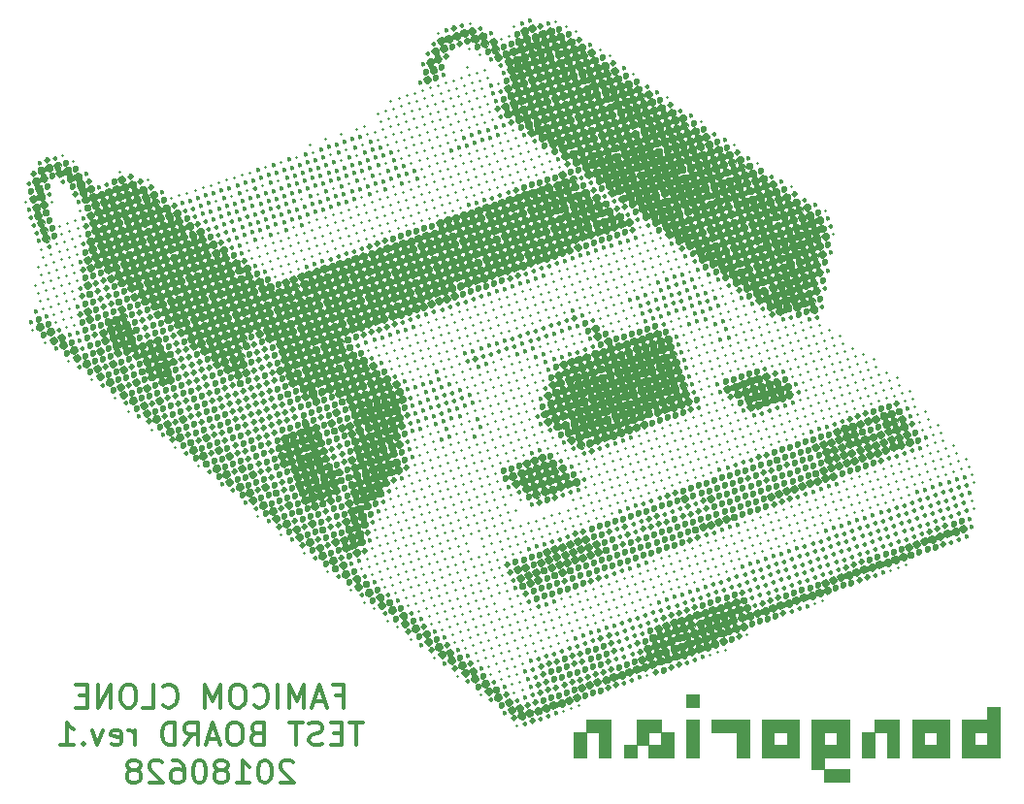
<source format=gbr>
G04 #@! TF.FileFunction,Legend,Bot*
%FSLAX46Y46*%
G04 Gerber Fmt 4.6, Leading zero omitted, Abs format (unit mm)*
G04 Created by KiCad (PCBNEW 4.0.7) date 06/28/18 00:34:14*
%MOMM*%
%LPD*%
G01*
G04 APERTURE LIST*
%ADD10C,0.100000*%
%ADD11C,0.300000*%
%ADD12C,0.010000*%
G04 APERTURE END LIST*
D10*
D11*
X106710381Y-106793143D02*
X107377048Y-106793143D01*
X107377048Y-107840762D02*
X107377048Y-105840762D01*
X106424667Y-105840762D01*
X105758000Y-107269333D02*
X104805619Y-107269333D01*
X105948476Y-107840762D02*
X105281809Y-105840762D01*
X104615142Y-107840762D01*
X103948476Y-107840762D02*
X103948476Y-105840762D01*
X103281809Y-107269333D01*
X102615142Y-105840762D01*
X102615142Y-107840762D01*
X101662762Y-107840762D02*
X101662762Y-105840762D01*
X99567523Y-107650286D02*
X99662761Y-107745524D01*
X99948476Y-107840762D01*
X100138952Y-107840762D01*
X100424666Y-107745524D01*
X100615142Y-107555048D01*
X100710381Y-107364571D01*
X100805619Y-106983619D01*
X100805619Y-106697905D01*
X100710381Y-106316952D01*
X100615142Y-106126476D01*
X100424666Y-105936000D01*
X100138952Y-105840762D01*
X99948476Y-105840762D01*
X99662761Y-105936000D01*
X99567523Y-106031238D01*
X98329428Y-105840762D02*
X97948476Y-105840762D01*
X97758000Y-105936000D01*
X97567523Y-106126476D01*
X97472285Y-106507429D01*
X97472285Y-107174095D01*
X97567523Y-107555048D01*
X97758000Y-107745524D01*
X97948476Y-107840762D01*
X98329428Y-107840762D01*
X98519904Y-107745524D01*
X98710381Y-107555048D01*
X98805619Y-107174095D01*
X98805619Y-106507429D01*
X98710381Y-106126476D01*
X98519904Y-105936000D01*
X98329428Y-105840762D01*
X96615143Y-107840762D02*
X96615143Y-105840762D01*
X95948476Y-107269333D01*
X95281809Y-105840762D01*
X95281809Y-107840762D01*
X91662761Y-107650286D02*
X91757999Y-107745524D01*
X92043714Y-107840762D01*
X92234190Y-107840762D01*
X92519904Y-107745524D01*
X92710380Y-107555048D01*
X92805619Y-107364571D01*
X92900857Y-106983619D01*
X92900857Y-106697905D01*
X92805619Y-106316952D01*
X92710380Y-106126476D01*
X92519904Y-105936000D01*
X92234190Y-105840762D01*
X92043714Y-105840762D01*
X91757999Y-105936000D01*
X91662761Y-106031238D01*
X89853238Y-107840762D02*
X90805619Y-107840762D01*
X90805619Y-105840762D01*
X88805618Y-105840762D02*
X88424666Y-105840762D01*
X88234190Y-105936000D01*
X88043713Y-106126476D01*
X87948475Y-106507429D01*
X87948475Y-107174095D01*
X88043713Y-107555048D01*
X88234190Y-107745524D01*
X88424666Y-107840762D01*
X88805618Y-107840762D01*
X88996094Y-107745524D01*
X89186571Y-107555048D01*
X89281809Y-107174095D01*
X89281809Y-106507429D01*
X89186571Y-106126476D01*
X88996094Y-105936000D01*
X88805618Y-105840762D01*
X87091333Y-107840762D02*
X87091333Y-105840762D01*
X85948475Y-107840762D01*
X85948475Y-105840762D01*
X84996095Y-106793143D02*
X84329428Y-106793143D01*
X84043714Y-107840762D02*
X84996095Y-107840762D01*
X84996095Y-105840762D01*
X84043714Y-105840762D01*
X109043716Y-109140762D02*
X107900859Y-109140762D01*
X108472287Y-111140762D02*
X108472287Y-109140762D01*
X107234192Y-110093143D02*
X106567525Y-110093143D01*
X106281811Y-111140762D02*
X107234192Y-111140762D01*
X107234192Y-109140762D01*
X106281811Y-109140762D01*
X105519906Y-111045524D02*
X105234191Y-111140762D01*
X104758001Y-111140762D01*
X104567525Y-111045524D01*
X104472287Y-110950286D01*
X104377048Y-110759810D01*
X104377048Y-110569333D01*
X104472287Y-110378857D01*
X104567525Y-110283619D01*
X104758001Y-110188381D01*
X105138953Y-110093143D01*
X105329429Y-109997905D01*
X105424668Y-109902667D01*
X105519906Y-109712190D01*
X105519906Y-109521714D01*
X105424668Y-109331238D01*
X105329429Y-109236000D01*
X105138953Y-109140762D01*
X104662763Y-109140762D01*
X104377048Y-109236000D01*
X103805620Y-109140762D02*
X102662763Y-109140762D01*
X103234191Y-111140762D02*
X103234191Y-109140762D01*
X99805619Y-110093143D02*
X99519905Y-110188381D01*
X99424666Y-110283619D01*
X99329428Y-110474095D01*
X99329428Y-110759810D01*
X99424666Y-110950286D01*
X99519905Y-111045524D01*
X99710381Y-111140762D01*
X100472286Y-111140762D01*
X100472286Y-109140762D01*
X99805619Y-109140762D01*
X99615143Y-109236000D01*
X99519905Y-109331238D01*
X99424666Y-109521714D01*
X99424666Y-109712190D01*
X99519905Y-109902667D01*
X99615143Y-109997905D01*
X99805619Y-110093143D01*
X100472286Y-110093143D01*
X98091333Y-109140762D02*
X97710381Y-109140762D01*
X97519905Y-109236000D01*
X97329428Y-109426476D01*
X97234190Y-109807429D01*
X97234190Y-110474095D01*
X97329428Y-110855048D01*
X97519905Y-111045524D01*
X97710381Y-111140762D01*
X98091333Y-111140762D01*
X98281809Y-111045524D01*
X98472286Y-110855048D01*
X98567524Y-110474095D01*
X98567524Y-109807429D01*
X98472286Y-109426476D01*
X98281809Y-109236000D01*
X98091333Y-109140762D01*
X96472286Y-110569333D02*
X95519905Y-110569333D01*
X96662762Y-111140762D02*
X95996095Y-109140762D01*
X95329428Y-111140762D01*
X93519904Y-111140762D02*
X94186571Y-110188381D01*
X94662762Y-111140762D02*
X94662762Y-109140762D01*
X93900857Y-109140762D01*
X93710381Y-109236000D01*
X93615142Y-109331238D01*
X93519904Y-109521714D01*
X93519904Y-109807429D01*
X93615142Y-109997905D01*
X93710381Y-110093143D01*
X93900857Y-110188381D01*
X94662762Y-110188381D01*
X92662762Y-111140762D02*
X92662762Y-109140762D01*
X92186571Y-109140762D01*
X91900857Y-109236000D01*
X91710381Y-109426476D01*
X91615142Y-109616952D01*
X91519904Y-109997905D01*
X91519904Y-110283619D01*
X91615142Y-110664571D01*
X91710381Y-110855048D01*
X91900857Y-111045524D01*
X92186571Y-111140762D01*
X92662762Y-111140762D01*
X89138952Y-111140762D02*
X89138952Y-109807429D01*
X89138952Y-110188381D02*
X89043713Y-109997905D01*
X88948475Y-109902667D01*
X88757999Y-109807429D01*
X88567523Y-109807429D01*
X87138952Y-111045524D02*
X87329428Y-111140762D01*
X87710380Y-111140762D01*
X87900857Y-111045524D01*
X87996095Y-110855048D01*
X87996095Y-110093143D01*
X87900857Y-109902667D01*
X87710380Y-109807429D01*
X87329428Y-109807429D01*
X87138952Y-109902667D01*
X87043714Y-110093143D01*
X87043714Y-110283619D01*
X87996095Y-110474095D01*
X86377047Y-109807429D02*
X85900856Y-111140762D01*
X85424666Y-109807429D01*
X84662761Y-110950286D02*
X84567522Y-111045524D01*
X84662761Y-111140762D01*
X84757999Y-111045524D01*
X84662761Y-110950286D01*
X84662761Y-111140762D01*
X82662760Y-111140762D02*
X83805618Y-111140762D01*
X83234189Y-111140762D02*
X83234189Y-109140762D01*
X83424665Y-109426476D01*
X83615141Y-109616952D01*
X83805618Y-109712190D01*
X102996096Y-112631238D02*
X102900858Y-112536000D01*
X102710381Y-112440762D01*
X102234191Y-112440762D01*
X102043715Y-112536000D01*
X101948477Y-112631238D01*
X101853238Y-112821714D01*
X101853238Y-113012190D01*
X101948477Y-113297905D01*
X103091334Y-114440762D01*
X101853238Y-114440762D01*
X100615143Y-112440762D02*
X100424667Y-112440762D01*
X100234191Y-112536000D01*
X100138953Y-112631238D01*
X100043715Y-112821714D01*
X99948476Y-113202667D01*
X99948476Y-113678857D01*
X100043715Y-114059810D01*
X100138953Y-114250286D01*
X100234191Y-114345524D01*
X100424667Y-114440762D01*
X100615143Y-114440762D01*
X100805619Y-114345524D01*
X100900857Y-114250286D01*
X100996096Y-114059810D01*
X101091334Y-113678857D01*
X101091334Y-113202667D01*
X100996096Y-112821714D01*
X100900857Y-112631238D01*
X100805619Y-112536000D01*
X100615143Y-112440762D01*
X98043714Y-114440762D02*
X99186572Y-114440762D01*
X98615143Y-114440762D02*
X98615143Y-112440762D01*
X98805619Y-112726476D01*
X98996095Y-112916952D01*
X99186572Y-113012190D01*
X96900857Y-113297905D02*
X97091333Y-113202667D01*
X97186572Y-113107429D01*
X97281810Y-112916952D01*
X97281810Y-112821714D01*
X97186572Y-112631238D01*
X97091333Y-112536000D01*
X96900857Y-112440762D01*
X96519905Y-112440762D01*
X96329429Y-112536000D01*
X96234191Y-112631238D01*
X96138952Y-112821714D01*
X96138952Y-112916952D01*
X96234191Y-113107429D01*
X96329429Y-113202667D01*
X96519905Y-113297905D01*
X96900857Y-113297905D01*
X97091333Y-113393143D01*
X97186572Y-113488381D01*
X97281810Y-113678857D01*
X97281810Y-114059810D01*
X97186572Y-114250286D01*
X97091333Y-114345524D01*
X96900857Y-114440762D01*
X96519905Y-114440762D01*
X96329429Y-114345524D01*
X96234191Y-114250286D01*
X96138952Y-114059810D01*
X96138952Y-113678857D01*
X96234191Y-113488381D01*
X96329429Y-113393143D01*
X96519905Y-113297905D01*
X94900857Y-112440762D02*
X94710381Y-112440762D01*
X94519905Y-112536000D01*
X94424667Y-112631238D01*
X94329429Y-112821714D01*
X94234190Y-113202667D01*
X94234190Y-113678857D01*
X94329429Y-114059810D01*
X94424667Y-114250286D01*
X94519905Y-114345524D01*
X94710381Y-114440762D01*
X94900857Y-114440762D01*
X95091333Y-114345524D01*
X95186571Y-114250286D01*
X95281810Y-114059810D01*
X95377048Y-113678857D01*
X95377048Y-113202667D01*
X95281810Y-112821714D01*
X95186571Y-112631238D01*
X95091333Y-112536000D01*
X94900857Y-112440762D01*
X92519905Y-112440762D02*
X92900857Y-112440762D01*
X93091333Y-112536000D01*
X93186571Y-112631238D01*
X93377048Y-112916952D01*
X93472286Y-113297905D01*
X93472286Y-114059810D01*
X93377048Y-114250286D01*
X93281809Y-114345524D01*
X93091333Y-114440762D01*
X92710381Y-114440762D01*
X92519905Y-114345524D01*
X92424667Y-114250286D01*
X92329428Y-114059810D01*
X92329428Y-113583619D01*
X92424667Y-113393143D01*
X92519905Y-113297905D01*
X92710381Y-113202667D01*
X93091333Y-113202667D01*
X93281809Y-113297905D01*
X93377048Y-113393143D01*
X93472286Y-113583619D01*
X91567524Y-112631238D02*
X91472286Y-112536000D01*
X91281809Y-112440762D01*
X90805619Y-112440762D01*
X90615143Y-112536000D01*
X90519905Y-112631238D01*
X90424666Y-112821714D01*
X90424666Y-113012190D01*
X90519905Y-113297905D01*
X91662762Y-114440762D01*
X90424666Y-114440762D01*
X89281809Y-113297905D02*
X89472285Y-113202667D01*
X89567524Y-113107429D01*
X89662762Y-112916952D01*
X89662762Y-112821714D01*
X89567524Y-112631238D01*
X89472285Y-112536000D01*
X89281809Y-112440762D01*
X88900857Y-112440762D01*
X88710381Y-112536000D01*
X88615143Y-112631238D01*
X88519904Y-112821714D01*
X88519904Y-112916952D01*
X88615143Y-113107429D01*
X88710381Y-113202667D01*
X88900857Y-113297905D01*
X89281809Y-113297905D01*
X89472285Y-113393143D01*
X89567524Y-113488381D01*
X89662762Y-113678857D01*
X89662762Y-114059810D01*
X89567524Y-114250286D01*
X89472285Y-114345524D01*
X89281809Y-114440762D01*
X88900857Y-114440762D01*
X88710381Y-114345524D01*
X88615143Y-114250286D01*
X88519904Y-114059810D01*
X88519904Y-113678857D01*
X88615143Y-113488381D01*
X88710381Y-113393143D01*
X88900857Y-113297905D01*
D12*
G36*
X122388127Y-109369095D02*
X122385667Y-109389333D01*
X122450096Y-109471539D01*
X122470333Y-109474000D01*
X122552540Y-109409570D01*
X122555000Y-109389333D01*
X122490571Y-109307126D01*
X122470333Y-109304666D01*
X122388127Y-109369095D01*
X122388127Y-109369095D01*
G37*
X122388127Y-109369095D02*
X122385667Y-109389333D01*
X122450096Y-109471539D01*
X122470333Y-109474000D01*
X122552540Y-109409570D01*
X122555000Y-109389333D01*
X122490571Y-109307126D01*
X122470333Y-109304666D01*
X122388127Y-109369095D01*
G36*
X123006163Y-109110535D02*
X122978333Y-109220000D01*
X123038202Y-109361504D01*
X123147667Y-109389333D01*
X123289171Y-109329464D01*
X123317000Y-109220000D01*
X123257132Y-109078495D01*
X123147667Y-109050666D01*
X123006163Y-109110535D01*
X123006163Y-109110535D01*
G37*
X123006163Y-109110535D02*
X122978333Y-109220000D01*
X123038202Y-109361504D01*
X123147667Y-109389333D01*
X123289171Y-109329464D01*
X123317000Y-109220000D01*
X123257132Y-109078495D01*
X123147667Y-109050666D01*
X123006163Y-109110535D01*
G36*
X123748988Y-108755420D02*
X123684107Y-108816607D01*
X123592105Y-108947234D01*
X123634605Y-109066770D01*
X123652140Y-109088750D01*
X123770206Y-109197218D01*
X123825000Y-109220000D01*
X123925619Y-109162424D01*
X123997860Y-109088750D01*
X124059873Y-108964069D01*
X123988776Y-108840147D01*
X123965894Y-108816607D01*
X123846866Y-108721685D01*
X123748988Y-108755420D01*
X123748988Y-108755420D01*
G37*
X123748988Y-108755420D02*
X123684107Y-108816607D01*
X123592105Y-108947234D01*
X123634605Y-109066770D01*
X123652140Y-109088750D01*
X123770206Y-109197218D01*
X123825000Y-109220000D01*
X123925619Y-109162424D01*
X123997860Y-109088750D01*
X124059873Y-108964069D01*
X123988776Y-108840147D01*
X123965894Y-108816607D01*
X123846866Y-108721685D01*
X123748988Y-108755420D01*
G36*
X124360829Y-108687201D02*
X124333000Y-108796666D01*
X124392869Y-108938170D01*
X124502333Y-108966000D01*
X124643838Y-108906131D01*
X124671667Y-108796666D01*
X124611798Y-108655162D01*
X124502333Y-108627333D01*
X124360829Y-108687201D01*
X124360829Y-108687201D01*
G37*
X124360829Y-108687201D02*
X124333000Y-108796666D01*
X124392869Y-108938170D01*
X124502333Y-108966000D01*
X124643838Y-108906131D01*
X124671667Y-108796666D01*
X124611798Y-108655162D01*
X124502333Y-108627333D01*
X124360829Y-108687201D01*
G36*
X122140322Y-108501420D02*
X122075440Y-108562607D01*
X121983438Y-108693234D01*
X122025938Y-108812770D01*
X122043474Y-108834750D01*
X122161539Y-108943218D01*
X122216333Y-108966000D01*
X122316952Y-108908424D01*
X122389193Y-108834750D01*
X122451206Y-108710069D01*
X122380110Y-108586147D01*
X122357227Y-108562607D01*
X122238199Y-108467685D01*
X122140322Y-108501420D01*
X122140322Y-108501420D01*
G37*
X122140322Y-108501420D02*
X122075440Y-108562607D01*
X121983438Y-108693234D01*
X122025938Y-108812770D01*
X122043474Y-108834750D01*
X122161539Y-108943218D01*
X122216333Y-108966000D01*
X122316952Y-108908424D01*
X122389193Y-108834750D01*
X122451206Y-108710069D01*
X122380110Y-108586147D01*
X122357227Y-108562607D01*
X122238199Y-108467685D01*
X122140322Y-108501420D01*
G36*
X122601620Y-107587537D02*
X122465474Y-107721194D01*
X122387866Y-107854205D01*
X122385667Y-107872209D01*
X122443700Y-107982685D01*
X122547811Y-108090489D01*
X122656469Y-108222510D01*
X122629054Y-108357392D01*
X122611929Y-108386286D01*
X122569246Y-108577268D01*
X122649250Y-108743942D01*
X122805671Y-108850705D01*
X122992241Y-108861958D01*
X123127489Y-108782977D01*
X123219766Y-108632347D01*
X123232333Y-108567349D01*
X123259318Y-108499872D01*
X123367688Y-108541632D01*
X123401959Y-108562498D01*
X123597802Y-108610100D01*
X123767556Y-108536098D01*
X123877556Y-108385605D01*
X123894133Y-108203736D01*
X123790820Y-108041433D01*
X123585501Y-107962980D01*
X123385602Y-108031475D01*
X123276793Y-108165515D01*
X123181605Y-108283790D01*
X123044786Y-108263538D01*
X123011556Y-108247635D01*
X122892502Y-108164707D01*
X122918937Y-108079829D01*
X122948056Y-108050698D01*
X123046140Y-107922921D01*
X123063000Y-107868042D01*
X123003172Y-107745591D01*
X122872098Y-107608203D01*
X122742396Y-107529075D01*
X122724333Y-107526666D01*
X122601620Y-107587537D01*
X122601620Y-107587537D01*
G37*
X122601620Y-107587537D02*
X122465474Y-107721194D01*
X122387866Y-107854205D01*
X122385667Y-107872209D01*
X122443700Y-107982685D01*
X122547811Y-108090489D01*
X122656469Y-108222510D01*
X122629054Y-108357392D01*
X122611929Y-108386286D01*
X122569246Y-108577268D01*
X122649250Y-108743942D01*
X122805671Y-108850705D01*
X122992241Y-108861958D01*
X123127489Y-108782977D01*
X123219766Y-108632347D01*
X123232333Y-108567349D01*
X123259318Y-108499872D01*
X123367688Y-108541632D01*
X123401959Y-108562498D01*
X123597802Y-108610100D01*
X123767556Y-108536098D01*
X123877556Y-108385605D01*
X123894133Y-108203736D01*
X123790820Y-108041433D01*
X123585501Y-107962980D01*
X123385602Y-108031475D01*
X123276793Y-108165515D01*
X123181605Y-108283790D01*
X123044786Y-108263538D01*
X123011556Y-108247635D01*
X122892502Y-108164707D01*
X122918937Y-108079829D01*
X122948056Y-108050698D01*
X123046140Y-107922921D01*
X123063000Y-107868042D01*
X123003172Y-107745591D01*
X122872098Y-107608203D01*
X122742396Y-107529075D01*
X122724333Y-107526666D01*
X122601620Y-107587537D01*
G36*
X125038163Y-108433201D02*
X125010333Y-108542666D01*
X125070202Y-108684170D01*
X125179667Y-108712000D01*
X125321171Y-108652131D01*
X125349000Y-108542666D01*
X125289132Y-108401162D01*
X125179667Y-108373333D01*
X125038163Y-108433201D01*
X125038163Y-108433201D01*
G37*
X125038163Y-108433201D02*
X125010333Y-108542666D01*
X125070202Y-108684170D01*
X125179667Y-108712000D01*
X125321171Y-108652131D01*
X125349000Y-108542666D01*
X125289132Y-108401162D01*
X125179667Y-108373333D01*
X125038163Y-108433201D01*
G36*
X125786002Y-108160663D02*
X125762777Y-108179689D01*
X125715374Y-108313199D01*
X125777127Y-108431216D01*
X125857000Y-108458000D01*
X125965589Y-108396325D01*
X125988560Y-108365956D01*
X125998450Y-108236833D01*
X125908871Y-108150203D01*
X125786002Y-108160663D01*
X125786002Y-108160663D01*
G37*
X125786002Y-108160663D02*
X125762777Y-108179689D01*
X125715374Y-108313199D01*
X125777127Y-108431216D01*
X125857000Y-108458000D01*
X125965589Y-108396325D01*
X125988560Y-108365956D01*
X125998450Y-108236833D01*
X125908871Y-108150203D01*
X125786002Y-108160663D01*
G36*
X126227655Y-107142542D02*
X126096743Y-107264032D01*
X125986870Y-107372786D01*
X125853241Y-107335337D01*
X125643505Y-107287447D01*
X125458565Y-107376070D01*
X125374646Y-107522409D01*
X125314615Y-107634822D01*
X125197773Y-107602777D01*
X125182232Y-107593286D01*
X124969583Y-107541887D01*
X124783603Y-107627312D01*
X124697312Y-107776409D01*
X124641341Y-107888139D01*
X124532004Y-107863151D01*
X124493391Y-107840099D01*
X124296285Y-107793164D01*
X124126899Y-107870695D01*
X124022274Y-108028084D01*
X124019456Y-108220720D01*
X124082376Y-108335067D01*
X124270063Y-108447217D01*
X124482442Y-108419434D01*
X124570067Y-108356400D01*
X124660386Y-108205878D01*
X124671667Y-108144015D01*
X124701887Y-108076556D01*
X124817976Y-108124680D01*
X124829785Y-108131978D01*
X125050995Y-108189017D01*
X125241762Y-108093588D01*
X125337091Y-107937401D01*
X125409797Y-107820132D01*
X125467054Y-107850857D01*
X125606788Y-107941857D01*
X125791808Y-107922321D01*
X125947817Y-107801604D01*
X125955924Y-107789300D01*
X126062129Y-107680255D01*
X126195434Y-107715735D01*
X126210934Y-107725183D01*
X126404552Y-107769868D01*
X126571282Y-107690562D01*
X126674569Y-107532330D01*
X126677858Y-107340238D01*
X126615625Y-107226266D01*
X126430977Y-107114291D01*
X126227655Y-107142542D01*
X126227655Y-107142542D01*
G37*
X126227655Y-107142542D02*
X126096743Y-107264032D01*
X125986870Y-107372786D01*
X125853241Y-107335337D01*
X125643505Y-107287447D01*
X125458565Y-107376070D01*
X125374646Y-107522409D01*
X125314615Y-107634822D01*
X125197773Y-107602777D01*
X125182232Y-107593286D01*
X124969583Y-107541887D01*
X124783603Y-107627312D01*
X124697312Y-107776409D01*
X124641341Y-107888139D01*
X124532004Y-107863151D01*
X124493391Y-107840099D01*
X124296285Y-107793164D01*
X124126899Y-107870695D01*
X124022274Y-108028084D01*
X124019456Y-108220720D01*
X124082376Y-108335067D01*
X124270063Y-108447217D01*
X124482442Y-108419434D01*
X124570067Y-108356400D01*
X124660386Y-108205878D01*
X124671667Y-108144015D01*
X124701887Y-108076556D01*
X124817976Y-108124680D01*
X124829785Y-108131978D01*
X125050995Y-108189017D01*
X125241762Y-108093588D01*
X125337091Y-107937401D01*
X125409797Y-107820132D01*
X125467054Y-107850857D01*
X125606788Y-107941857D01*
X125791808Y-107922321D01*
X125947817Y-107801604D01*
X125955924Y-107789300D01*
X126062129Y-107680255D01*
X126195434Y-107715735D01*
X126210934Y-107725183D01*
X126404552Y-107769868D01*
X126571282Y-107690562D01*
X126674569Y-107532330D01*
X126677858Y-107340238D01*
X126615625Y-107226266D01*
X126430977Y-107114291D01*
X126227655Y-107142542D01*
G36*
X121298669Y-108160663D02*
X121275444Y-108179689D01*
X121228041Y-108313199D01*
X121289794Y-108431216D01*
X121369667Y-108458000D01*
X121478255Y-108396325D01*
X121501226Y-108365956D01*
X121511117Y-108236833D01*
X121421538Y-108150203D01*
X121298669Y-108160663D01*
X121298669Y-108160663D01*
G37*
X121298669Y-108160663D02*
X121275444Y-108179689D01*
X121228041Y-108313199D01*
X121289794Y-108431216D01*
X121369667Y-108458000D01*
X121478255Y-108396325D01*
X121501226Y-108365956D01*
X121511117Y-108236833D01*
X121421538Y-108150203D01*
X121298669Y-108160663D01*
G36*
X121926344Y-107755932D02*
X121789955Y-107887048D01*
X121710859Y-108016320D01*
X121708333Y-108034666D01*
X121768266Y-108155322D01*
X121899382Y-108291711D01*
X122028654Y-108370808D01*
X122047000Y-108373333D01*
X122158980Y-108319546D01*
X122252619Y-108240285D01*
X122359305Y-108104261D01*
X122385667Y-108034666D01*
X122325734Y-107914010D01*
X122194619Y-107777621D01*
X122065346Y-107698525D01*
X122047000Y-107696000D01*
X121926344Y-107755932D01*
X121926344Y-107755932D01*
G37*
X121926344Y-107755932D02*
X121789955Y-107887048D01*
X121710859Y-108016320D01*
X121708333Y-108034666D01*
X121768266Y-108155322D01*
X121899382Y-108291711D01*
X122028654Y-108370808D01*
X122047000Y-108373333D01*
X122158980Y-108319546D01*
X122252619Y-108240285D01*
X122359305Y-108104261D01*
X122385667Y-108034666D01*
X122325734Y-107914010D01*
X122194619Y-107777621D01*
X122065346Y-107698525D01*
X122047000Y-107696000D01*
X121926344Y-107755932D01*
G36*
X126452127Y-108099095D02*
X126449667Y-108119333D01*
X126514096Y-108201539D01*
X126534333Y-108204000D01*
X126616540Y-108139570D01*
X126619000Y-108119333D01*
X126554571Y-108037126D01*
X126534333Y-108034666D01*
X126452127Y-108099095D01*
X126452127Y-108099095D01*
G37*
X126452127Y-108099095D02*
X126449667Y-108119333D01*
X126514096Y-108201539D01*
X126534333Y-108204000D01*
X126616540Y-108139570D01*
X126619000Y-108119333D01*
X126554571Y-108037126D01*
X126534333Y-108034666D01*
X126452127Y-108099095D01*
G36*
X127129460Y-107845095D02*
X127127000Y-107865333D01*
X127191429Y-107947539D01*
X127211667Y-107950000D01*
X127293873Y-107885570D01*
X127296333Y-107865333D01*
X127231904Y-107783126D01*
X127211667Y-107780666D01*
X127129460Y-107845095D01*
X127129460Y-107845095D01*
G37*
X127129460Y-107845095D02*
X127127000Y-107865333D01*
X127191429Y-107947539D01*
X127211667Y-107950000D01*
X127293873Y-107885570D01*
X127296333Y-107865333D01*
X127231904Y-107783126D01*
X127211667Y-107780666D01*
X127129460Y-107845095D01*
G36*
X123325655Y-107400753D02*
X123260773Y-107461941D01*
X123168771Y-107592567D01*
X123211271Y-107712104D01*
X123228807Y-107734084D01*
X123346872Y-107842551D01*
X123401667Y-107865333D01*
X123502286Y-107807757D01*
X123574527Y-107734084D01*
X123636540Y-107609403D01*
X123565443Y-107485481D01*
X123542560Y-107461941D01*
X123423532Y-107367018D01*
X123325655Y-107400753D01*
X123325655Y-107400753D01*
G37*
X123325655Y-107400753D02*
X123260773Y-107461941D01*
X123168771Y-107592567D01*
X123211271Y-107712104D01*
X123228807Y-107734084D01*
X123346872Y-107842551D01*
X123401667Y-107865333D01*
X123502286Y-107807757D01*
X123574527Y-107734084D01*
X123636540Y-107609403D01*
X123565443Y-107485481D01*
X123542560Y-107461941D01*
X123423532Y-107367018D01*
X123325655Y-107400753D01*
G36*
X120943552Y-107445651D02*
X120904000Y-107611333D01*
X120950534Y-107785748D01*
X121094879Y-107850104D01*
X121273475Y-107819352D01*
X121336770Y-107744271D01*
X121355615Y-107534660D01*
X121254184Y-107397954D01*
X121094879Y-107372561D01*
X120943552Y-107445651D01*
X120943552Y-107445651D01*
G37*
X120943552Y-107445651D02*
X120904000Y-107611333D01*
X120950534Y-107785748D01*
X121094879Y-107850104D01*
X121273475Y-107819352D01*
X121336770Y-107744271D01*
X121355615Y-107534660D01*
X121254184Y-107397954D01*
X121094879Y-107372561D01*
X120943552Y-107445651D01*
G36*
X127806794Y-107591095D02*
X127804333Y-107611333D01*
X127868763Y-107693539D01*
X127889000Y-107696000D01*
X127971207Y-107631570D01*
X127973667Y-107611333D01*
X127909238Y-107529126D01*
X127889000Y-107526666D01*
X127806794Y-107591095D01*
X127806794Y-107591095D01*
G37*
X127806794Y-107591095D02*
X127804333Y-107611333D01*
X127868763Y-107693539D01*
X127889000Y-107696000D01*
X127971207Y-107631570D01*
X127973667Y-107611333D01*
X127909238Y-107529126D01*
X127889000Y-107526666D01*
X127806794Y-107591095D01*
G36*
X121672344Y-107078599D02*
X121535955Y-107209714D01*
X121456859Y-107338987D01*
X121454333Y-107357333D01*
X121514266Y-107477989D01*
X121645382Y-107614378D01*
X121774654Y-107693474D01*
X121793000Y-107696000D01*
X121904980Y-107642212D01*
X121998619Y-107562952D01*
X122105305Y-107426928D01*
X122131667Y-107357333D01*
X122071734Y-107236677D01*
X121940619Y-107100288D01*
X121811346Y-107021191D01*
X121793000Y-107018666D01*
X121672344Y-107078599D01*
X121672344Y-107078599D01*
G37*
X121672344Y-107078599D02*
X121535955Y-107209714D01*
X121456859Y-107338987D01*
X121454333Y-107357333D01*
X121514266Y-107477989D01*
X121645382Y-107614378D01*
X121774654Y-107693474D01*
X121793000Y-107696000D01*
X121904980Y-107642212D01*
X121998619Y-107562952D01*
X122105305Y-107426928D01*
X122131667Y-107357333D01*
X122071734Y-107236677D01*
X121940619Y-107100288D01*
X121811346Y-107021191D01*
X121793000Y-107018666D01*
X121672344Y-107078599D01*
G36*
X124002988Y-107146753D02*
X123938107Y-107207941D01*
X123846105Y-107338567D01*
X123888605Y-107458104D01*
X123906140Y-107480084D01*
X124024206Y-107588551D01*
X124079000Y-107611333D01*
X124179619Y-107553757D01*
X124251860Y-107480084D01*
X124313873Y-107355403D01*
X124242776Y-107231481D01*
X124219894Y-107207941D01*
X124100866Y-107113018D01*
X124002988Y-107146753D01*
X124002988Y-107146753D01*
G37*
X124002988Y-107146753D02*
X123938107Y-107207941D01*
X123846105Y-107338567D01*
X123888605Y-107458104D01*
X123906140Y-107480084D01*
X124024206Y-107588551D01*
X124079000Y-107611333D01*
X124179619Y-107553757D01*
X124251860Y-107480084D01*
X124313873Y-107355403D01*
X124242776Y-107231481D01*
X124219894Y-107207941D01*
X124100866Y-107113018D01*
X124002988Y-107146753D01*
G36*
X126921678Y-106909266D02*
X126785289Y-107040381D01*
X126706192Y-107169654D01*
X126703667Y-107188000D01*
X126763600Y-107308655D01*
X126894715Y-107445044D01*
X127023988Y-107524141D01*
X127042333Y-107526666D01*
X127154313Y-107472879D01*
X127247953Y-107393619D01*
X127354638Y-107257594D01*
X127381000Y-107188000D01*
X127321067Y-107067344D01*
X127189952Y-106930955D01*
X127060679Y-106851858D01*
X127042333Y-106849333D01*
X126921678Y-106909266D01*
X126921678Y-106909266D01*
G37*
X126921678Y-106909266D02*
X126785289Y-107040381D01*
X126706192Y-107169654D01*
X126703667Y-107188000D01*
X126763600Y-107308655D01*
X126894715Y-107445044D01*
X127023988Y-107524141D01*
X127042333Y-107526666D01*
X127154313Y-107472879D01*
X127247953Y-107393619D01*
X127354638Y-107257594D01*
X127381000Y-107188000D01*
X127321067Y-107067344D01*
X127189952Y-106930955D01*
X127060679Y-106851858D01*
X127042333Y-106849333D01*
X126921678Y-106909266D01*
G36*
X124584219Y-107022318D02*
X124544667Y-107188000D01*
X124591200Y-107362414D01*
X124735545Y-107426771D01*
X124914141Y-107396018D01*
X124977437Y-107320938D01*
X124996282Y-107111327D01*
X124894851Y-106974620D01*
X124735545Y-106949228D01*
X124584219Y-107022318D01*
X124584219Y-107022318D01*
G37*
X124584219Y-107022318D02*
X124544667Y-107188000D01*
X124591200Y-107362414D01*
X124735545Y-107426771D01*
X124914141Y-107396018D01*
X124977437Y-107320938D01*
X124996282Y-107111327D01*
X124894851Y-106974620D01*
X124735545Y-106949228D01*
X124584219Y-107022318D01*
G36*
X122328829Y-107078535D02*
X122301000Y-107188000D01*
X122360869Y-107329504D01*
X122470333Y-107357333D01*
X122611838Y-107297464D01*
X122639667Y-107188000D01*
X122579798Y-107046495D01*
X122470333Y-107018666D01*
X122328829Y-107078535D01*
X122328829Y-107078535D01*
G37*
X122328829Y-107078535D02*
X122301000Y-107188000D01*
X122360869Y-107329504D01*
X122470333Y-107357333D01*
X122611838Y-107297464D01*
X122639667Y-107188000D01*
X122579798Y-107046495D01*
X122470333Y-107018666D01*
X122328829Y-107078535D01*
G36*
X127599011Y-106655266D02*
X127462622Y-106786381D01*
X127383525Y-106915654D01*
X127381000Y-106934000D01*
X127440933Y-107054655D01*
X127572048Y-107191044D01*
X127701321Y-107270141D01*
X127719667Y-107272666D01*
X127831646Y-107218879D01*
X127925286Y-107139619D01*
X128031972Y-107003594D01*
X128058333Y-106934000D01*
X127998401Y-106813344D01*
X127867285Y-106676955D01*
X127738013Y-106597858D01*
X127719667Y-106595333D01*
X127599011Y-106655266D01*
X127599011Y-106655266D01*
G37*
X127599011Y-106655266D02*
X127462622Y-106786381D01*
X127383525Y-106915654D01*
X127381000Y-106934000D01*
X127440933Y-107054655D01*
X127572048Y-107191044D01*
X127701321Y-107270141D01*
X127719667Y-107272666D01*
X127831646Y-107218879D01*
X127925286Y-107139619D01*
X128031972Y-107003594D01*
X128058333Y-106934000D01*
X127998401Y-106813344D01*
X127867285Y-106676955D01*
X127738013Y-106597858D01*
X127719667Y-106595333D01*
X127599011Y-106655266D01*
G36*
X120713500Y-106647174D02*
X120569544Y-106813104D01*
X120547315Y-107009740D01*
X120633462Y-107180719D01*
X120814634Y-107269677D01*
X120861667Y-107272666D01*
X121040619Y-107211602D01*
X121112291Y-107149733D01*
X121186304Y-106960871D01*
X121140231Y-106776585D01*
X121010127Y-106642311D01*
X120832045Y-106603482D01*
X120713500Y-106647174D01*
X120713500Y-106647174D01*
G37*
X120713500Y-106647174D02*
X120569544Y-106813104D01*
X120547315Y-107009740D01*
X120633462Y-107180719D01*
X120814634Y-107269677D01*
X120861667Y-107272666D01*
X121040619Y-107211602D01*
X121112291Y-107149733D01*
X121186304Y-106960871D01*
X121140231Y-106776585D01*
X121010127Y-106642311D01*
X120832045Y-106603482D01*
X120713500Y-106647174D01*
G36*
X120042829Y-106993868D02*
X120015000Y-107103333D01*
X120074869Y-107244837D01*
X120184333Y-107272666D01*
X120325838Y-107212798D01*
X120353667Y-107103333D01*
X120293798Y-106961829D01*
X120184333Y-106934000D01*
X120042829Y-106993868D01*
X120042829Y-106993868D01*
G37*
X120042829Y-106993868D02*
X120015000Y-107103333D01*
X120074869Y-107244837D01*
X120184333Y-107272666D01*
X120325838Y-107212798D01*
X120353667Y-107103333D01*
X120293798Y-106961829D01*
X120184333Y-106934000D01*
X120042829Y-106993868D01*
G36*
X125261552Y-106768318D02*
X125222000Y-106934000D01*
X125268534Y-107108414D01*
X125412879Y-107172771D01*
X125591475Y-107142018D01*
X125654770Y-107066938D01*
X125673615Y-106857327D01*
X125572184Y-106720620D01*
X125412879Y-106695228D01*
X125261552Y-106768318D01*
X125261552Y-106768318D01*
G37*
X125261552Y-106768318D02*
X125222000Y-106934000D01*
X125268534Y-107108414D01*
X125412879Y-107172771D01*
X125591475Y-107142018D01*
X125654770Y-107066938D01*
X125673615Y-106857327D01*
X125572184Y-106720620D01*
X125412879Y-106695228D01*
X125261552Y-106768318D01*
G36*
X123076669Y-106805996D02*
X123053444Y-106825022D01*
X123006041Y-106958533D01*
X123067794Y-107076550D01*
X123147667Y-107103333D01*
X123256255Y-107041659D01*
X123279226Y-107011289D01*
X123289117Y-106882166D01*
X123199538Y-106795536D01*
X123076669Y-106805996D01*
X123076669Y-106805996D01*
G37*
X123076669Y-106805996D02*
X123053444Y-106825022D01*
X123006041Y-106958533D01*
X123067794Y-107076550D01*
X123147667Y-107103333D01*
X123256255Y-107041659D01*
X123279226Y-107011289D01*
X123289117Y-106882166D01*
X123199538Y-106795536D01*
X123076669Y-106805996D01*
G36*
X128224885Y-106598984D02*
X128185333Y-106764666D01*
X128231867Y-106939081D01*
X128376212Y-107003438D01*
X128554808Y-106972685D01*
X128618104Y-106897604D01*
X128636949Y-106687993D01*
X128535518Y-106551287D01*
X128376212Y-106525895D01*
X128224885Y-106598984D01*
X128224885Y-106598984D01*
G37*
X128224885Y-106598984D02*
X128185333Y-106764666D01*
X128231867Y-106939081D01*
X128376212Y-107003438D01*
X128554808Y-106972685D01*
X128618104Y-106897604D01*
X128636949Y-106687993D01*
X128535518Y-106551287D01*
X128376212Y-106525895D01*
X128224885Y-106598984D01*
G36*
X125938885Y-106598984D02*
X125899333Y-106764666D01*
X125945867Y-106939081D01*
X126090212Y-107003438D01*
X126268808Y-106972685D01*
X126332104Y-106897604D01*
X126350949Y-106687993D01*
X126249518Y-106551287D01*
X126090212Y-106525895D01*
X125938885Y-106598984D01*
X125938885Y-106598984D01*
G37*
X125938885Y-106598984D02*
X125899333Y-106764666D01*
X125945867Y-106939081D01*
X126090212Y-107003438D01*
X126268808Y-106972685D01*
X126332104Y-106897604D01*
X126350949Y-106687993D01*
X126249518Y-106551287D01*
X126090212Y-106525895D01*
X125938885Y-106598984D01*
G36*
X121462988Y-106469420D02*
X121398107Y-106530607D01*
X121306105Y-106661234D01*
X121348605Y-106780770D01*
X121366140Y-106802750D01*
X121484206Y-106911218D01*
X121539000Y-106934000D01*
X121639619Y-106876424D01*
X121711860Y-106802750D01*
X121773873Y-106678069D01*
X121702776Y-106554147D01*
X121679894Y-106530607D01*
X121560866Y-106435685D01*
X121462988Y-106469420D01*
X121462988Y-106469420D01*
G37*
X121462988Y-106469420D02*
X121398107Y-106530607D01*
X121306105Y-106661234D01*
X121348605Y-106780770D01*
X121366140Y-106802750D01*
X121484206Y-106911218D01*
X121539000Y-106934000D01*
X121639619Y-106876424D01*
X121711860Y-106802750D01*
X121773873Y-106678069D01*
X121702776Y-106554147D01*
X121679894Y-106530607D01*
X121560866Y-106435685D01*
X121462988Y-106469420D01*
G36*
X123683496Y-106570535D02*
X123655667Y-106680000D01*
X123715535Y-106821504D01*
X123825000Y-106849333D01*
X123966504Y-106789464D01*
X123994333Y-106680000D01*
X123934465Y-106538495D01*
X123825000Y-106510666D01*
X123683496Y-106570535D01*
X123683496Y-106570535D01*
G37*
X123683496Y-106570535D02*
X123655667Y-106680000D01*
X123715535Y-106821504D01*
X123825000Y-106849333D01*
X123966504Y-106789464D01*
X123994333Y-106680000D01*
X123934465Y-106538495D01*
X123825000Y-106510666D01*
X123683496Y-106570535D01*
G36*
X128902219Y-106344984D02*
X128862667Y-106510666D01*
X128909200Y-106685081D01*
X129053545Y-106749438D01*
X129232141Y-106718685D01*
X129295437Y-106643604D01*
X129314282Y-106433993D01*
X129212851Y-106297287D01*
X129053545Y-106271895D01*
X128902219Y-106344984D01*
X128902219Y-106344984D01*
G37*
X128902219Y-106344984D02*
X128862667Y-106510666D01*
X128909200Y-106685081D01*
X129053545Y-106749438D01*
X129232141Y-106718685D01*
X129295437Y-106643604D01*
X129314282Y-106433993D01*
X129212851Y-106297287D01*
X129053545Y-106271895D01*
X128902219Y-106344984D01*
G36*
X126616219Y-106344984D02*
X126576667Y-106510666D01*
X126623200Y-106685081D01*
X126767545Y-106749438D01*
X126946141Y-106718685D01*
X127009437Y-106643604D01*
X127028282Y-106433993D01*
X126926851Y-106297287D01*
X126767545Y-106271895D01*
X126616219Y-106344984D01*
X126616219Y-106344984D01*
G37*
X126616219Y-106344984D02*
X126576667Y-106510666D01*
X126623200Y-106685081D01*
X126767545Y-106749438D01*
X126946141Y-106718685D01*
X127009437Y-106643604D01*
X127028282Y-106433993D01*
X126926851Y-106297287D01*
X126767545Y-106271895D01*
X126616219Y-106344984D01*
G36*
X124426322Y-106300086D02*
X124361440Y-106361274D01*
X124269438Y-106491901D01*
X124311938Y-106611437D01*
X124329474Y-106633417D01*
X124447539Y-106741884D01*
X124502333Y-106764666D01*
X124602952Y-106707091D01*
X124675193Y-106633417D01*
X124737206Y-106508736D01*
X124666110Y-106384814D01*
X124643227Y-106361274D01*
X124524199Y-106266351D01*
X124426322Y-106300086D01*
X124426322Y-106300086D01*
G37*
X124426322Y-106300086D02*
X124361440Y-106361274D01*
X124269438Y-106491901D01*
X124311938Y-106611437D01*
X124329474Y-106633417D01*
X124447539Y-106741884D01*
X124502333Y-106764666D01*
X124602952Y-106707091D01*
X124675193Y-106633417D01*
X124737206Y-106508736D01*
X124666110Y-106384814D01*
X124643227Y-106361274D01*
X124524199Y-106266351D01*
X124426322Y-106300086D01*
G36*
X119903021Y-106141120D02*
X119809381Y-106220380D01*
X119702695Y-106356405D01*
X119676333Y-106426000D01*
X119730121Y-106537979D01*
X119809381Y-106631619D01*
X119945405Y-106738304D01*
X120015000Y-106764666D01*
X120126980Y-106710879D01*
X120220619Y-106631619D01*
X120327305Y-106495594D01*
X120353667Y-106426000D01*
X120299880Y-106314020D01*
X120220619Y-106220380D01*
X120084595Y-106113695D01*
X120015000Y-106087333D01*
X119903021Y-106141120D01*
X119903021Y-106141120D01*
G37*
X119903021Y-106141120D02*
X119809381Y-106220380D01*
X119702695Y-106356405D01*
X119676333Y-106426000D01*
X119730121Y-106537979D01*
X119809381Y-106631619D01*
X119945405Y-106738304D01*
X120015000Y-106764666D01*
X120126980Y-106710879D01*
X120220619Y-106631619D01*
X120327305Y-106495594D01*
X120353667Y-106426000D01*
X120299880Y-106314020D01*
X120220619Y-106220380D01*
X120084595Y-106113695D01*
X120015000Y-106087333D01*
X119903021Y-106141120D01*
G36*
X119255460Y-106659762D02*
X119253000Y-106680000D01*
X119317429Y-106762206D01*
X119337667Y-106764666D01*
X119419873Y-106700237D01*
X119422333Y-106680000D01*
X119357904Y-106597793D01*
X119337667Y-106595333D01*
X119255460Y-106659762D01*
X119255460Y-106659762D01*
G37*
X119255460Y-106659762D02*
X119253000Y-106680000D01*
X119317429Y-106762206D01*
X119337667Y-106764666D01*
X119419873Y-106700237D01*
X119422333Y-106680000D01*
X119357904Y-106597793D01*
X119337667Y-106595333D01*
X119255460Y-106659762D01*
G36*
X129579552Y-106175651D02*
X129540000Y-106341333D01*
X129586534Y-106515748D01*
X129730879Y-106580104D01*
X129909475Y-106549352D01*
X129972770Y-106474271D01*
X129991615Y-106264660D01*
X129890184Y-106127954D01*
X129730879Y-106102561D01*
X129579552Y-106175651D01*
X129579552Y-106175651D01*
G37*
X129579552Y-106175651D02*
X129540000Y-106341333D01*
X129586534Y-106515748D01*
X129730879Y-106580104D01*
X129909475Y-106549352D01*
X129972770Y-106474271D01*
X129991615Y-106264660D01*
X129890184Y-106127954D01*
X129730879Y-106102561D01*
X129579552Y-106175651D01*
G36*
X122134127Y-106490429D02*
X122131667Y-106510666D01*
X122196096Y-106592873D01*
X122216333Y-106595333D01*
X122298540Y-106530904D01*
X122301000Y-106510666D01*
X122236571Y-106428460D01*
X122216333Y-106426000D01*
X122134127Y-106490429D01*
X122134127Y-106490429D01*
G37*
X122134127Y-106490429D02*
X122131667Y-106510666D01*
X122196096Y-106592873D01*
X122216333Y-106595333D01*
X122298540Y-106530904D01*
X122301000Y-106510666D01*
X122236571Y-106428460D01*
X122216333Y-106426000D01*
X122134127Y-106490429D01*
G36*
X127293552Y-106090984D02*
X127254000Y-106256666D01*
X127300534Y-106431081D01*
X127444879Y-106495438D01*
X127623475Y-106464685D01*
X127686770Y-106389604D01*
X127705615Y-106179993D01*
X127604184Y-106043287D01*
X127444879Y-106017895D01*
X127293552Y-106090984D01*
X127293552Y-106090984D01*
G37*
X127293552Y-106090984D02*
X127254000Y-106256666D01*
X127300534Y-106431081D01*
X127444879Y-106495438D01*
X127623475Y-106464685D01*
X127686770Y-106389604D01*
X127705615Y-106179993D01*
X127604184Y-106043287D01*
X127444879Y-106017895D01*
X127293552Y-106090984D01*
G36*
X125103655Y-106046086D02*
X125038773Y-106107274D01*
X124946771Y-106237901D01*
X124989271Y-106357437D01*
X125006807Y-106379417D01*
X125124872Y-106487884D01*
X125179667Y-106510666D01*
X125280286Y-106453091D01*
X125352527Y-106379417D01*
X125414540Y-106254736D01*
X125343443Y-106130814D01*
X125320560Y-106107274D01*
X125201532Y-106012351D01*
X125103655Y-106046086D01*
X125103655Y-106046086D01*
G37*
X125103655Y-106046086D02*
X125038773Y-106107274D01*
X124946771Y-106237901D01*
X124989271Y-106357437D01*
X125006807Y-106379417D01*
X125124872Y-106487884D01*
X125179667Y-106510666D01*
X125280286Y-106453091D01*
X125352527Y-106379417D01*
X125414540Y-106254736D01*
X125343443Y-106130814D01*
X125320560Y-106107274D01*
X125201532Y-106012351D01*
X125103655Y-106046086D01*
G36*
X120512425Y-106023645D02*
X120446115Y-106122606D01*
X120438333Y-106256666D01*
X120459313Y-106436574D01*
X120558273Y-106502885D01*
X120692333Y-106510666D01*
X120872242Y-106489687D01*
X120938552Y-106390726D01*
X120946333Y-106256666D01*
X120925354Y-106076758D01*
X120826394Y-106010448D01*
X120692333Y-106002666D01*
X120512425Y-106023645D01*
X120512425Y-106023645D01*
G37*
X120512425Y-106023645D02*
X120446115Y-106122606D01*
X120438333Y-106256666D01*
X120459313Y-106436574D01*
X120558273Y-106502885D01*
X120692333Y-106510666D01*
X120872242Y-106489687D01*
X120938552Y-106390726D01*
X120946333Y-106256666D01*
X120925354Y-106076758D01*
X120826394Y-106010448D01*
X120692333Y-106002666D01*
X120512425Y-106023645D01*
G36*
X128022344Y-105808599D02*
X127885955Y-105939714D01*
X127806859Y-106068987D01*
X127804333Y-106087333D01*
X127864266Y-106207989D01*
X127995382Y-106344378D01*
X128124654Y-106423474D01*
X128143000Y-106426000D01*
X128254980Y-106372212D01*
X128348619Y-106292952D01*
X128455305Y-106156928D01*
X128481667Y-106087333D01*
X128421734Y-105966677D01*
X128290619Y-105830288D01*
X128161346Y-105751191D01*
X128143000Y-105748666D01*
X128022344Y-105808599D01*
X128022344Y-105808599D01*
G37*
X128022344Y-105808599D02*
X127885955Y-105939714D01*
X127806859Y-106068987D01*
X127804333Y-106087333D01*
X127864266Y-106207989D01*
X127995382Y-106344378D01*
X128124654Y-106423474D01*
X128143000Y-106426000D01*
X128254980Y-106372212D01*
X128348619Y-106292952D01*
X128455305Y-106156928D01*
X128481667Y-106087333D01*
X128421734Y-105966677D01*
X128290619Y-105830288D01*
X128161346Y-105751191D01*
X128143000Y-105748666D01*
X128022344Y-105808599D01*
G36*
X130352988Y-105876753D02*
X130288107Y-105937941D01*
X130196105Y-106068567D01*
X130238605Y-106188104D01*
X130256140Y-106210084D01*
X130374206Y-106318551D01*
X130429000Y-106341333D01*
X130529619Y-106283757D01*
X130601860Y-106210084D01*
X130663873Y-106085403D01*
X130592776Y-105961481D01*
X130569894Y-105937941D01*
X130450866Y-105843018D01*
X130352988Y-105876753D01*
X130352988Y-105876753D01*
G37*
X130352988Y-105876753D02*
X130288107Y-105937941D01*
X130196105Y-106068567D01*
X130238605Y-106188104D01*
X130256140Y-106210084D01*
X130374206Y-106318551D01*
X130429000Y-106341333D01*
X130529619Y-106283757D01*
X130601860Y-106210084D01*
X130663873Y-106085403D01*
X130592776Y-105961481D01*
X130569894Y-105937941D01*
X130450866Y-105843018D01*
X130352988Y-105876753D01*
G36*
X125780988Y-105876753D02*
X125716107Y-105937941D01*
X125624105Y-106068567D01*
X125666605Y-106188104D01*
X125684140Y-106210084D01*
X125802206Y-106318551D01*
X125857000Y-106341333D01*
X125957619Y-106283757D01*
X126029860Y-106210084D01*
X126091873Y-106085403D01*
X126020776Y-105961481D01*
X125997894Y-105937941D01*
X125878866Y-105843018D01*
X125780988Y-105876753D01*
X125780988Y-105876753D01*
G37*
X125780988Y-105876753D02*
X125716107Y-105937941D01*
X125624105Y-106068567D01*
X125666605Y-106188104D01*
X125684140Y-106210084D01*
X125802206Y-106318551D01*
X125857000Y-106341333D01*
X125957619Y-106283757D01*
X126029860Y-106210084D01*
X126091873Y-106085403D01*
X126020776Y-105961481D01*
X125997894Y-105937941D01*
X125878866Y-105843018D01*
X125780988Y-105876753D01*
G36*
X122896127Y-106236429D02*
X122893667Y-106256666D01*
X122958096Y-106338873D01*
X122978333Y-106341333D01*
X123060540Y-106276904D01*
X123063000Y-106256666D01*
X122998571Y-106174460D01*
X122978333Y-106172000D01*
X122896127Y-106236429D01*
X122896127Y-106236429D01*
G37*
X122896127Y-106236429D02*
X122893667Y-106256666D01*
X122958096Y-106338873D01*
X122978333Y-106341333D01*
X123060540Y-106276904D01*
X123063000Y-106256666D01*
X122998571Y-106174460D01*
X122978333Y-106172000D01*
X122896127Y-106236429D01*
G36*
X118911552Y-105836984D02*
X118872000Y-106002666D01*
X118918534Y-106177081D01*
X119062879Y-106241438D01*
X119241475Y-106210685D01*
X119304770Y-106135604D01*
X119323615Y-105925993D01*
X119222184Y-105789287D01*
X119062879Y-105763895D01*
X118911552Y-105836984D01*
X118911552Y-105836984D01*
G37*
X118911552Y-105836984D02*
X118872000Y-106002666D01*
X118918534Y-106177081D01*
X119062879Y-106241438D01*
X119241475Y-106210685D01*
X119304770Y-106135604D01*
X119323615Y-105925993D01*
X119222184Y-105789287D01*
X119062879Y-105763895D01*
X118911552Y-105836984D01*
G36*
X128699678Y-105554599D02*
X128563289Y-105685714D01*
X128484192Y-105814987D01*
X128481667Y-105833333D01*
X128541600Y-105953989D01*
X128672715Y-106090378D01*
X128801988Y-106169474D01*
X128820333Y-106172000D01*
X128932313Y-106118212D01*
X129025953Y-106038952D01*
X129132638Y-105902928D01*
X129159000Y-105833333D01*
X129099067Y-105712677D01*
X128967952Y-105576288D01*
X128838679Y-105497191D01*
X128820333Y-105494666D01*
X128699678Y-105554599D01*
X128699678Y-105554599D01*
G37*
X128699678Y-105554599D02*
X128563289Y-105685714D01*
X128484192Y-105814987D01*
X128481667Y-105833333D01*
X128541600Y-105953989D01*
X128672715Y-106090378D01*
X128801988Y-106169474D01*
X128820333Y-106172000D01*
X128932313Y-106118212D01*
X129025953Y-106038952D01*
X129132638Y-105902928D01*
X129159000Y-105833333D01*
X129099067Y-105712677D01*
X128967952Y-105576288D01*
X128838679Y-105497191D01*
X128820333Y-105494666D01*
X128699678Y-105554599D01*
G36*
X123584669Y-105874663D02*
X123561444Y-105893689D01*
X123514041Y-106027199D01*
X123575794Y-106145216D01*
X123655667Y-106172000D01*
X123764255Y-106110325D01*
X123787226Y-106079956D01*
X123797117Y-105950833D01*
X123707538Y-105864203D01*
X123584669Y-105874663D01*
X123584669Y-105874663D01*
G37*
X123584669Y-105874663D02*
X123561444Y-105893689D01*
X123514041Y-106027199D01*
X123575794Y-106145216D01*
X123655667Y-106172000D01*
X123764255Y-106110325D01*
X123787226Y-106079956D01*
X123797117Y-105950833D01*
X123707538Y-105864203D01*
X123584669Y-105874663D01*
G36*
X121298669Y-105874663D02*
X121275444Y-105893689D01*
X121228041Y-106027199D01*
X121289794Y-106145216D01*
X121369667Y-106172000D01*
X121478255Y-106110325D01*
X121501226Y-106079956D01*
X121511117Y-105950833D01*
X121421538Y-105864203D01*
X121298669Y-105874663D01*
X121298669Y-105874663D01*
G37*
X121298669Y-105874663D02*
X121275444Y-105893689D01*
X121228041Y-106027199D01*
X121289794Y-106145216D01*
X121369667Y-106172000D01*
X121478255Y-106110325D01*
X121501226Y-106079956D01*
X121511117Y-105950833D01*
X121421538Y-105864203D01*
X121298669Y-105874663D01*
G36*
X131030322Y-105622753D02*
X130965440Y-105683941D01*
X130873438Y-105814567D01*
X130915938Y-105934104D01*
X130933474Y-105956084D01*
X131051539Y-106064551D01*
X131106333Y-106087333D01*
X131206952Y-106029757D01*
X131279193Y-105956084D01*
X131341206Y-105831403D01*
X131270110Y-105707481D01*
X131247227Y-105683941D01*
X131128199Y-105589018D01*
X131030322Y-105622753D01*
X131030322Y-105622753D01*
G37*
X131030322Y-105622753D02*
X130965440Y-105683941D01*
X130873438Y-105814567D01*
X130915938Y-105934104D01*
X130933474Y-105956084D01*
X131051539Y-106064551D01*
X131106333Y-106087333D01*
X131206952Y-106029757D01*
X131279193Y-105956084D01*
X131341206Y-105831403D01*
X131270110Y-105707481D01*
X131247227Y-105683941D01*
X131128199Y-105589018D01*
X131030322Y-105622753D01*
G36*
X126542988Y-105622753D02*
X126478107Y-105683941D01*
X126386105Y-105814567D01*
X126428605Y-105934104D01*
X126446140Y-105956084D01*
X126564206Y-106064551D01*
X126619000Y-106087333D01*
X126719619Y-106029757D01*
X126791860Y-105956084D01*
X126853873Y-105831403D01*
X126782776Y-105707481D01*
X126759894Y-105683941D01*
X126640866Y-105589018D01*
X126542988Y-105622753D01*
X126542988Y-105622753D01*
G37*
X126542988Y-105622753D02*
X126478107Y-105683941D01*
X126386105Y-105814567D01*
X126428605Y-105934104D01*
X126446140Y-105956084D01*
X126564206Y-106064551D01*
X126619000Y-106087333D01*
X126719619Y-106029757D01*
X126791860Y-105956084D01*
X126853873Y-105831403D01*
X126782776Y-105707481D01*
X126759894Y-105683941D01*
X126640866Y-105589018D01*
X126542988Y-105622753D01*
G36*
X124256988Y-105622753D02*
X124192107Y-105683941D01*
X124100105Y-105814567D01*
X124142605Y-105934104D01*
X124160140Y-105956084D01*
X124278206Y-106064551D01*
X124333000Y-106087333D01*
X124433619Y-106029757D01*
X124505860Y-105956084D01*
X124567873Y-105831403D01*
X124496776Y-105707481D01*
X124473894Y-105683941D01*
X124354866Y-105589018D01*
X124256988Y-105622753D01*
X124256988Y-105622753D01*
G37*
X124256988Y-105622753D02*
X124192107Y-105683941D01*
X124100105Y-105814567D01*
X124142605Y-105934104D01*
X124160140Y-105956084D01*
X124278206Y-106064551D01*
X124333000Y-106087333D01*
X124433619Y-106029757D01*
X124505860Y-105956084D01*
X124567873Y-105831403D01*
X124496776Y-105707481D01*
X124473894Y-105683941D01*
X124354866Y-105589018D01*
X124256988Y-105622753D01*
G36*
X119612833Y-105461841D02*
X119468877Y-105627770D01*
X119446649Y-105824407D01*
X119532796Y-105995385D01*
X119713967Y-106084343D01*
X119761000Y-106087333D01*
X119939952Y-106026269D01*
X120011625Y-105964400D01*
X120085637Y-105775538D01*
X120039565Y-105591252D01*
X119909461Y-105456977D01*
X119731378Y-105418149D01*
X119612833Y-105461841D01*
X119612833Y-105461841D01*
G37*
X119612833Y-105461841D02*
X119468877Y-105627770D01*
X119446649Y-105824407D01*
X119532796Y-105995385D01*
X119713967Y-106084343D01*
X119761000Y-106087333D01*
X119939952Y-106026269D01*
X120011625Y-105964400D01*
X120085637Y-105775538D01*
X120039565Y-105591252D01*
X119909461Y-105456977D01*
X119731378Y-105418149D01*
X119612833Y-105461841D01*
G36*
X129377011Y-105300599D02*
X129240622Y-105431714D01*
X129161525Y-105560987D01*
X129159000Y-105579333D01*
X129218933Y-105699989D01*
X129350048Y-105836378D01*
X129479321Y-105915474D01*
X129497667Y-105918000D01*
X129609646Y-105864212D01*
X129703286Y-105784952D01*
X129809972Y-105648928D01*
X129836333Y-105579333D01*
X129776401Y-105458677D01*
X129645285Y-105322288D01*
X129516013Y-105243191D01*
X129497667Y-105240666D01*
X129377011Y-105300599D01*
X129377011Y-105300599D01*
G37*
X129377011Y-105300599D02*
X129240622Y-105431714D01*
X129161525Y-105560987D01*
X129159000Y-105579333D01*
X129218933Y-105699989D01*
X129350048Y-105836378D01*
X129479321Y-105915474D01*
X129497667Y-105918000D01*
X129609646Y-105864212D01*
X129703286Y-105784952D01*
X129809972Y-105648928D01*
X129836333Y-105579333D01*
X129776401Y-105458677D01*
X129645285Y-105322288D01*
X129516013Y-105243191D01*
X129497667Y-105240666D01*
X129377011Y-105300599D01*
G36*
X131642163Y-105554535D02*
X131614333Y-105664000D01*
X131674202Y-105805504D01*
X131783667Y-105833333D01*
X131925171Y-105773464D01*
X131953000Y-105664000D01*
X131893132Y-105522495D01*
X131783667Y-105494666D01*
X131642163Y-105554535D01*
X131642163Y-105554535D01*
G37*
X131642163Y-105554535D02*
X131614333Y-105664000D01*
X131674202Y-105805504D01*
X131783667Y-105833333D01*
X131925171Y-105773464D01*
X131953000Y-105664000D01*
X131893132Y-105522495D01*
X131783667Y-105494666D01*
X131642163Y-105554535D01*
G36*
X127220322Y-105368753D02*
X127155440Y-105429941D01*
X127063438Y-105560567D01*
X127105938Y-105680104D01*
X127123474Y-105702084D01*
X127241539Y-105810551D01*
X127296333Y-105833333D01*
X127396952Y-105775757D01*
X127469193Y-105702084D01*
X127531206Y-105577403D01*
X127460110Y-105453481D01*
X127437227Y-105429941D01*
X127318199Y-105335018D01*
X127220322Y-105368753D01*
X127220322Y-105368753D01*
G37*
X127220322Y-105368753D02*
X127155440Y-105429941D01*
X127063438Y-105560567D01*
X127105938Y-105680104D01*
X127123474Y-105702084D01*
X127241539Y-105810551D01*
X127296333Y-105833333D01*
X127396952Y-105775757D01*
X127469193Y-105702084D01*
X127531206Y-105577403D01*
X127460110Y-105453481D01*
X127437227Y-105429941D01*
X127318199Y-105335018D01*
X127220322Y-105368753D01*
G36*
X124934322Y-105368753D02*
X124869440Y-105429941D01*
X124777438Y-105560567D01*
X124819938Y-105680104D01*
X124837474Y-105702084D01*
X124955539Y-105810551D01*
X125010333Y-105833333D01*
X125110952Y-105775757D01*
X125183193Y-105702084D01*
X125245206Y-105577403D01*
X125174110Y-105453481D01*
X125151227Y-105429941D01*
X125032199Y-105335018D01*
X124934322Y-105368753D01*
X124934322Y-105368753D01*
G37*
X124934322Y-105368753D02*
X124869440Y-105429941D01*
X124777438Y-105560567D01*
X124819938Y-105680104D01*
X124837474Y-105702084D01*
X124955539Y-105810551D01*
X125010333Y-105833333D01*
X125110952Y-105775757D01*
X125183193Y-105702084D01*
X125245206Y-105577403D01*
X125174110Y-105453481D01*
X125151227Y-105429941D01*
X125032199Y-105335018D01*
X124934322Y-105368753D01*
G36*
X121964794Y-105728429D02*
X121962333Y-105748666D01*
X122026763Y-105830873D01*
X122047000Y-105833333D01*
X122129207Y-105768904D01*
X122131667Y-105748666D01*
X122067238Y-105666460D01*
X122047000Y-105664000D01*
X121964794Y-105728429D01*
X121964794Y-105728429D01*
G37*
X121964794Y-105728429D02*
X121962333Y-105748666D01*
X122026763Y-105830873D01*
X122047000Y-105833333D01*
X122129207Y-105768904D01*
X122131667Y-105748666D01*
X122067238Y-105666460D01*
X122047000Y-105664000D01*
X121964794Y-105728429D01*
G36*
X142080681Y-98251197D02*
X142028333Y-98340333D01*
X142006890Y-98448899D01*
X141917838Y-98444321D01*
X141784400Y-98369304D01*
X141568330Y-98313811D01*
X141381120Y-98395437D01*
X141291979Y-98547742D01*
X141231949Y-98660155D01*
X141115106Y-98628110D01*
X141099566Y-98618620D01*
X140884080Y-98566313D01*
X140695302Y-98663852D01*
X140600909Y-98818598D01*
X140528204Y-98935867D01*
X140470946Y-98905142D01*
X140331213Y-98814142D01*
X140146193Y-98833678D01*
X139990183Y-98954395D01*
X139982077Y-98966699D01*
X139872203Y-99075452D01*
X139738575Y-99038003D01*
X139527425Y-98989158D01*
X139340187Y-99088018D01*
X139246242Y-99241932D01*
X139173537Y-99359200D01*
X139116280Y-99328475D01*
X138976546Y-99237476D01*
X138791526Y-99257012D01*
X138635516Y-99377728D01*
X138627410Y-99390032D01*
X138517536Y-99498786D01*
X138383908Y-99461337D01*
X138174172Y-99413447D01*
X137989232Y-99502070D01*
X137905312Y-99648409D01*
X137845282Y-99760822D01*
X137728440Y-99728777D01*
X137712899Y-99719286D01*
X137500249Y-99667887D01*
X137314270Y-99753312D01*
X137227979Y-99902409D01*
X137167949Y-100014822D01*
X137051106Y-99982777D01*
X137035566Y-99973286D01*
X136822527Y-99921866D01*
X136636502Y-100008093D01*
X136550214Y-100158060D01*
X136500865Y-100271135D01*
X136417165Y-100233038D01*
X136382871Y-100199966D01*
X136223960Y-100088246D01*
X136078168Y-100124293D01*
X135980714Y-100209047D01*
X135863744Y-100368588D01*
X135888417Y-100511844D01*
X136002707Y-100644201D01*
X136106747Y-100791939D01*
X136076789Y-100949441D01*
X136062979Y-100976981D01*
X135970388Y-101099761D01*
X135862858Y-101079700D01*
X135829372Y-101056774D01*
X135739122Y-100925426D01*
X135767804Y-100833126D01*
X135836232Y-100696127D01*
X135846370Y-100653547D01*
X135788545Y-100545007D01*
X135659977Y-100415515D01*
X135533096Y-100334537D01*
X135509000Y-100330000D01*
X135387509Y-100390312D01*
X135251212Y-100522449D01*
X135172721Y-100653210D01*
X135170333Y-100671416D01*
X135225086Y-100782232D01*
X135325374Y-100898201D01*
X135429324Y-101047961D01*
X135397317Y-101205731D01*
X135388874Y-101222098D01*
X135289704Y-101341018D01*
X135151074Y-101320385D01*
X135118889Y-101304968D01*
X134999836Y-101222040D01*
X135026271Y-101137162D01*
X135055389Y-101108031D01*
X135153474Y-100980254D01*
X135170333Y-100925376D01*
X135110505Y-100802924D01*
X134979432Y-100665536D01*
X134849730Y-100586408D01*
X134831667Y-100584000D01*
X134708953Y-100644870D01*
X134572807Y-100778527D01*
X134495199Y-100911538D01*
X134493000Y-100929542D01*
X134551033Y-101040019D01*
X134655144Y-101147822D01*
X134763722Y-101283260D01*
X134733243Y-101420805D01*
X134724837Y-101434693D01*
X134621504Y-101533835D01*
X134482653Y-101489201D01*
X134477733Y-101486150D01*
X134294129Y-101434389D01*
X134175208Y-101482845D01*
X134050266Y-101645741D01*
X134041352Y-101852213D01*
X134145290Y-102027158D01*
X134199766Y-102063166D01*
X134318721Y-102158886D01*
X134298296Y-102296129D01*
X134283021Y-102328003D01*
X134189269Y-102449348D01*
X134069322Y-102426520D01*
X134047089Y-102413103D01*
X133864254Y-102366157D01*
X133752167Y-102413413D01*
X133607524Y-102580480D01*
X133586759Y-102780974D01*
X133694019Y-102949727D01*
X133717010Y-102965578D01*
X133829642Y-103075951D01*
X133796418Y-103207981D01*
X133793671Y-103212425D01*
X133745889Y-103424596D01*
X133840293Y-103615196D01*
X133966236Y-103697534D01*
X134068698Y-103766718D01*
X134054017Y-103885048D01*
X134020071Y-103956989D01*
X133926770Y-104079166D01*
X133862629Y-104062822D01*
X133726051Y-103977161D01*
X133542797Y-103998651D01*
X133387873Y-104116681D01*
X133378077Y-104131365D01*
X133268203Y-104240119D01*
X133134575Y-104202670D01*
X132924838Y-104154781D01*
X132739898Y-104243403D01*
X132655979Y-104389742D01*
X132595949Y-104502155D01*
X132479106Y-104470110D01*
X132463566Y-104460620D01*
X132248080Y-104408313D01*
X132059302Y-104505852D01*
X131964909Y-104660598D01*
X131892204Y-104777867D01*
X131834946Y-104747142D01*
X131695213Y-104656142D01*
X131510193Y-104675678D01*
X131354183Y-104796395D01*
X131346077Y-104808699D01*
X131236203Y-104917452D01*
X131102575Y-104880003D01*
X130892838Y-104832114D01*
X130707898Y-104920736D01*
X130623979Y-105067076D01*
X130568008Y-105178806D01*
X130458671Y-105153817D01*
X130420058Y-105130766D01*
X130222952Y-105083831D01*
X130053565Y-105161362D01*
X129948941Y-105318751D01*
X129946122Y-105511387D01*
X130009042Y-105625733D01*
X130196729Y-105737884D01*
X130409108Y-105710101D01*
X130496733Y-105647066D01*
X130587482Y-105486256D01*
X130598333Y-105418466D01*
X130622066Y-105338660D01*
X130699933Y-105393066D01*
X130896474Y-105488835D01*
X131099956Y-105441048D01*
X131205257Y-105333967D01*
X131315131Y-105225213D01*
X131448759Y-105262662D01*
X131658495Y-105310552D01*
X131843435Y-105221929D01*
X131927355Y-105075590D01*
X131987385Y-104963177D01*
X132104227Y-104995222D01*
X132119768Y-105004713D01*
X132335254Y-105057020D01*
X132524031Y-104959480D01*
X132618425Y-104804734D01*
X132691130Y-104687466D01*
X132748387Y-104718191D01*
X132888121Y-104809190D01*
X133073141Y-104789654D01*
X133229151Y-104668938D01*
X133237257Y-104656634D01*
X133347131Y-104547880D01*
X133480759Y-104585329D01*
X133691909Y-104634174D01*
X133879147Y-104535315D01*
X133973091Y-104381401D01*
X134045797Y-104264132D01*
X134103054Y-104294857D01*
X134242832Y-104386049D01*
X134427826Y-104365817D01*
X134584861Y-104243805D01*
X134593879Y-104230169D01*
X134738442Y-104109312D01*
X134916839Y-104110467D01*
X135148175Y-104095323D01*
X135245961Y-104023892D01*
X135429328Y-103930613D01*
X135594538Y-103941207D01*
X135801417Y-103943551D01*
X135935246Y-103827844D01*
X135942750Y-103816116D01*
X136080154Y-103690245D01*
X136281417Y-103689116D01*
X136488189Y-103686030D01*
X136615506Y-103567685D01*
X134704356Y-103567685D01*
X134697079Y-103663575D01*
X134630923Y-103774861D01*
X134520861Y-103777605D01*
X134403967Y-103731882D01*
X134318824Y-103654649D01*
X134354460Y-103513962D01*
X134364862Y-103493018D01*
X134453970Y-103369794D01*
X134559715Y-103388879D01*
X134603532Y-103418761D01*
X134704356Y-103567685D01*
X136615506Y-103567685D01*
X136618128Y-103565248D01*
X136728908Y-103449846D01*
X136858630Y-103479279D01*
X136867426Y-103484662D01*
X137077162Y-103532552D01*
X137262102Y-103443929D01*
X137302990Y-103372627D01*
X135391113Y-103372627D01*
X135387850Y-103453200D01*
X135286261Y-103539867D01*
X135136196Y-103495126D01*
X135095986Y-103470836D01*
X135033013Y-103360701D01*
X135071515Y-103244855D01*
X135154164Y-103209963D01*
X135299725Y-103262907D01*
X135391113Y-103372627D01*
X137302990Y-103372627D01*
X137346021Y-103297590D01*
X137406052Y-103185177D01*
X137522894Y-103217222D01*
X137538435Y-103226713D01*
X137753921Y-103279020D01*
X137942698Y-103181480D01*
X138037091Y-103026734D01*
X138109797Y-102909466D01*
X138167054Y-102940191D01*
X138306788Y-103031190D01*
X138491808Y-103011654D01*
X138647817Y-102890938D01*
X138655924Y-102878634D01*
X138765797Y-102769880D01*
X138899426Y-102807329D01*
X139109162Y-102855218D01*
X139294102Y-102766596D01*
X139378021Y-102620257D01*
X139433992Y-102508527D01*
X139543329Y-102533515D01*
X139581943Y-102556566D01*
X139776945Y-102605316D01*
X139940109Y-102530797D01*
X140042644Y-102379044D01*
X140055761Y-102196095D01*
X139950671Y-102027985D01*
X139924852Y-102008231D01*
X139884515Y-101968037D01*
X139506145Y-101968037D01*
X139478216Y-102103732D01*
X139457791Y-102149034D01*
X139368067Y-102283731D01*
X139268748Y-102275518D01*
X139235321Y-102252577D01*
X139198838Y-102226159D01*
X138840425Y-102226159D01*
X138796110Y-102354325D01*
X138792041Y-102360895D01*
X138685976Y-102464326D01*
X138546687Y-102420567D01*
X138543395Y-102418521D01*
X138514025Y-102391371D01*
X138151479Y-102391371D01*
X138123550Y-102527065D01*
X138103124Y-102572367D01*
X138013401Y-102707064D01*
X137914082Y-102698852D01*
X137880655Y-102675911D01*
X137838479Y-102645371D01*
X137474145Y-102645371D01*
X137446216Y-102781065D01*
X137425791Y-102826367D01*
X137336067Y-102961064D01*
X137236748Y-102952852D01*
X137203321Y-102929911D01*
X137162709Y-102900503D01*
X136808425Y-102900503D01*
X136769043Y-103023265D01*
X136755504Y-103045493D01*
X136663663Y-103153907D01*
X136571147Y-103119275D01*
X136055906Y-103119275D01*
X136052316Y-103238755D01*
X135996207Y-103355679D01*
X135912871Y-103363124D01*
X135815907Y-103328008D01*
X135725109Y-103225004D01*
X135732756Y-103042387D01*
X135730218Y-102828018D01*
X135646463Y-102730152D01*
X135148710Y-102730152D01*
X135087828Y-102836134D01*
X134940328Y-102843220D01*
X134902484Y-102825045D01*
X134503423Y-102825045D01*
X134469494Y-102980388D01*
X134461252Y-102998256D01*
X134367669Y-103127506D01*
X134251715Y-103111783D01*
X134234404Y-103101480D01*
X134143910Y-102999621D01*
X134177840Y-102844278D01*
X134186082Y-102826410D01*
X134279665Y-102697160D01*
X134395619Y-102712883D01*
X134412930Y-102723186D01*
X134503423Y-102825045D01*
X134902484Y-102825045D01*
X134860051Y-102804667D01*
X134807267Y-102716242D01*
X134870071Y-102593358D01*
X134967694Y-102494362D01*
X135053892Y-102536968D01*
X135081810Y-102569018D01*
X135148710Y-102730152D01*
X135646463Y-102730152D01*
X135610476Y-102688102D01*
X135496417Y-102577850D01*
X135520654Y-102463274D01*
X135548944Y-102421919D01*
X135695628Y-102313651D01*
X135827390Y-102343327D01*
X135890206Y-102484133D01*
X135879363Y-102585905D01*
X135895395Y-102834751D01*
X135966673Y-102945833D01*
X136055906Y-103119275D01*
X136571147Y-103119275D01*
X136570468Y-103119021D01*
X136530284Y-103080902D01*
X136455074Y-102943963D01*
X136493304Y-102867829D01*
X136639244Y-102817987D01*
X136718524Y-102832420D01*
X136808425Y-102900503D01*
X137162709Y-102900503D01*
X137090196Y-102847996D01*
X137061089Y-102830324D01*
X137092023Y-102770375D01*
X137156165Y-102677896D01*
X137294702Y-102577773D01*
X137392879Y-102577277D01*
X137474145Y-102645371D01*
X137838479Y-102645371D01*
X137767529Y-102593996D01*
X137738423Y-102576324D01*
X137769356Y-102516375D01*
X137833499Y-102423896D01*
X137972035Y-102323773D01*
X138070212Y-102323277D01*
X138151479Y-102391371D01*
X138514025Y-102391371D01*
X138442051Y-102324839D01*
X138487545Y-102226213D01*
X138501004Y-102212377D01*
X138661813Y-102143430D01*
X138749650Y-102154751D01*
X138840425Y-102226159D01*
X139198838Y-102226159D01*
X139122196Y-102170662D01*
X139093089Y-102152991D01*
X139124023Y-102093042D01*
X139188165Y-102000562D01*
X139326702Y-101900440D01*
X139424879Y-101899943D01*
X139506145Y-101968037D01*
X139884515Y-101968037D01*
X139813472Y-101897247D01*
X139834196Y-101812881D01*
X137926590Y-101812881D01*
X137915809Y-101881935D01*
X137834621Y-102006882D01*
X137709586Y-101989832D01*
X137698038Y-101983133D01*
X137287000Y-101983133D01*
X137222376Y-102166788D01*
X137045964Y-102233154D01*
X136957099Y-102224053D01*
X136716301Y-102237390D01*
X136615724Y-102312368D01*
X136486622Y-102430098D01*
X136359322Y-102415488D01*
X136289299Y-102375101D01*
X136206786Y-102257598D01*
X136249520Y-102138789D01*
X136381926Y-102070375D01*
X136494906Y-102076303D01*
X136743751Y-102060272D01*
X136854834Y-101988993D01*
X136998967Y-101918241D01*
X137163551Y-101904239D01*
X137274353Y-101947994D01*
X137287000Y-101983133D01*
X137698038Y-101983133D01*
X137643966Y-101951767D01*
X137587906Y-101842953D01*
X137602279Y-101697772D01*
X137673252Y-101605589D01*
X137698225Y-101601296D01*
X137856080Y-101668347D01*
X137926590Y-101812881D01*
X139834196Y-101812881D01*
X139842327Y-101779785D01*
X139862903Y-101750112D01*
X140031204Y-101647524D01*
X140151319Y-101656382D01*
X140359840Y-101647102D01*
X140464228Y-101594627D01*
X138608447Y-101594627D01*
X138605184Y-101675200D01*
X138503594Y-101761867D01*
X138353529Y-101717126D01*
X138313320Y-101692836D01*
X138250346Y-101582701D01*
X138288848Y-101466855D01*
X138371497Y-101431963D01*
X138517058Y-101484907D01*
X138608447Y-101594627D01*
X140464228Y-101594627D01*
X140475768Y-101588826D01*
X140660720Y-101504108D01*
X140874048Y-101473000D01*
X141113090Y-101417790D01*
X141138201Y-101389548D01*
X139281257Y-101389548D01*
X139270476Y-101458602D01*
X139189288Y-101583549D01*
X139064252Y-101566499D01*
X138998633Y-101528434D01*
X138942572Y-101419620D01*
X138956946Y-101274439D01*
X139027918Y-101182255D01*
X139052892Y-101177963D01*
X139210747Y-101245014D01*
X139281257Y-101389548D01*
X141138201Y-101389548D01*
X141221976Y-101295329D01*
X141319680Y-101174039D01*
X141442247Y-101200173D01*
X141446737Y-101202970D01*
X141650909Y-101247406D01*
X141833944Y-101157120D01*
X141846330Y-101135548D01*
X139958590Y-101135548D01*
X139947809Y-101204602D01*
X139866621Y-101329549D01*
X139741586Y-101312499D01*
X139675966Y-101274434D01*
X139619906Y-101165620D01*
X139625179Y-101112352D01*
X137667689Y-101112352D01*
X137660413Y-101208242D01*
X137594256Y-101319528D01*
X137484195Y-101322272D01*
X137431479Y-101301652D01*
X137041097Y-101301652D01*
X137021887Y-101401238D01*
X137013055Y-101412365D01*
X136871950Y-101485167D01*
X136800844Y-101476853D01*
X136771325Y-101468930D01*
X136360576Y-101468930D01*
X136344802Y-101583677D01*
X136324043Y-101619175D01*
X136201859Y-101723795D01*
X136116083Y-101728002D01*
X136107482Y-101725681D01*
X135677290Y-101725681D01*
X135661829Y-101863632D01*
X135646977Y-101896759D01*
X135552652Y-102022289D01*
X135414701Y-102006829D01*
X135381574Y-101991976D01*
X135364746Y-101979331D01*
X135004506Y-101979331D01*
X134988783Y-102095285D01*
X134978481Y-102112596D01*
X134876621Y-102203089D01*
X134721279Y-102169160D01*
X134703410Y-102160918D01*
X134574161Y-102067335D01*
X134589884Y-101951381D01*
X134600186Y-101934070D01*
X134702046Y-101843576D01*
X134857388Y-101877506D01*
X134875257Y-101885748D01*
X135004506Y-101979331D01*
X135364746Y-101979331D01*
X135256044Y-101897651D01*
X135271504Y-101759700D01*
X135286357Y-101726574D01*
X135380682Y-101601043D01*
X135518633Y-101616504D01*
X135551759Y-101631356D01*
X135677290Y-101725681D01*
X136107482Y-101725681D01*
X135966545Y-101687652D01*
X135933375Y-101684666D01*
X135912130Y-101620683D01*
X135956191Y-101488465D01*
X136049705Y-101352746D01*
X136175418Y-101354520D01*
X136233927Y-101379637D01*
X136360576Y-101468930D01*
X136771325Y-101468930D01*
X136642804Y-101434435D01*
X136602025Y-101430666D01*
X136577302Y-101372556D01*
X136620837Y-101274909D01*
X136725116Y-101170010D01*
X136870636Y-101192115D01*
X136911508Y-101210421D01*
X137041097Y-101301652D01*
X137431479Y-101301652D01*
X137367300Y-101276549D01*
X137282157Y-101199315D01*
X137317794Y-101058628D01*
X137328195Y-101037685D01*
X137417303Y-100914461D01*
X137523049Y-100933546D01*
X137566866Y-100963428D01*
X137667689Y-101112352D01*
X139625179Y-101112352D01*
X139634279Y-101020439D01*
X139705252Y-100928255D01*
X139730225Y-100923963D01*
X139888080Y-100991014D01*
X139958590Y-101135548D01*
X141846330Y-101135548D01*
X141918453Y-101009939D01*
X141967802Y-100896864D01*
X142051502Y-100934961D01*
X142085796Y-100968033D01*
X142219146Y-101069977D01*
X142282333Y-101092000D01*
X142402989Y-101032067D01*
X142539378Y-100900951D01*
X142618475Y-100771679D01*
X142621000Y-100753333D01*
X142560688Y-100631841D01*
X142428551Y-100495545D01*
X142297789Y-100417054D01*
X142279584Y-100414666D01*
X142168768Y-100469419D01*
X142052798Y-100569707D01*
X141911533Y-100673294D01*
X141761055Y-100649763D01*
X141703344Y-100621665D01*
X141687152Y-100609056D01*
X141357264Y-100609056D01*
X141352016Y-100721919D01*
X141321589Y-100791970D01*
X141231382Y-100924349D01*
X141140835Y-100917294D01*
X140640447Y-100917294D01*
X140637184Y-100997867D01*
X140535594Y-101084533D01*
X140385529Y-101039793D01*
X140345320Y-101015502D01*
X140282346Y-100905368D01*
X140320848Y-100789521D01*
X140403497Y-100754629D01*
X140549058Y-100807573D01*
X140640447Y-100917294D01*
X141140835Y-100917294D01*
X141120838Y-100915736D01*
X141078828Y-100891668D01*
X140957316Y-100797689D01*
X140928963Y-100754133D01*
X140954909Y-100701790D01*
X139033265Y-100701790D01*
X139015011Y-100785087D01*
X138915344Y-100891088D01*
X138798837Y-100864859D01*
X138754168Y-100790375D01*
X138772728Y-100657565D01*
X138808851Y-100584707D01*
X138909643Y-100515667D01*
X138999341Y-100569170D01*
X139033265Y-100701790D01*
X140954909Y-100701790D01*
X141004205Y-100602345D01*
X141172322Y-100543045D01*
X141236957Y-100551785D01*
X141357264Y-100609056D01*
X141687152Y-100609056D01*
X141581076Y-100526458D01*
X141597511Y-100461628D01*
X141606032Y-100447790D01*
X139710599Y-100447790D01*
X139692344Y-100531087D01*
X139592678Y-100637088D01*
X139476171Y-100610859D01*
X139431502Y-100536375D01*
X139450062Y-100403565D01*
X139486184Y-100330707D01*
X139586976Y-100261667D01*
X139676674Y-100315170D01*
X139710599Y-100447790D01*
X141606032Y-100447790D01*
X141682767Y-100323174D01*
X141674483Y-100269866D01*
X140391960Y-100269866D01*
X140330206Y-100387883D01*
X140250333Y-100414666D01*
X140141745Y-100352992D01*
X140118774Y-100322622D01*
X140108884Y-100193499D01*
X140198463Y-100106869D01*
X140321331Y-100117330D01*
X140344556Y-100136356D01*
X140391960Y-100269866D01*
X141674483Y-100269866D01*
X141652581Y-100128936D01*
X141585006Y-100024456D01*
X141065265Y-100024456D01*
X141047011Y-100107753D01*
X140947344Y-100213755D01*
X140830837Y-100187526D01*
X140786168Y-100113041D01*
X140804728Y-99980232D01*
X140818023Y-99953415D01*
X138903597Y-99953415D01*
X138883685Y-100060179D01*
X138858947Y-100096338D01*
X138691077Y-100197870D01*
X138571348Y-100188950D01*
X138342734Y-100193129D01*
X138194143Y-100312222D01*
X138149162Y-100501491D01*
X138231378Y-100716198D01*
X138268961Y-100762498D01*
X138349854Y-100919253D01*
X138319665Y-101038303D01*
X138197981Y-101066737D01*
X138160511Y-101055438D01*
X137989499Y-101011461D01*
X137940475Y-101007333D01*
X137895216Y-100972539D01*
X137947400Y-100905733D01*
X138043056Y-100708545D01*
X137993399Y-100501073D01*
X137896211Y-100398300D01*
X137869646Y-100369712D01*
X137466757Y-100369712D01*
X137432827Y-100525054D01*
X137424585Y-100542923D01*
X137331002Y-100672172D01*
X137215048Y-100656449D01*
X137197737Y-100646147D01*
X137177970Y-100623897D01*
X136795168Y-100623897D01*
X136755392Y-100759673D01*
X136631243Y-100850610D01*
X136501718Y-100821287D01*
X136425347Y-100708257D01*
X136448791Y-100568197D01*
X136539799Y-100466122D01*
X136669941Y-100504020D01*
X136688220Y-100515164D01*
X136795168Y-100623897D01*
X137177970Y-100623897D01*
X137107244Y-100544287D01*
X137141173Y-100388945D01*
X137149415Y-100371076D01*
X137242998Y-100241827D01*
X137358952Y-100257550D01*
X137376263Y-100267852D01*
X137466757Y-100369712D01*
X137869646Y-100369712D01*
X137794597Y-100288950D01*
X137815393Y-100150299D01*
X137844252Y-100089677D01*
X137937806Y-99967488D01*
X138002038Y-99983844D01*
X138138920Y-100069107D01*
X138324829Y-100047108D01*
X138485873Y-99927054D01*
X138488699Y-99923210D01*
X138606551Y-99820214D01*
X138758642Y-99852041D01*
X138780648Y-99862938D01*
X138903597Y-99953415D01*
X140818023Y-99953415D01*
X140840851Y-99907374D01*
X140941643Y-99838334D01*
X141031341Y-99891837D01*
X141065265Y-100024456D01*
X141585006Y-100024456D01*
X141565875Y-99994877D01*
X141484151Y-99807137D01*
X141488144Y-99681950D01*
X141545407Y-99561714D01*
X141658291Y-99566998D01*
X141728304Y-99597411D01*
X141860686Y-99687552D01*
X141852119Y-99798039D01*
X141827820Y-99840465D01*
X141778482Y-100024945D01*
X141825931Y-100139792D01*
X141992942Y-100284247D01*
X142193445Y-100304862D01*
X142362161Y-100197513D01*
X142377912Y-100174657D01*
X142484643Y-100061811D01*
X142614276Y-100091939D01*
X142636267Y-100105183D01*
X142829885Y-100149868D01*
X142996615Y-100070562D01*
X143099902Y-99912330D01*
X143103191Y-99720238D01*
X143040958Y-99606266D01*
X142855676Y-99494187D01*
X142648976Y-99524195D01*
X142519968Y-99636122D01*
X142397886Y-99739644D01*
X142240307Y-99701376D01*
X142236901Y-99699622D01*
X142118007Y-99602409D01*
X142138286Y-99464786D01*
X142154032Y-99431888D01*
X142236960Y-99312835D01*
X142321838Y-99339270D01*
X142350969Y-99368388D01*
X142502101Y-99473480D01*
X142652742Y-99428603D01*
X142741953Y-99350285D01*
X142860713Y-99186833D01*
X142830410Y-99041763D01*
X142741953Y-98939047D01*
X142582411Y-98822076D01*
X142439156Y-98846750D01*
X142306798Y-98961040D01*
X142157039Y-99064990D01*
X141999269Y-99032983D01*
X141982901Y-99024540D01*
X141968236Y-99013596D01*
X141609909Y-99013596D01*
X141594135Y-99128344D01*
X141573376Y-99163842D01*
X141451192Y-99268462D01*
X141365416Y-99272669D01*
X141346616Y-99267596D01*
X140932576Y-99267596D01*
X140916802Y-99382344D01*
X140896043Y-99417842D01*
X140773859Y-99522462D01*
X140688083Y-99526669D01*
X140676902Y-99523652D01*
X140258430Y-99523652D01*
X140239220Y-99623238D01*
X140230389Y-99634365D01*
X140089283Y-99707167D01*
X140018177Y-99698853D01*
X139988658Y-99690930D01*
X139577909Y-99690930D01*
X139562135Y-99805677D01*
X139541376Y-99841175D01*
X139419192Y-99945795D01*
X139333416Y-99950002D01*
X139183878Y-99909652D01*
X139150708Y-99906666D01*
X139129464Y-99842683D01*
X139173524Y-99710465D01*
X139267038Y-99574746D01*
X139392752Y-99576520D01*
X139451260Y-99601637D01*
X139577909Y-99690930D01*
X139988658Y-99690930D01*
X139860137Y-99656435D01*
X139819358Y-99652666D01*
X139794636Y-99594556D01*
X139838171Y-99496909D01*
X139942449Y-99392010D01*
X140087969Y-99414115D01*
X140128841Y-99432421D01*
X140258430Y-99523652D01*
X140676902Y-99523652D01*
X140538545Y-99486319D01*
X140505375Y-99483333D01*
X140484130Y-99419349D01*
X140528191Y-99287132D01*
X140621705Y-99151412D01*
X140747418Y-99153187D01*
X140805927Y-99178304D01*
X140932576Y-99267596D01*
X141346616Y-99267596D01*
X141215878Y-99232319D01*
X141182708Y-99229333D01*
X141161464Y-99165349D01*
X141205524Y-99033132D01*
X141299038Y-98897412D01*
X141424752Y-98899187D01*
X141483260Y-98924304D01*
X141609909Y-99013596D01*
X141968236Y-99013596D01*
X141867817Y-98938660D01*
X141871089Y-98823670D01*
X141918153Y-98721333D01*
X141993680Y-98603808D01*
X142027022Y-98612955D01*
X142027085Y-98615500D01*
X142102694Y-98692264D01*
X142282333Y-98721333D01*
X142462242Y-98700354D01*
X142528552Y-98601393D01*
X142536333Y-98467333D01*
X142515354Y-98287425D01*
X142416394Y-98221114D01*
X142282333Y-98213333D01*
X142080681Y-98251197D01*
X142080681Y-98251197D01*
G37*
X142080681Y-98251197D02*
X142028333Y-98340333D01*
X142006890Y-98448899D01*
X141917838Y-98444321D01*
X141784400Y-98369304D01*
X141568330Y-98313811D01*
X141381120Y-98395437D01*
X141291979Y-98547742D01*
X141231949Y-98660155D01*
X141115106Y-98628110D01*
X141099566Y-98618620D01*
X140884080Y-98566313D01*
X140695302Y-98663852D01*
X140600909Y-98818598D01*
X140528204Y-98935867D01*
X140470946Y-98905142D01*
X140331213Y-98814142D01*
X140146193Y-98833678D01*
X139990183Y-98954395D01*
X139982077Y-98966699D01*
X139872203Y-99075452D01*
X139738575Y-99038003D01*
X139527425Y-98989158D01*
X139340187Y-99088018D01*
X139246242Y-99241932D01*
X139173537Y-99359200D01*
X139116280Y-99328475D01*
X138976546Y-99237476D01*
X138791526Y-99257012D01*
X138635516Y-99377728D01*
X138627410Y-99390032D01*
X138517536Y-99498786D01*
X138383908Y-99461337D01*
X138174172Y-99413447D01*
X137989232Y-99502070D01*
X137905312Y-99648409D01*
X137845282Y-99760822D01*
X137728440Y-99728777D01*
X137712899Y-99719286D01*
X137500249Y-99667887D01*
X137314270Y-99753312D01*
X137227979Y-99902409D01*
X137167949Y-100014822D01*
X137051106Y-99982777D01*
X137035566Y-99973286D01*
X136822527Y-99921866D01*
X136636502Y-100008093D01*
X136550214Y-100158060D01*
X136500865Y-100271135D01*
X136417165Y-100233038D01*
X136382871Y-100199966D01*
X136223960Y-100088246D01*
X136078168Y-100124293D01*
X135980714Y-100209047D01*
X135863744Y-100368588D01*
X135888417Y-100511844D01*
X136002707Y-100644201D01*
X136106747Y-100791939D01*
X136076789Y-100949441D01*
X136062979Y-100976981D01*
X135970388Y-101099761D01*
X135862858Y-101079700D01*
X135829372Y-101056774D01*
X135739122Y-100925426D01*
X135767804Y-100833126D01*
X135836232Y-100696127D01*
X135846370Y-100653547D01*
X135788545Y-100545007D01*
X135659977Y-100415515D01*
X135533096Y-100334537D01*
X135509000Y-100330000D01*
X135387509Y-100390312D01*
X135251212Y-100522449D01*
X135172721Y-100653210D01*
X135170333Y-100671416D01*
X135225086Y-100782232D01*
X135325374Y-100898201D01*
X135429324Y-101047961D01*
X135397317Y-101205731D01*
X135388874Y-101222098D01*
X135289704Y-101341018D01*
X135151074Y-101320385D01*
X135118889Y-101304968D01*
X134999836Y-101222040D01*
X135026271Y-101137162D01*
X135055389Y-101108031D01*
X135153474Y-100980254D01*
X135170333Y-100925376D01*
X135110505Y-100802924D01*
X134979432Y-100665536D01*
X134849730Y-100586408D01*
X134831667Y-100584000D01*
X134708953Y-100644870D01*
X134572807Y-100778527D01*
X134495199Y-100911538D01*
X134493000Y-100929542D01*
X134551033Y-101040019D01*
X134655144Y-101147822D01*
X134763722Y-101283260D01*
X134733243Y-101420805D01*
X134724837Y-101434693D01*
X134621504Y-101533835D01*
X134482653Y-101489201D01*
X134477733Y-101486150D01*
X134294129Y-101434389D01*
X134175208Y-101482845D01*
X134050266Y-101645741D01*
X134041352Y-101852213D01*
X134145290Y-102027158D01*
X134199766Y-102063166D01*
X134318721Y-102158886D01*
X134298296Y-102296129D01*
X134283021Y-102328003D01*
X134189269Y-102449348D01*
X134069322Y-102426520D01*
X134047089Y-102413103D01*
X133864254Y-102366157D01*
X133752167Y-102413413D01*
X133607524Y-102580480D01*
X133586759Y-102780974D01*
X133694019Y-102949727D01*
X133717010Y-102965578D01*
X133829642Y-103075951D01*
X133796418Y-103207981D01*
X133793671Y-103212425D01*
X133745889Y-103424596D01*
X133840293Y-103615196D01*
X133966236Y-103697534D01*
X134068698Y-103766718D01*
X134054017Y-103885048D01*
X134020071Y-103956989D01*
X133926770Y-104079166D01*
X133862629Y-104062822D01*
X133726051Y-103977161D01*
X133542797Y-103998651D01*
X133387873Y-104116681D01*
X133378077Y-104131365D01*
X133268203Y-104240119D01*
X133134575Y-104202670D01*
X132924838Y-104154781D01*
X132739898Y-104243403D01*
X132655979Y-104389742D01*
X132595949Y-104502155D01*
X132479106Y-104470110D01*
X132463566Y-104460620D01*
X132248080Y-104408313D01*
X132059302Y-104505852D01*
X131964909Y-104660598D01*
X131892204Y-104777867D01*
X131834946Y-104747142D01*
X131695213Y-104656142D01*
X131510193Y-104675678D01*
X131354183Y-104796395D01*
X131346077Y-104808699D01*
X131236203Y-104917452D01*
X131102575Y-104880003D01*
X130892838Y-104832114D01*
X130707898Y-104920736D01*
X130623979Y-105067076D01*
X130568008Y-105178806D01*
X130458671Y-105153817D01*
X130420058Y-105130766D01*
X130222952Y-105083831D01*
X130053565Y-105161362D01*
X129948941Y-105318751D01*
X129946122Y-105511387D01*
X130009042Y-105625733D01*
X130196729Y-105737884D01*
X130409108Y-105710101D01*
X130496733Y-105647066D01*
X130587482Y-105486256D01*
X130598333Y-105418466D01*
X130622066Y-105338660D01*
X130699933Y-105393066D01*
X130896474Y-105488835D01*
X131099956Y-105441048D01*
X131205257Y-105333967D01*
X131315131Y-105225213D01*
X131448759Y-105262662D01*
X131658495Y-105310552D01*
X131843435Y-105221929D01*
X131927355Y-105075590D01*
X131987385Y-104963177D01*
X132104227Y-104995222D01*
X132119768Y-105004713D01*
X132335254Y-105057020D01*
X132524031Y-104959480D01*
X132618425Y-104804734D01*
X132691130Y-104687466D01*
X132748387Y-104718191D01*
X132888121Y-104809190D01*
X133073141Y-104789654D01*
X133229151Y-104668938D01*
X133237257Y-104656634D01*
X133347131Y-104547880D01*
X133480759Y-104585329D01*
X133691909Y-104634174D01*
X133879147Y-104535315D01*
X133973091Y-104381401D01*
X134045797Y-104264132D01*
X134103054Y-104294857D01*
X134242832Y-104386049D01*
X134427826Y-104365817D01*
X134584861Y-104243805D01*
X134593879Y-104230169D01*
X134738442Y-104109312D01*
X134916839Y-104110467D01*
X135148175Y-104095323D01*
X135245961Y-104023892D01*
X135429328Y-103930613D01*
X135594538Y-103941207D01*
X135801417Y-103943551D01*
X135935246Y-103827844D01*
X135942750Y-103816116D01*
X136080154Y-103690245D01*
X136281417Y-103689116D01*
X136488189Y-103686030D01*
X136615506Y-103567685D01*
X134704356Y-103567685D01*
X134697079Y-103663575D01*
X134630923Y-103774861D01*
X134520861Y-103777605D01*
X134403967Y-103731882D01*
X134318824Y-103654649D01*
X134354460Y-103513962D01*
X134364862Y-103493018D01*
X134453970Y-103369794D01*
X134559715Y-103388879D01*
X134603532Y-103418761D01*
X134704356Y-103567685D01*
X136615506Y-103567685D01*
X136618128Y-103565248D01*
X136728908Y-103449846D01*
X136858630Y-103479279D01*
X136867426Y-103484662D01*
X137077162Y-103532552D01*
X137262102Y-103443929D01*
X137302990Y-103372627D01*
X135391113Y-103372627D01*
X135387850Y-103453200D01*
X135286261Y-103539867D01*
X135136196Y-103495126D01*
X135095986Y-103470836D01*
X135033013Y-103360701D01*
X135071515Y-103244855D01*
X135154164Y-103209963D01*
X135299725Y-103262907D01*
X135391113Y-103372627D01*
X137302990Y-103372627D01*
X137346021Y-103297590D01*
X137406052Y-103185177D01*
X137522894Y-103217222D01*
X137538435Y-103226713D01*
X137753921Y-103279020D01*
X137942698Y-103181480D01*
X138037091Y-103026734D01*
X138109797Y-102909466D01*
X138167054Y-102940191D01*
X138306788Y-103031190D01*
X138491808Y-103011654D01*
X138647817Y-102890938D01*
X138655924Y-102878634D01*
X138765797Y-102769880D01*
X138899426Y-102807329D01*
X139109162Y-102855218D01*
X139294102Y-102766596D01*
X139378021Y-102620257D01*
X139433992Y-102508527D01*
X139543329Y-102533515D01*
X139581943Y-102556566D01*
X139776945Y-102605316D01*
X139940109Y-102530797D01*
X140042644Y-102379044D01*
X140055761Y-102196095D01*
X139950671Y-102027985D01*
X139924852Y-102008231D01*
X139884515Y-101968037D01*
X139506145Y-101968037D01*
X139478216Y-102103732D01*
X139457791Y-102149034D01*
X139368067Y-102283731D01*
X139268748Y-102275518D01*
X139235321Y-102252577D01*
X139198838Y-102226159D01*
X138840425Y-102226159D01*
X138796110Y-102354325D01*
X138792041Y-102360895D01*
X138685976Y-102464326D01*
X138546687Y-102420567D01*
X138543395Y-102418521D01*
X138514025Y-102391371D01*
X138151479Y-102391371D01*
X138123550Y-102527065D01*
X138103124Y-102572367D01*
X138013401Y-102707064D01*
X137914082Y-102698852D01*
X137880655Y-102675911D01*
X137838479Y-102645371D01*
X137474145Y-102645371D01*
X137446216Y-102781065D01*
X137425791Y-102826367D01*
X137336067Y-102961064D01*
X137236748Y-102952852D01*
X137203321Y-102929911D01*
X137162709Y-102900503D01*
X136808425Y-102900503D01*
X136769043Y-103023265D01*
X136755504Y-103045493D01*
X136663663Y-103153907D01*
X136571147Y-103119275D01*
X136055906Y-103119275D01*
X136052316Y-103238755D01*
X135996207Y-103355679D01*
X135912871Y-103363124D01*
X135815907Y-103328008D01*
X135725109Y-103225004D01*
X135732756Y-103042387D01*
X135730218Y-102828018D01*
X135646463Y-102730152D01*
X135148710Y-102730152D01*
X135087828Y-102836134D01*
X134940328Y-102843220D01*
X134902484Y-102825045D01*
X134503423Y-102825045D01*
X134469494Y-102980388D01*
X134461252Y-102998256D01*
X134367669Y-103127506D01*
X134251715Y-103111783D01*
X134234404Y-103101480D01*
X134143910Y-102999621D01*
X134177840Y-102844278D01*
X134186082Y-102826410D01*
X134279665Y-102697160D01*
X134395619Y-102712883D01*
X134412930Y-102723186D01*
X134503423Y-102825045D01*
X134902484Y-102825045D01*
X134860051Y-102804667D01*
X134807267Y-102716242D01*
X134870071Y-102593358D01*
X134967694Y-102494362D01*
X135053892Y-102536968D01*
X135081810Y-102569018D01*
X135148710Y-102730152D01*
X135646463Y-102730152D01*
X135610476Y-102688102D01*
X135496417Y-102577850D01*
X135520654Y-102463274D01*
X135548944Y-102421919D01*
X135695628Y-102313651D01*
X135827390Y-102343327D01*
X135890206Y-102484133D01*
X135879363Y-102585905D01*
X135895395Y-102834751D01*
X135966673Y-102945833D01*
X136055906Y-103119275D01*
X136571147Y-103119275D01*
X136570468Y-103119021D01*
X136530284Y-103080902D01*
X136455074Y-102943963D01*
X136493304Y-102867829D01*
X136639244Y-102817987D01*
X136718524Y-102832420D01*
X136808425Y-102900503D01*
X137162709Y-102900503D01*
X137090196Y-102847996D01*
X137061089Y-102830324D01*
X137092023Y-102770375D01*
X137156165Y-102677896D01*
X137294702Y-102577773D01*
X137392879Y-102577277D01*
X137474145Y-102645371D01*
X137838479Y-102645371D01*
X137767529Y-102593996D01*
X137738423Y-102576324D01*
X137769356Y-102516375D01*
X137833499Y-102423896D01*
X137972035Y-102323773D01*
X138070212Y-102323277D01*
X138151479Y-102391371D01*
X138514025Y-102391371D01*
X138442051Y-102324839D01*
X138487545Y-102226213D01*
X138501004Y-102212377D01*
X138661813Y-102143430D01*
X138749650Y-102154751D01*
X138840425Y-102226159D01*
X139198838Y-102226159D01*
X139122196Y-102170662D01*
X139093089Y-102152991D01*
X139124023Y-102093042D01*
X139188165Y-102000562D01*
X139326702Y-101900440D01*
X139424879Y-101899943D01*
X139506145Y-101968037D01*
X139884515Y-101968037D01*
X139813472Y-101897247D01*
X139834196Y-101812881D01*
X137926590Y-101812881D01*
X137915809Y-101881935D01*
X137834621Y-102006882D01*
X137709586Y-101989832D01*
X137698038Y-101983133D01*
X137287000Y-101983133D01*
X137222376Y-102166788D01*
X137045964Y-102233154D01*
X136957099Y-102224053D01*
X136716301Y-102237390D01*
X136615724Y-102312368D01*
X136486622Y-102430098D01*
X136359322Y-102415488D01*
X136289299Y-102375101D01*
X136206786Y-102257598D01*
X136249520Y-102138789D01*
X136381926Y-102070375D01*
X136494906Y-102076303D01*
X136743751Y-102060272D01*
X136854834Y-101988993D01*
X136998967Y-101918241D01*
X137163551Y-101904239D01*
X137274353Y-101947994D01*
X137287000Y-101983133D01*
X137698038Y-101983133D01*
X137643966Y-101951767D01*
X137587906Y-101842953D01*
X137602279Y-101697772D01*
X137673252Y-101605589D01*
X137698225Y-101601296D01*
X137856080Y-101668347D01*
X137926590Y-101812881D01*
X139834196Y-101812881D01*
X139842327Y-101779785D01*
X139862903Y-101750112D01*
X140031204Y-101647524D01*
X140151319Y-101656382D01*
X140359840Y-101647102D01*
X140464228Y-101594627D01*
X138608447Y-101594627D01*
X138605184Y-101675200D01*
X138503594Y-101761867D01*
X138353529Y-101717126D01*
X138313320Y-101692836D01*
X138250346Y-101582701D01*
X138288848Y-101466855D01*
X138371497Y-101431963D01*
X138517058Y-101484907D01*
X138608447Y-101594627D01*
X140464228Y-101594627D01*
X140475768Y-101588826D01*
X140660720Y-101504108D01*
X140874048Y-101473000D01*
X141113090Y-101417790D01*
X141138201Y-101389548D01*
X139281257Y-101389548D01*
X139270476Y-101458602D01*
X139189288Y-101583549D01*
X139064252Y-101566499D01*
X138998633Y-101528434D01*
X138942572Y-101419620D01*
X138956946Y-101274439D01*
X139027918Y-101182255D01*
X139052892Y-101177963D01*
X139210747Y-101245014D01*
X139281257Y-101389548D01*
X141138201Y-101389548D01*
X141221976Y-101295329D01*
X141319680Y-101174039D01*
X141442247Y-101200173D01*
X141446737Y-101202970D01*
X141650909Y-101247406D01*
X141833944Y-101157120D01*
X141846330Y-101135548D01*
X139958590Y-101135548D01*
X139947809Y-101204602D01*
X139866621Y-101329549D01*
X139741586Y-101312499D01*
X139675966Y-101274434D01*
X139619906Y-101165620D01*
X139625179Y-101112352D01*
X137667689Y-101112352D01*
X137660413Y-101208242D01*
X137594256Y-101319528D01*
X137484195Y-101322272D01*
X137431479Y-101301652D01*
X137041097Y-101301652D01*
X137021887Y-101401238D01*
X137013055Y-101412365D01*
X136871950Y-101485167D01*
X136800844Y-101476853D01*
X136771325Y-101468930D01*
X136360576Y-101468930D01*
X136344802Y-101583677D01*
X136324043Y-101619175D01*
X136201859Y-101723795D01*
X136116083Y-101728002D01*
X136107482Y-101725681D01*
X135677290Y-101725681D01*
X135661829Y-101863632D01*
X135646977Y-101896759D01*
X135552652Y-102022289D01*
X135414701Y-102006829D01*
X135381574Y-101991976D01*
X135364746Y-101979331D01*
X135004506Y-101979331D01*
X134988783Y-102095285D01*
X134978481Y-102112596D01*
X134876621Y-102203089D01*
X134721279Y-102169160D01*
X134703410Y-102160918D01*
X134574161Y-102067335D01*
X134589884Y-101951381D01*
X134600186Y-101934070D01*
X134702046Y-101843576D01*
X134857388Y-101877506D01*
X134875257Y-101885748D01*
X135004506Y-101979331D01*
X135364746Y-101979331D01*
X135256044Y-101897651D01*
X135271504Y-101759700D01*
X135286357Y-101726574D01*
X135380682Y-101601043D01*
X135518633Y-101616504D01*
X135551759Y-101631356D01*
X135677290Y-101725681D01*
X136107482Y-101725681D01*
X135966545Y-101687652D01*
X135933375Y-101684666D01*
X135912130Y-101620683D01*
X135956191Y-101488465D01*
X136049705Y-101352746D01*
X136175418Y-101354520D01*
X136233927Y-101379637D01*
X136360576Y-101468930D01*
X136771325Y-101468930D01*
X136642804Y-101434435D01*
X136602025Y-101430666D01*
X136577302Y-101372556D01*
X136620837Y-101274909D01*
X136725116Y-101170010D01*
X136870636Y-101192115D01*
X136911508Y-101210421D01*
X137041097Y-101301652D01*
X137431479Y-101301652D01*
X137367300Y-101276549D01*
X137282157Y-101199315D01*
X137317794Y-101058628D01*
X137328195Y-101037685D01*
X137417303Y-100914461D01*
X137523049Y-100933546D01*
X137566866Y-100963428D01*
X137667689Y-101112352D01*
X139625179Y-101112352D01*
X139634279Y-101020439D01*
X139705252Y-100928255D01*
X139730225Y-100923963D01*
X139888080Y-100991014D01*
X139958590Y-101135548D01*
X141846330Y-101135548D01*
X141918453Y-101009939D01*
X141967802Y-100896864D01*
X142051502Y-100934961D01*
X142085796Y-100968033D01*
X142219146Y-101069977D01*
X142282333Y-101092000D01*
X142402989Y-101032067D01*
X142539378Y-100900951D01*
X142618475Y-100771679D01*
X142621000Y-100753333D01*
X142560688Y-100631841D01*
X142428551Y-100495545D01*
X142297789Y-100417054D01*
X142279584Y-100414666D01*
X142168768Y-100469419D01*
X142052798Y-100569707D01*
X141911533Y-100673294D01*
X141761055Y-100649763D01*
X141703344Y-100621665D01*
X141687152Y-100609056D01*
X141357264Y-100609056D01*
X141352016Y-100721919D01*
X141321589Y-100791970D01*
X141231382Y-100924349D01*
X141140835Y-100917294D01*
X140640447Y-100917294D01*
X140637184Y-100997867D01*
X140535594Y-101084533D01*
X140385529Y-101039793D01*
X140345320Y-101015502D01*
X140282346Y-100905368D01*
X140320848Y-100789521D01*
X140403497Y-100754629D01*
X140549058Y-100807573D01*
X140640447Y-100917294D01*
X141140835Y-100917294D01*
X141120838Y-100915736D01*
X141078828Y-100891668D01*
X140957316Y-100797689D01*
X140928963Y-100754133D01*
X140954909Y-100701790D01*
X139033265Y-100701790D01*
X139015011Y-100785087D01*
X138915344Y-100891088D01*
X138798837Y-100864859D01*
X138754168Y-100790375D01*
X138772728Y-100657565D01*
X138808851Y-100584707D01*
X138909643Y-100515667D01*
X138999341Y-100569170D01*
X139033265Y-100701790D01*
X140954909Y-100701790D01*
X141004205Y-100602345D01*
X141172322Y-100543045D01*
X141236957Y-100551785D01*
X141357264Y-100609056D01*
X141687152Y-100609056D01*
X141581076Y-100526458D01*
X141597511Y-100461628D01*
X141606032Y-100447790D01*
X139710599Y-100447790D01*
X139692344Y-100531087D01*
X139592678Y-100637088D01*
X139476171Y-100610859D01*
X139431502Y-100536375D01*
X139450062Y-100403565D01*
X139486184Y-100330707D01*
X139586976Y-100261667D01*
X139676674Y-100315170D01*
X139710599Y-100447790D01*
X141606032Y-100447790D01*
X141682767Y-100323174D01*
X141674483Y-100269866D01*
X140391960Y-100269866D01*
X140330206Y-100387883D01*
X140250333Y-100414666D01*
X140141745Y-100352992D01*
X140118774Y-100322622D01*
X140108884Y-100193499D01*
X140198463Y-100106869D01*
X140321331Y-100117330D01*
X140344556Y-100136356D01*
X140391960Y-100269866D01*
X141674483Y-100269866D01*
X141652581Y-100128936D01*
X141585006Y-100024456D01*
X141065265Y-100024456D01*
X141047011Y-100107753D01*
X140947344Y-100213755D01*
X140830837Y-100187526D01*
X140786168Y-100113041D01*
X140804728Y-99980232D01*
X140818023Y-99953415D01*
X138903597Y-99953415D01*
X138883685Y-100060179D01*
X138858947Y-100096338D01*
X138691077Y-100197870D01*
X138571348Y-100188950D01*
X138342734Y-100193129D01*
X138194143Y-100312222D01*
X138149162Y-100501491D01*
X138231378Y-100716198D01*
X138268961Y-100762498D01*
X138349854Y-100919253D01*
X138319665Y-101038303D01*
X138197981Y-101066737D01*
X138160511Y-101055438D01*
X137989499Y-101011461D01*
X137940475Y-101007333D01*
X137895216Y-100972539D01*
X137947400Y-100905733D01*
X138043056Y-100708545D01*
X137993399Y-100501073D01*
X137896211Y-100398300D01*
X137869646Y-100369712D01*
X137466757Y-100369712D01*
X137432827Y-100525054D01*
X137424585Y-100542923D01*
X137331002Y-100672172D01*
X137215048Y-100656449D01*
X137197737Y-100646147D01*
X137177970Y-100623897D01*
X136795168Y-100623897D01*
X136755392Y-100759673D01*
X136631243Y-100850610D01*
X136501718Y-100821287D01*
X136425347Y-100708257D01*
X136448791Y-100568197D01*
X136539799Y-100466122D01*
X136669941Y-100504020D01*
X136688220Y-100515164D01*
X136795168Y-100623897D01*
X137177970Y-100623897D01*
X137107244Y-100544287D01*
X137141173Y-100388945D01*
X137149415Y-100371076D01*
X137242998Y-100241827D01*
X137358952Y-100257550D01*
X137376263Y-100267852D01*
X137466757Y-100369712D01*
X137869646Y-100369712D01*
X137794597Y-100288950D01*
X137815393Y-100150299D01*
X137844252Y-100089677D01*
X137937806Y-99967488D01*
X138002038Y-99983844D01*
X138138920Y-100069107D01*
X138324829Y-100047108D01*
X138485873Y-99927054D01*
X138488699Y-99923210D01*
X138606551Y-99820214D01*
X138758642Y-99852041D01*
X138780648Y-99862938D01*
X138903597Y-99953415D01*
X140818023Y-99953415D01*
X140840851Y-99907374D01*
X140941643Y-99838334D01*
X141031341Y-99891837D01*
X141065265Y-100024456D01*
X141585006Y-100024456D01*
X141565875Y-99994877D01*
X141484151Y-99807137D01*
X141488144Y-99681950D01*
X141545407Y-99561714D01*
X141658291Y-99566998D01*
X141728304Y-99597411D01*
X141860686Y-99687552D01*
X141852119Y-99798039D01*
X141827820Y-99840465D01*
X141778482Y-100024945D01*
X141825931Y-100139792D01*
X141992942Y-100284247D01*
X142193445Y-100304862D01*
X142362161Y-100197513D01*
X142377912Y-100174657D01*
X142484643Y-100061811D01*
X142614276Y-100091939D01*
X142636267Y-100105183D01*
X142829885Y-100149868D01*
X142996615Y-100070562D01*
X143099902Y-99912330D01*
X143103191Y-99720238D01*
X143040958Y-99606266D01*
X142855676Y-99494187D01*
X142648976Y-99524195D01*
X142519968Y-99636122D01*
X142397886Y-99739644D01*
X142240307Y-99701376D01*
X142236901Y-99699622D01*
X142118007Y-99602409D01*
X142138286Y-99464786D01*
X142154032Y-99431888D01*
X142236960Y-99312835D01*
X142321838Y-99339270D01*
X142350969Y-99368388D01*
X142502101Y-99473480D01*
X142652742Y-99428603D01*
X142741953Y-99350285D01*
X142860713Y-99186833D01*
X142830410Y-99041763D01*
X142741953Y-98939047D01*
X142582411Y-98822076D01*
X142439156Y-98846750D01*
X142306798Y-98961040D01*
X142157039Y-99064990D01*
X141999269Y-99032983D01*
X141982901Y-99024540D01*
X141968236Y-99013596D01*
X141609909Y-99013596D01*
X141594135Y-99128344D01*
X141573376Y-99163842D01*
X141451192Y-99268462D01*
X141365416Y-99272669D01*
X141346616Y-99267596D01*
X140932576Y-99267596D01*
X140916802Y-99382344D01*
X140896043Y-99417842D01*
X140773859Y-99522462D01*
X140688083Y-99526669D01*
X140676902Y-99523652D01*
X140258430Y-99523652D01*
X140239220Y-99623238D01*
X140230389Y-99634365D01*
X140089283Y-99707167D01*
X140018177Y-99698853D01*
X139988658Y-99690930D01*
X139577909Y-99690930D01*
X139562135Y-99805677D01*
X139541376Y-99841175D01*
X139419192Y-99945795D01*
X139333416Y-99950002D01*
X139183878Y-99909652D01*
X139150708Y-99906666D01*
X139129464Y-99842683D01*
X139173524Y-99710465D01*
X139267038Y-99574746D01*
X139392752Y-99576520D01*
X139451260Y-99601637D01*
X139577909Y-99690930D01*
X139988658Y-99690930D01*
X139860137Y-99656435D01*
X139819358Y-99652666D01*
X139794636Y-99594556D01*
X139838171Y-99496909D01*
X139942449Y-99392010D01*
X140087969Y-99414115D01*
X140128841Y-99432421D01*
X140258430Y-99523652D01*
X140676902Y-99523652D01*
X140538545Y-99486319D01*
X140505375Y-99483333D01*
X140484130Y-99419349D01*
X140528191Y-99287132D01*
X140621705Y-99151412D01*
X140747418Y-99153187D01*
X140805927Y-99178304D01*
X140932576Y-99267596D01*
X141346616Y-99267596D01*
X141215878Y-99232319D01*
X141182708Y-99229333D01*
X141161464Y-99165349D01*
X141205524Y-99033132D01*
X141299038Y-98897412D01*
X141424752Y-98899187D01*
X141483260Y-98924304D01*
X141609909Y-99013596D01*
X141968236Y-99013596D01*
X141867817Y-98938660D01*
X141871089Y-98823670D01*
X141918153Y-98721333D01*
X141993680Y-98603808D01*
X142027022Y-98612955D01*
X142027085Y-98615500D01*
X142102694Y-98692264D01*
X142282333Y-98721333D01*
X142462242Y-98700354D01*
X142528552Y-98601393D01*
X142536333Y-98467333D01*
X142515354Y-98287425D01*
X142416394Y-98221114D01*
X142282333Y-98213333D01*
X142080681Y-98251197D01*
G36*
X120296829Y-105469868D02*
X120269000Y-105579333D01*
X120328869Y-105720837D01*
X120438333Y-105748666D01*
X120579838Y-105688798D01*
X120607667Y-105579333D01*
X120547798Y-105437829D01*
X120438333Y-105410000D01*
X120296829Y-105469868D01*
X120296829Y-105469868D01*
G37*
X120296829Y-105469868D02*
X120269000Y-105579333D01*
X120328869Y-105720837D01*
X120438333Y-105748666D01*
X120579838Y-105688798D01*
X120607667Y-105579333D01*
X120547798Y-105437829D01*
X120438333Y-105410000D01*
X120296829Y-105469868D01*
G36*
X127897655Y-105199420D02*
X127832773Y-105260607D01*
X127740771Y-105391234D01*
X127783271Y-105510770D01*
X127800807Y-105532750D01*
X127918872Y-105641218D01*
X127973667Y-105664000D01*
X128074286Y-105606424D01*
X128146527Y-105532750D01*
X128208540Y-105408069D01*
X128137443Y-105284147D01*
X128114560Y-105260607D01*
X127995532Y-105165685D01*
X127897655Y-105199420D01*
X127897655Y-105199420D01*
G37*
X127897655Y-105199420D02*
X127832773Y-105260607D01*
X127740771Y-105391234D01*
X127783271Y-105510770D01*
X127800807Y-105532750D01*
X127918872Y-105641218D01*
X127973667Y-105664000D01*
X128074286Y-105606424D01*
X128146527Y-105532750D01*
X128208540Y-105408069D01*
X128137443Y-105284147D01*
X128114560Y-105260607D01*
X127995532Y-105165685D01*
X127897655Y-105199420D01*
G36*
X122642127Y-105559095D02*
X122639667Y-105579333D01*
X122704096Y-105661539D01*
X122724333Y-105664000D01*
X122806540Y-105599570D01*
X122809000Y-105579333D01*
X122744571Y-105497126D01*
X122724333Y-105494666D01*
X122642127Y-105559095D01*
X122642127Y-105559095D01*
G37*
X122642127Y-105559095D02*
X122639667Y-105579333D01*
X122704096Y-105661539D01*
X122724333Y-105664000D01*
X122806540Y-105599570D01*
X122809000Y-105579333D01*
X122744571Y-105497126D01*
X122724333Y-105494666D01*
X122642127Y-105559095D01*
G36*
X118537620Y-104370204D02*
X118401474Y-104503861D01*
X118323866Y-104636872D01*
X118321667Y-104654876D01*
X118379700Y-104765352D01*
X118483811Y-104873156D01*
X118592469Y-105005176D01*
X118565054Y-105140059D01*
X118547929Y-105168953D01*
X118504507Y-105359675D01*
X118583461Y-105524700D01*
X118737999Y-105630752D01*
X118921333Y-105644555D01*
X119076900Y-105545153D01*
X119155534Y-105340120D01*
X119086191Y-105140930D01*
X118946806Y-105029329D01*
X118828218Y-104946967D01*
X118855357Y-104862021D01*
X118884056Y-104833364D01*
X118982140Y-104705587D01*
X118999000Y-104650709D01*
X118939172Y-104528258D01*
X118808098Y-104390869D01*
X118678396Y-104311742D01*
X118660333Y-104309333D01*
X118537620Y-104370204D01*
X118537620Y-104370204D01*
G37*
X118537620Y-104370204D02*
X118401474Y-104503861D01*
X118323866Y-104636872D01*
X118321667Y-104654876D01*
X118379700Y-104765352D01*
X118483811Y-104873156D01*
X118592469Y-105005176D01*
X118565054Y-105140059D01*
X118547929Y-105168953D01*
X118504507Y-105359675D01*
X118583461Y-105524700D01*
X118737999Y-105630752D01*
X118921333Y-105644555D01*
X119076900Y-105545153D01*
X119155534Y-105340120D01*
X119086191Y-105140930D01*
X118946806Y-105029329D01*
X118828218Y-104946967D01*
X118855357Y-104862021D01*
X118884056Y-104833364D01*
X118982140Y-104705587D01*
X118999000Y-104650709D01*
X118939172Y-104528258D01*
X118808098Y-104390869D01*
X118678396Y-104311742D01*
X118660333Y-104309333D01*
X118537620Y-104370204D01*
G36*
X118010829Y-105385201D02*
X117983000Y-105494666D01*
X118042869Y-105636170D01*
X118152333Y-105664000D01*
X118293838Y-105604131D01*
X118321667Y-105494666D01*
X118261798Y-105353162D01*
X118152333Y-105325333D01*
X118010829Y-105385201D01*
X118010829Y-105385201D01*
G37*
X118010829Y-105385201D02*
X117983000Y-105494666D01*
X118042869Y-105636170D01*
X118152333Y-105664000D01*
X118293838Y-105604131D01*
X118321667Y-105494666D01*
X118261798Y-105353162D01*
X118152333Y-105325333D01*
X118010829Y-105385201D01*
G36*
X132319496Y-105300535D02*
X132291667Y-105410000D01*
X132351535Y-105551504D01*
X132461000Y-105579333D01*
X132602504Y-105519464D01*
X132630333Y-105410000D01*
X132570465Y-105268495D01*
X132461000Y-105240666D01*
X132319496Y-105300535D01*
X132319496Y-105300535D01*
G37*
X132319496Y-105300535D02*
X132291667Y-105410000D01*
X132351535Y-105551504D01*
X132461000Y-105579333D01*
X132602504Y-105519464D01*
X132630333Y-105410000D01*
X132570465Y-105268495D01*
X132461000Y-105240666D01*
X132319496Y-105300535D01*
G36*
X125515552Y-105159651D02*
X125476000Y-105325333D01*
X125522534Y-105499748D01*
X125666879Y-105564104D01*
X125845475Y-105533352D01*
X125908770Y-105458271D01*
X125927615Y-105248660D01*
X125826184Y-105111954D01*
X125666879Y-105086561D01*
X125515552Y-105159651D01*
X125515552Y-105159651D01*
G37*
X125515552Y-105159651D02*
X125476000Y-105325333D01*
X125522534Y-105499748D01*
X125666879Y-105564104D01*
X125845475Y-105533352D01*
X125908770Y-105458271D01*
X125927615Y-105248660D01*
X125826184Y-105111954D01*
X125666879Y-105086561D01*
X125515552Y-105159651D01*
G36*
X123330669Y-105197330D02*
X123307444Y-105216356D01*
X123260041Y-105349866D01*
X123321794Y-105467883D01*
X123401667Y-105494666D01*
X123510255Y-105432992D01*
X123533226Y-105402622D01*
X123543117Y-105273499D01*
X123453538Y-105186869D01*
X123330669Y-105197330D01*
X123330669Y-105197330D01*
G37*
X123330669Y-105197330D02*
X123307444Y-105216356D01*
X123260041Y-105349866D01*
X123321794Y-105467883D01*
X123401667Y-105494666D01*
X123510255Y-105432992D01*
X123533226Y-105402622D01*
X123543117Y-105273499D01*
X123453538Y-105186869D01*
X123330669Y-105197330D01*
G36*
X128574988Y-104945420D02*
X128510107Y-105006607D01*
X128418105Y-105137234D01*
X128460605Y-105256770D01*
X128478140Y-105278750D01*
X128596206Y-105387218D01*
X128651000Y-105410000D01*
X128751619Y-105352424D01*
X128823860Y-105278750D01*
X128885873Y-105154069D01*
X128814776Y-105030147D01*
X128791894Y-105006607D01*
X128672866Y-104911685D01*
X128574988Y-104945420D01*
X128574988Y-104945420D01*
G37*
X128574988Y-104945420D02*
X128510107Y-105006607D01*
X128418105Y-105137234D01*
X128460605Y-105256770D01*
X128478140Y-105278750D01*
X128596206Y-105387218D01*
X128651000Y-105410000D01*
X128751619Y-105352424D01*
X128823860Y-105278750D01*
X128885873Y-105154069D01*
X128814776Y-105030147D01*
X128791894Y-105006607D01*
X128672866Y-104911685D01*
X128574988Y-104945420D01*
G36*
X126192885Y-104990318D02*
X126153333Y-105156000D01*
X126199867Y-105330414D01*
X126344212Y-105394771D01*
X126522808Y-105364018D01*
X126586104Y-105288938D01*
X126604949Y-105079327D01*
X126503518Y-104942620D01*
X126344212Y-104917228D01*
X126192885Y-104990318D01*
X126192885Y-104990318D01*
G37*
X126192885Y-104990318D02*
X126153333Y-105156000D01*
X126199867Y-105330414D01*
X126344212Y-105394771D01*
X126522808Y-105364018D01*
X126586104Y-105288938D01*
X126604949Y-105079327D01*
X126503518Y-104942620D01*
X126344212Y-104917228D01*
X126192885Y-104990318D01*
G36*
X121033460Y-105305095D02*
X121031000Y-105325333D01*
X121095429Y-105407539D01*
X121115667Y-105410000D01*
X121197873Y-105345570D01*
X121200333Y-105325333D01*
X121135904Y-105243126D01*
X121115667Y-105240666D01*
X121033460Y-105305095D01*
X121033460Y-105305095D01*
G37*
X121033460Y-105305095D02*
X121031000Y-105325333D01*
X121095429Y-105407539D01*
X121115667Y-105410000D01*
X121197873Y-105345570D01*
X121200333Y-105325333D01*
X121135904Y-105243126D01*
X121115667Y-105240666D01*
X121033460Y-105305095D01*
G36*
X133067336Y-105027996D02*
X133044111Y-105047022D01*
X132996707Y-105180533D01*
X133058461Y-105298550D01*
X133138333Y-105325333D01*
X133246922Y-105263659D01*
X133269893Y-105233289D01*
X133279783Y-105104166D01*
X133190204Y-105017536D01*
X133067336Y-105027996D01*
X133067336Y-105027996D01*
G37*
X133067336Y-105027996D02*
X133044111Y-105047022D01*
X132996707Y-105180533D01*
X133058461Y-105298550D01*
X133138333Y-105325333D01*
X133246922Y-105263659D01*
X133269893Y-105233289D01*
X133279783Y-105104166D01*
X133190204Y-105017536D01*
X133067336Y-105027996D01*
G36*
X123937496Y-105046535D02*
X123909667Y-105156000D01*
X123969535Y-105297504D01*
X124079000Y-105325333D01*
X124220504Y-105265464D01*
X124248333Y-105156000D01*
X124188465Y-105014495D01*
X124079000Y-104986666D01*
X123937496Y-105046535D01*
X123937496Y-105046535D01*
G37*
X123937496Y-105046535D02*
X123909667Y-105156000D01*
X123969535Y-105297504D01*
X124079000Y-105325333D01*
X124220504Y-105265464D01*
X124248333Y-105156000D01*
X124188465Y-105014495D01*
X124079000Y-104986666D01*
X123937496Y-105046535D01*
G36*
X119334885Y-104905651D02*
X119295333Y-105071333D01*
X119341867Y-105245748D01*
X119486212Y-105310104D01*
X119664808Y-105279352D01*
X119728104Y-105204271D01*
X119746949Y-104994660D01*
X119645518Y-104857954D01*
X119486212Y-104832561D01*
X119334885Y-104905651D01*
X119334885Y-104905651D01*
G37*
X119334885Y-104905651D02*
X119295333Y-105071333D01*
X119341867Y-105245748D01*
X119486212Y-105310104D01*
X119664808Y-105279352D01*
X119728104Y-105204271D01*
X119746949Y-104994660D01*
X119645518Y-104857954D01*
X119486212Y-104832561D01*
X119334885Y-104905651D01*
G36*
X129252322Y-104691420D02*
X129187440Y-104752607D01*
X129095438Y-104883234D01*
X129137938Y-105002770D01*
X129155474Y-105024750D01*
X129273539Y-105133218D01*
X129328333Y-105156000D01*
X129428952Y-105098424D01*
X129501193Y-105024750D01*
X129563206Y-104900069D01*
X129492110Y-104776147D01*
X129469227Y-104752607D01*
X129350199Y-104657685D01*
X129252322Y-104691420D01*
X129252322Y-104691420D01*
G37*
X129252322Y-104691420D02*
X129187440Y-104752607D01*
X129095438Y-104883234D01*
X129137938Y-105002770D01*
X129155474Y-105024750D01*
X129273539Y-105133218D01*
X129328333Y-105156000D01*
X129428952Y-105098424D01*
X129501193Y-105024750D01*
X129563206Y-104900069D01*
X129492110Y-104776147D01*
X129469227Y-104752607D01*
X129350199Y-104657685D01*
X129252322Y-104691420D01*
G36*
X126870219Y-104736318D02*
X126830667Y-104902000D01*
X126877200Y-105076414D01*
X127021545Y-105140771D01*
X127200141Y-105110018D01*
X127263437Y-105034938D01*
X127282282Y-104825327D01*
X127180851Y-104688620D01*
X127021545Y-104663228D01*
X126870219Y-104736318D01*
X126870219Y-104736318D01*
G37*
X126870219Y-104736318D02*
X126830667Y-104902000D01*
X126877200Y-105076414D01*
X127021545Y-105140771D01*
X127200141Y-105110018D01*
X127263437Y-105034938D01*
X127282282Y-104825327D01*
X127180851Y-104688620D01*
X127021545Y-104663228D01*
X126870219Y-104736318D01*
G36*
X124680322Y-104691420D02*
X124615440Y-104752607D01*
X124523438Y-104883234D01*
X124565938Y-105002770D01*
X124583474Y-105024750D01*
X124701539Y-105133218D01*
X124756333Y-105156000D01*
X124856952Y-105098424D01*
X124929193Y-105024750D01*
X124991206Y-104900069D01*
X124920110Y-104776147D01*
X124897227Y-104752607D01*
X124778199Y-104657685D01*
X124680322Y-104691420D01*
X124680322Y-104691420D01*
G37*
X124680322Y-104691420D02*
X124615440Y-104752607D01*
X124523438Y-104883234D01*
X124565938Y-105002770D01*
X124583474Y-105024750D01*
X124701539Y-105133218D01*
X124756333Y-105156000D01*
X124856952Y-105098424D01*
X124929193Y-105024750D01*
X124991206Y-104900069D01*
X124920110Y-104776147D01*
X124897227Y-104752607D01*
X124778199Y-104657685D01*
X124680322Y-104691420D01*
G36*
X121710794Y-105051095D02*
X121708333Y-105071333D01*
X121772763Y-105153539D01*
X121793000Y-105156000D01*
X121875207Y-105091570D01*
X121877667Y-105071333D01*
X121813238Y-104989126D01*
X121793000Y-104986666D01*
X121710794Y-105051095D01*
X121710794Y-105051095D01*
G37*
X121710794Y-105051095D02*
X121708333Y-105071333D01*
X121772763Y-105153539D01*
X121793000Y-105156000D01*
X121875207Y-105091570D01*
X121877667Y-105071333D01*
X121813238Y-104989126D01*
X121793000Y-104986666D01*
X121710794Y-105051095D01*
G36*
X117871021Y-104532453D02*
X117777381Y-104611714D01*
X117670695Y-104747738D01*
X117644333Y-104817333D01*
X117698121Y-104929312D01*
X117777381Y-105022952D01*
X117913405Y-105129638D01*
X117983000Y-105156000D01*
X118094980Y-105102212D01*
X118188619Y-105022952D01*
X118295305Y-104886928D01*
X118321667Y-104817333D01*
X118267880Y-104705353D01*
X118188619Y-104611714D01*
X118052595Y-104505028D01*
X117983000Y-104478666D01*
X117871021Y-104532453D01*
X117871021Y-104532453D01*
G37*
X117871021Y-104532453D02*
X117777381Y-104611714D01*
X117670695Y-104747738D01*
X117644333Y-104817333D01*
X117698121Y-104929312D01*
X117777381Y-105022952D01*
X117913405Y-105129638D01*
X117983000Y-105156000D01*
X118094980Y-105102212D01*
X118188619Y-105022952D01*
X118295305Y-104886928D01*
X118321667Y-104817333D01*
X118267880Y-104705353D01*
X118188619Y-104611714D01*
X118052595Y-104505028D01*
X117983000Y-104478666D01*
X117871021Y-104532453D01*
G36*
X117223460Y-105051095D02*
X117221000Y-105071333D01*
X117285429Y-105153539D01*
X117305667Y-105156000D01*
X117387873Y-105091570D01*
X117390333Y-105071333D01*
X117325904Y-104989126D01*
X117305667Y-104986666D01*
X117223460Y-105051095D01*
X117223460Y-105051095D01*
G37*
X117223460Y-105051095D02*
X117221000Y-105071333D01*
X117285429Y-105153539D01*
X117305667Y-105156000D01*
X117387873Y-105091570D01*
X117390333Y-105071333D01*
X117325904Y-104989126D01*
X117305667Y-104986666D01*
X117223460Y-105051095D01*
G36*
X133733460Y-104966429D02*
X133731000Y-104986666D01*
X133795429Y-105068873D01*
X133815667Y-105071333D01*
X133897873Y-105006904D01*
X133900333Y-104986666D01*
X133835904Y-104904460D01*
X133815667Y-104902000D01*
X133733460Y-104966429D01*
X133733460Y-104966429D01*
G37*
X133733460Y-104966429D02*
X133731000Y-104986666D01*
X133795429Y-105068873D01*
X133815667Y-105071333D01*
X133897873Y-105006904D01*
X133900333Y-104986666D01*
X133835904Y-104904460D01*
X133815667Y-104902000D01*
X133733460Y-104966429D01*
G36*
X134501655Y-104522086D02*
X134436773Y-104583274D01*
X134344771Y-104713901D01*
X134387271Y-104833437D01*
X134404807Y-104855417D01*
X134522872Y-104963884D01*
X134577667Y-104986666D01*
X134678286Y-104929091D01*
X134750527Y-104855417D01*
X134812540Y-104730736D01*
X134741443Y-104606814D01*
X134718560Y-104583274D01*
X134599532Y-104488351D01*
X134501655Y-104522086D01*
X134501655Y-104522086D01*
G37*
X134501655Y-104522086D02*
X134436773Y-104583274D01*
X134344771Y-104713901D01*
X134387271Y-104833437D01*
X134404807Y-104855417D01*
X134522872Y-104963884D01*
X134577667Y-104986666D01*
X134678286Y-104929091D01*
X134750527Y-104855417D01*
X134812540Y-104730736D01*
X134741443Y-104606814D01*
X134718560Y-104583274D01*
X134599532Y-104488351D01*
X134501655Y-104522086D01*
G36*
X129929655Y-104522086D02*
X129864773Y-104583274D01*
X129772771Y-104713901D01*
X129815271Y-104833437D01*
X129832807Y-104855417D01*
X129950872Y-104963884D01*
X130005667Y-104986666D01*
X130106286Y-104929091D01*
X130178527Y-104855417D01*
X130240540Y-104730736D01*
X130169443Y-104606814D01*
X130146560Y-104583274D01*
X130027532Y-104488351D01*
X129929655Y-104522086D01*
X129929655Y-104522086D01*
G37*
X129929655Y-104522086D02*
X129864773Y-104583274D01*
X129772771Y-104713901D01*
X129815271Y-104833437D01*
X129832807Y-104855417D01*
X129950872Y-104963884D01*
X130005667Y-104986666D01*
X130106286Y-104929091D01*
X130178527Y-104855417D01*
X130240540Y-104730736D01*
X130169443Y-104606814D01*
X130146560Y-104583274D01*
X130027532Y-104488351D01*
X129929655Y-104522086D01*
G36*
X127547552Y-104566984D02*
X127508000Y-104732666D01*
X127554534Y-104907081D01*
X127698879Y-104971438D01*
X127877475Y-104940685D01*
X127940770Y-104865604D01*
X127959615Y-104655993D01*
X127858184Y-104519287D01*
X127698879Y-104493895D01*
X127547552Y-104566984D01*
X127547552Y-104566984D01*
G37*
X127547552Y-104566984D02*
X127508000Y-104732666D01*
X127554534Y-104907081D01*
X127698879Y-104971438D01*
X127877475Y-104940685D01*
X127940770Y-104865604D01*
X127959615Y-104655993D01*
X127858184Y-104519287D01*
X127698879Y-104493895D01*
X127547552Y-104566984D01*
G36*
X122388127Y-104881762D02*
X122385667Y-104902000D01*
X122450096Y-104984206D01*
X122470333Y-104986666D01*
X122552540Y-104922237D01*
X122555000Y-104902000D01*
X122490571Y-104819793D01*
X122470333Y-104817333D01*
X122388127Y-104881762D01*
X122388127Y-104881762D01*
G37*
X122388127Y-104881762D02*
X122385667Y-104902000D01*
X122450096Y-104984206D01*
X122470333Y-104986666D01*
X122552540Y-104922237D01*
X122555000Y-104902000D01*
X122490571Y-104819793D01*
X122470333Y-104817333D01*
X122388127Y-104881762D01*
G36*
X120102127Y-104881762D02*
X120099667Y-104902000D01*
X120164096Y-104984206D01*
X120184333Y-104986666D01*
X120266540Y-104922237D01*
X120269000Y-104902000D01*
X120204571Y-104819793D01*
X120184333Y-104817333D01*
X120102127Y-104881762D01*
X120102127Y-104881762D01*
G37*
X120102127Y-104881762D02*
X120099667Y-104902000D01*
X120164096Y-104984206D01*
X120184333Y-104986666D01*
X120266540Y-104922237D01*
X120269000Y-104902000D01*
X120204571Y-104819793D01*
X120184333Y-104817333D01*
X120102127Y-104881762D01*
G36*
X125261552Y-104482318D02*
X125222000Y-104648000D01*
X125268534Y-104822414D01*
X125412879Y-104886771D01*
X125591475Y-104856018D01*
X125654770Y-104780938D01*
X125673615Y-104571327D01*
X125572184Y-104434620D01*
X125412879Y-104409228D01*
X125261552Y-104482318D01*
X125261552Y-104482318D01*
G37*
X125261552Y-104482318D02*
X125222000Y-104648000D01*
X125268534Y-104822414D01*
X125412879Y-104886771D01*
X125591475Y-104856018D01*
X125654770Y-104780938D01*
X125673615Y-104571327D01*
X125572184Y-104434620D01*
X125412879Y-104409228D01*
X125261552Y-104482318D01*
G36*
X135082885Y-104397651D02*
X135043333Y-104563333D01*
X135089867Y-104737748D01*
X135234212Y-104802104D01*
X135412808Y-104771352D01*
X135476104Y-104696271D01*
X135494949Y-104486660D01*
X135393518Y-104349954D01*
X135234212Y-104324561D01*
X135082885Y-104397651D01*
X135082885Y-104397651D01*
G37*
X135082885Y-104397651D02*
X135043333Y-104563333D01*
X135089867Y-104737748D01*
X135234212Y-104802104D01*
X135412808Y-104771352D01*
X135476104Y-104696271D01*
X135494949Y-104486660D01*
X135393518Y-104349954D01*
X135234212Y-104324561D01*
X135082885Y-104397651D01*
G36*
X123076669Y-104519996D02*
X123053444Y-104539022D01*
X123006041Y-104672533D01*
X123067794Y-104790550D01*
X123147667Y-104817333D01*
X123256255Y-104755659D01*
X123279226Y-104725289D01*
X123289117Y-104596166D01*
X123199538Y-104509536D01*
X123076669Y-104519996D01*
X123076669Y-104519996D01*
G37*
X123076669Y-104519996D02*
X123053444Y-104539022D01*
X123006041Y-104672533D01*
X123067794Y-104790550D01*
X123147667Y-104817333D01*
X123256255Y-104755659D01*
X123279226Y-104725289D01*
X123289117Y-104596166D01*
X123199538Y-104509536D01*
X123076669Y-104519996D01*
G36*
X130606988Y-104268086D02*
X130542107Y-104329274D01*
X130450105Y-104459901D01*
X130492605Y-104579437D01*
X130510140Y-104601417D01*
X130628206Y-104709884D01*
X130683000Y-104732666D01*
X130783619Y-104675091D01*
X130855860Y-104601417D01*
X130917873Y-104476736D01*
X130846776Y-104352814D01*
X130823894Y-104329274D01*
X130704866Y-104234351D01*
X130606988Y-104268086D01*
X130606988Y-104268086D01*
G37*
X130606988Y-104268086D02*
X130542107Y-104329274D01*
X130450105Y-104459901D01*
X130492605Y-104579437D01*
X130510140Y-104601417D01*
X130628206Y-104709884D01*
X130683000Y-104732666D01*
X130783619Y-104675091D01*
X130855860Y-104601417D01*
X130917873Y-104476736D01*
X130846776Y-104352814D01*
X130823894Y-104329274D01*
X130704866Y-104234351D01*
X130606988Y-104268086D01*
G36*
X128224885Y-104312984D02*
X128185333Y-104478666D01*
X128231867Y-104653081D01*
X128376212Y-104717438D01*
X128554808Y-104686685D01*
X128618104Y-104611604D01*
X128636949Y-104401993D01*
X128535518Y-104265287D01*
X128376212Y-104239895D01*
X128224885Y-104312984D01*
X128224885Y-104312984D01*
G37*
X128224885Y-104312984D02*
X128185333Y-104478666D01*
X128231867Y-104653081D01*
X128376212Y-104717438D01*
X128554808Y-104686685D01*
X128618104Y-104611604D01*
X128636949Y-104401993D01*
X128535518Y-104265287D01*
X128376212Y-104239895D01*
X128224885Y-104312984D01*
G36*
X125938885Y-104312984D02*
X125899333Y-104478666D01*
X125945867Y-104653081D01*
X126090212Y-104717438D01*
X126268808Y-104686685D01*
X126332104Y-104611604D01*
X126350949Y-104401993D01*
X126249518Y-104265287D01*
X126090212Y-104239895D01*
X125938885Y-104312984D01*
X125938885Y-104312984D01*
G37*
X125938885Y-104312984D02*
X125899333Y-104478666D01*
X125945867Y-104653081D01*
X126090212Y-104717438D01*
X126268808Y-104686685D01*
X126332104Y-104611604D01*
X126350949Y-104401993D01*
X126249518Y-104265287D01*
X126090212Y-104239895D01*
X125938885Y-104312984D01*
G36*
X120864127Y-104627762D02*
X120861667Y-104648000D01*
X120926096Y-104730206D01*
X120946333Y-104732666D01*
X121028540Y-104668237D01*
X121031000Y-104648000D01*
X120966571Y-104565793D01*
X120946333Y-104563333D01*
X120864127Y-104627762D01*
X120864127Y-104627762D01*
G37*
X120864127Y-104627762D02*
X120861667Y-104648000D01*
X120926096Y-104730206D01*
X120946333Y-104732666D01*
X121028540Y-104668237D01*
X121031000Y-104648000D01*
X120966571Y-104565793D01*
X120946333Y-104563333D01*
X120864127Y-104627762D01*
G36*
X123683496Y-104369201D02*
X123655667Y-104478666D01*
X123715535Y-104620170D01*
X123825000Y-104648000D01*
X123966504Y-104588131D01*
X123994333Y-104478666D01*
X123934465Y-104337162D01*
X123825000Y-104309333D01*
X123683496Y-104369201D01*
X123683496Y-104369201D01*
G37*
X123683496Y-104369201D02*
X123655667Y-104478666D01*
X123715535Y-104620170D01*
X123825000Y-104648000D01*
X123966504Y-104588131D01*
X123994333Y-104478666D01*
X123934465Y-104337162D01*
X123825000Y-104309333D01*
X123683496Y-104369201D01*
G36*
X116975655Y-104183420D02*
X116910773Y-104244607D01*
X116818771Y-104375234D01*
X116861271Y-104494770D01*
X116878807Y-104516750D01*
X116996872Y-104625218D01*
X117051667Y-104648000D01*
X117152286Y-104590424D01*
X117224527Y-104516750D01*
X117286540Y-104392069D01*
X117215443Y-104268147D01*
X117192560Y-104244607D01*
X117073532Y-104149685D01*
X116975655Y-104183420D01*
X116975655Y-104183420D01*
G37*
X116975655Y-104183420D02*
X116910773Y-104244607D01*
X116818771Y-104375234D01*
X116861271Y-104494770D01*
X116878807Y-104516750D01*
X116996872Y-104625218D01*
X117051667Y-104648000D01*
X117152286Y-104590424D01*
X117224527Y-104516750D01*
X117286540Y-104392069D01*
X117215443Y-104268147D01*
X117192560Y-104244607D01*
X117073532Y-104149685D01*
X116975655Y-104183420D01*
G36*
X135856322Y-104098753D02*
X135791440Y-104159941D01*
X135699438Y-104290567D01*
X135741938Y-104410104D01*
X135759474Y-104432084D01*
X135877539Y-104540551D01*
X135932333Y-104563333D01*
X136032952Y-104505757D01*
X136105193Y-104432084D01*
X136167206Y-104307403D01*
X136096110Y-104183481D01*
X136073227Y-104159941D01*
X135954199Y-104065018D01*
X135856322Y-104098753D01*
X135856322Y-104098753D01*
G37*
X135856322Y-104098753D02*
X135791440Y-104159941D01*
X135699438Y-104290567D01*
X135741938Y-104410104D01*
X135759474Y-104432084D01*
X135877539Y-104540551D01*
X135932333Y-104563333D01*
X136032952Y-104505757D01*
X136105193Y-104432084D01*
X136167206Y-104307403D01*
X136096110Y-104183481D01*
X136073227Y-104159941D01*
X135954199Y-104065018D01*
X135856322Y-104098753D01*
G36*
X131188219Y-104143651D02*
X131148667Y-104309333D01*
X131195200Y-104483748D01*
X131339545Y-104548104D01*
X131518141Y-104517352D01*
X131581437Y-104442271D01*
X131600282Y-104232660D01*
X131498851Y-104095954D01*
X131339545Y-104070561D01*
X131188219Y-104143651D01*
X131188219Y-104143651D01*
G37*
X131188219Y-104143651D02*
X131148667Y-104309333D01*
X131195200Y-104483748D01*
X131339545Y-104548104D01*
X131518141Y-104517352D01*
X131581437Y-104442271D01*
X131600282Y-104232660D01*
X131498851Y-104095954D01*
X131339545Y-104070561D01*
X131188219Y-104143651D01*
G36*
X119266669Y-104265996D02*
X119243444Y-104285022D01*
X119196041Y-104418533D01*
X119257794Y-104536550D01*
X119337667Y-104563333D01*
X119446255Y-104501659D01*
X119469226Y-104471289D01*
X119479117Y-104342166D01*
X119389538Y-104255536D01*
X119266669Y-104265996D01*
X119266669Y-104265996D01*
G37*
X119266669Y-104265996D02*
X119243444Y-104285022D01*
X119196041Y-104418533D01*
X119257794Y-104536550D01*
X119337667Y-104563333D01*
X119446255Y-104501659D01*
X119469226Y-104471289D01*
X119479117Y-104342166D01*
X119389538Y-104255536D01*
X119266669Y-104265996D01*
G36*
X128902219Y-104058984D02*
X128862667Y-104224666D01*
X128909200Y-104399081D01*
X129053545Y-104463438D01*
X129232141Y-104432685D01*
X129295437Y-104357604D01*
X129314282Y-104147993D01*
X129212851Y-104011287D01*
X129053545Y-103985895D01*
X128902219Y-104058984D01*
X128902219Y-104058984D01*
G37*
X128902219Y-104058984D02*
X128862667Y-104224666D01*
X128909200Y-104399081D01*
X129053545Y-104463438D01*
X129232141Y-104432685D01*
X129295437Y-104357604D01*
X129314282Y-104147993D01*
X129212851Y-104011287D01*
X129053545Y-103985895D01*
X128902219Y-104058984D01*
G36*
X126616219Y-104058984D02*
X126576667Y-104224666D01*
X126623200Y-104399081D01*
X126767545Y-104463438D01*
X126946141Y-104432685D01*
X127009437Y-104357604D01*
X127028282Y-104147993D01*
X126926851Y-104011287D01*
X126767545Y-103985895D01*
X126616219Y-104058984D01*
X126616219Y-104058984D01*
G37*
X126616219Y-104058984D02*
X126576667Y-104224666D01*
X126623200Y-104399081D01*
X126767545Y-104463438D01*
X126946141Y-104432685D01*
X127009437Y-104357604D01*
X127028282Y-104147993D01*
X126926851Y-104011287D01*
X126767545Y-103985895D01*
X126616219Y-104058984D01*
G36*
X124510988Y-104014086D02*
X124446107Y-104075274D01*
X124354105Y-104205901D01*
X124396605Y-104325437D01*
X124414140Y-104347417D01*
X124532206Y-104455884D01*
X124587000Y-104478666D01*
X124687619Y-104421091D01*
X124759860Y-104347417D01*
X124821873Y-104222736D01*
X124750776Y-104098814D01*
X124727894Y-104075274D01*
X124608866Y-103980351D01*
X124510988Y-104014086D01*
X124510988Y-104014086D01*
G37*
X124510988Y-104014086D02*
X124446107Y-104075274D01*
X124354105Y-104205901D01*
X124396605Y-104325437D01*
X124414140Y-104347417D01*
X124532206Y-104455884D01*
X124587000Y-104478666D01*
X124687619Y-104421091D01*
X124759860Y-104347417D01*
X124821873Y-104222736D01*
X124750776Y-104098814D01*
X124727894Y-104075274D01*
X124608866Y-103980351D01*
X124510988Y-104014086D01*
G36*
X121541460Y-104373762D02*
X121539000Y-104394000D01*
X121603429Y-104476206D01*
X121623667Y-104478666D01*
X121705873Y-104414237D01*
X121708333Y-104394000D01*
X121643904Y-104311793D01*
X121623667Y-104309333D01*
X121541460Y-104373762D01*
X121541460Y-104373762D01*
G37*
X121541460Y-104373762D02*
X121539000Y-104394000D01*
X121603429Y-104476206D01*
X121623667Y-104478666D01*
X121705873Y-104414237D01*
X121708333Y-104394000D01*
X121643904Y-104311793D01*
X121623667Y-104309333D01*
X121541460Y-104373762D01*
G36*
X117580833Y-103853174D02*
X117436877Y-104019104D01*
X117414649Y-104215740D01*
X117500796Y-104386719D01*
X117681967Y-104475677D01*
X117729000Y-104478666D01*
X117907952Y-104417602D01*
X117979625Y-104355733D01*
X118053637Y-104166871D01*
X118007565Y-103982585D01*
X117877461Y-103848311D01*
X117699378Y-103809482D01*
X117580833Y-103853174D01*
X117580833Y-103853174D01*
G37*
X117580833Y-103853174D02*
X117436877Y-104019104D01*
X117414649Y-104215740D01*
X117500796Y-104386719D01*
X117681967Y-104475677D01*
X117729000Y-104478666D01*
X117907952Y-104417602D01*
X117979625Y-104355733D01*
X118053637Y-104166871D01*
X118007565Y-103982585D01*
X117877461Y-103848311D01*
X117699378Y-103809482D01*
X117580833Y-103853174D01*
G36*
X136533655Y-103844753D02*
X136468773Y-103905941D01*
X136376771Y-104036567D01*
X136419271Y-104156104D01*
X136436807Y-104178084D01*
X136554872Y-104286551D01*
X136609667Y-104309333D01*
X136710286Y-104251757D01*
X136782527Y-104178084D01*
X136844540Y-104053403D01*
X136773443Y-103929481D01*
X136750560Y-103905941D01*
X136631532Y-103811018D01*
X136533655Y-103844753D01*
X136533655Y-103844753D01*
G37*
X136533655Y-103844753D02*
X136468773Y-103905941D01*
X136376771Y-104036567D01*
X136419271Y-104156104D01*
X136436807Y-104178084D01*
X136554872Y-104286551D01*
X136609667Y-104309333D01*
X136710286Y-104251757D01*
X136782527Y-104178084D01*
X136844540Y-104053403D01*
X136773443Y-103929481D01*
X136750560Y-103905941D01*
X136631532Y-103811018D01*
X136533655Y-103844753D01*
G36*
X131865552Y-103889651D02*
X131826000Y-104055333D01*
X131872534Y-104229748D01*
X132016879Y-104294104D01*
X132195475Y-104263352D01*
X132258770Y-104188271D01*
X132277615Y-103978660D01*
X132176184Y-103841954D01*
X132016879Y-103816561D01*
X131865552Y-103889651D01*
X131865552Y-103889651D01*
G37*
X131865552Y-103889651D02*
X131826000Y-104055333D01*
X131872534Y-104229748D01*
X132016879Y-104294104D01*
X132195475Y-104263352D01*
X132258770Y-104188271D01*
X132277615Y-103978660D01*
X132176184Y-103841954D01*
X132016879Y-103816561D01*
X131865552Y-103889651D01*
G36*
X129579552Y-103889651D02*
X129540000Y-104055333D01*
X129586534Y-104229748D01*
X129730879Y-104294104D01*
X129909475Y-104263352D01*
X129972770Y-104188271D01*
X129991615Y-103978660D01*
X129890184Y-103841954D01*
X129730879Y-103816561D01*
X129579552Y-103889651D01*
X129579552Y-103889651D01*
G37*
X129579552Y-103889651D02*
X129540000Y-104055333D01*
X129586534Y-104229748D01*
X129730879Y-104294104D01*
X129909475Y-104263352D01*
X129972770Y-104188271D01*
X129991615Y-103978660D01*
X129890184Y-103841954D01*
X129730879Y-103816561D01*
X129579552Y-103889651D01*
G36*
X122218794Y-104204429D02*
X122216333Y-104224666D01*
X122280763Y-104306873D01*
X122301000Y-104309333D01*
X122383207Y-104244904D01*
X122385667Y-104224666D01*
X122321238Y-104142460D01*
X122301000Y-104140000D01*
X122218794Y-104204429D01*
X122218794Y-104204429D01*
G37*
X122218794Y-104204429D02*
X122216333Y-104224666D01*
X122280763Y-104306873D01*
X122301000Y-104309333D01*
X122383207Y-104244904D01*
X122385667Y-104224666D01*
X122321238Y-104142460D01*
X122301000Y-104140000D01*
X122218794Y-104204429D01*
G36*
X119932794Y-104204429D02*
X119930333Y-104224666D01*
X119994763Y-104306873D01*
X120015000Y-104309333D01*
X120097207Y-104244904D01*
X120099667Y-104224666D01*
X120035238Y-104142460D01*
X120015000Y-104140000D01*
X119932794Y-104204429D01*
X119932794Y-104204429D01*
G37*
X119932794Y-104204429D02*
X119930333Y-104224666D01*
X119994763Y-104306873D01*
X120015000Y-104309333D01*
X120097207Y-104244904D01*
X120099667Y-104224666D01*
X120035238Y-104142460D01*
X120015000Y-104140000D01*
X119932794Y-104204429D01*
G36*
X127389655Y-103760086D02*
X127324773Y-103821274D01*
X127232771Y-103951901D01*
X127275271Y-104071437D01*
X127292807Y-104093417D01*
X127410872Y-104201884D01*
X127465667Y-104224666D01*
X127566286Y-104167091D01*
X127638527Y-104093417D01*
X127700540Y-103968736D01*
X127629443Y-103844814D01*
X127606560Y-103821274D01*
X127487532Y-103726351D01*
X127389655Y-103760086D01*
X127389655Y-103760086D01*
G37*
X127389655Y-103760086D02*
X127324773Y-103821274D01*
X127232771Y-103951901D01*
X127275271Y-104071437D01*
X127292807Y-104093417D01*
X127410872Y-104201884D01*
X127465667Y-104224666D01*
X127566286Y-104167091D01*
X127638527Y-104093417D01*
X127700540Y-103968736D01*
X127629443Y-103844814D01*
X127606560Y-103821274D01*
X127487532Y-103726351D01*
X127389655Y-103760086D01*
G36*
X125188322Y-103760086D02*
X125123440Y-103821274D01*
X125031438Y-103951901D01*
X125073938Y-104071437D01*
X125091474Y-104093417D01*
X125209539Y-104201884D01*
X125264333Y-104224666D01*
X125364952Y-104167091D01*
X125437193Y-104093417D01*
X125499206Y-103968736D01*
X125428110Y-103844814D01*
X125405227Y-103821274D01*
X125286199Y-103726351D01*
X125188322Y-103760086D01*
X125188322Y-103760086D01*
G37*
X125188322Y-103760086D02*
X125123440Y-103821274D01*
X125031438Y-103951901D01*
X125073938Y-104071437D01*
X125091474Y-104093417D01*
X125209539Y-104201884D01*
X125264333Y-104224666D01*
X125364952Y-104167091D01*
X125437193Y-104093417D01*
X125499206Y-103968736D01*
X125428110Y-103844814D01*
X125405227Y-103821274D01*
X125286199Y-103726351D01*
X125188322Y-103760086D01*
G36*
X118330322Y-103760086D02*
X118265440Y-103821274D01*
X118173438Y-103951901D01*
X118215938Y-104071437D01*
X118233474Y-104093417D01*
X118351539Y-104201884D01*
X118406333Y-104224666D01*
X118506952Y-104167091D01*
X118579193Y-104093417D01*
X118641206Y-103968736D01*
X118570110Y-103844814D01*
X118547227Y-103821274D01*
X118428199Y-103726351D01*
X118330322Y-103760086D01*
X118330322Y-103760086D01*
G37*
X118330322Y-103760086D02*
X118265440Y-103821274D01*
X118173438Y-103951901D01*
X118215938Y-104071437D01*
X118233474Y-104093417D01*
X118351539Y-104201884D01*
X118406333Y-104224666D01*
X118506952Y-104167091D01*
X118579193Y-104093417D01*
X118641206Y-103968736D01*
X118570110Y-103844814D01*
X118547227Y-103821274D01*
X118428199Y-103726351D01*
X118330322Y-103760086D01*
G36*
X116049336Y-103842663D02*
X116026111Y-103861689D01*
X115978707Y-103995199D01*
X116040461Y-104113216D01*
X116120333Y-104140000D01*
X116228922Y-104078325D01*
X116251893Y-104047956D01*
X116261783Y-103918833D01*
X116172204Y-103832203D01*
X116049336Y-103842663D01*
X116049336Y-103842663D01*
G37*
X116049336Y-103842663D02*
X116026111Y-103861689D01*
X115978707Y-103995199D01*
X116040461Y-104113216D01*
X116120333Y-104140000D01*
X116228922Y-104078325D01*
X116251893Y-104047956D01*
X116261783Y-103918833D01*
X116172204Y-103832203D01*
X116049336Y-103842663D01*
G36*
X137145496Y-103776535D02*
X137117667Y-103886000D01*
X137177535Y-104027504D01*
X137287000Y-104055333D01*
X137428504Y-103995464D01*
X137456333Y-103886000D01*
X137396465Y-103744495D01*
X137287000Y-103716666D01*
X137145496Y-103776535D01*
X137145496Y-103776535D01*
G37*
X137145496Y-103776535D02*
X137117667Y-103886000D01*
X137177535Y-104027504D01*
X137287000Y-104055333D01*
X137428504Y-103995464D01*
X137456333Y-103886000D01*
X137396465Y-103744495D01*
X137287000Y-103716666D01*
X137145496Y-103776535D01*
G36*
X132542885Y-103635651D02*
X132503333Y-103801333D01*
X132549867Y-103975748D01*
X132694212Y-104040104D01*
X132872808Y-104009352D01*
X132936104Y-103934271D01*
X132954949Y-103724660D01*
X132853518Y-103587954D01*
X132694212Y-103562561D01*
X132542885Y-103635651D01*
X132542885Y-103635651D01*
G37*
X132542885Y-103635651D02*
X132503333Y-103801333D01*
X132549867Y-103975748D01*
X132694212Y-104040104D01*
X132872808Y-104009352D01*
X132936104Y-103934271D01*
X132954949Y-103724660D01*
X132853518Y-103587954D01*
X132694212Y-103562561D01*
X132542885Y-103635651D01*
G36*
X130352988Y-103590753D02*
X130288107Y-103651941D01*
X130196105Y-103782567D01*
X130238605Y-103902104D01*
X130256140Y-103924084D01*
X130374206Y-104032551D01*
X130429000Y-104055333D01*
X130529619Y-103997757D01*
X130601860Y-103924084D01*
X130663873Y-103799403D01*
X130592776Y-103675481D01*
X130569894Y-103651941D01*
X130450866Y-103557018D01*
X130352988Y-103590753D01*
X130352988Y-103590753D01*
G37*
X130352988Y-103590753D02*
X130288107Y-103651941D01*
X130196105Y-103782567D01*
X130238605Y-103902104D01*
X130256140Y-103924084D01*
X130374206Y-104032551D01*
X130429000Y-104055333D01*
X130529619Y-103997757D01*
X130601860Y-103924084D01*
X130663873Y-103799403D01*
X130592776Y-103675481D01*
X130569894Y-103651941D01*
X130450866Y-103557018D01*
X130352988Y-103590753D01*
G36*
X128066988Y-103590753D02*
X128002107Y-103651941D01*
X127910105Y-103782567D01*
X127952605Y-103902104D01*
X127970140Y-103924084D01*
X128088206Y-104032551D01*
X128143000Y-104055333D01*
X128243619Y-103997757D01*
X128315860Y-103924084D01*
X128377873Y-103799403D01*
X128306776Y-103675481D01*
X128283894Y-103651941D01*
X128164866Y-103557018D01*
X128066988Y-103590753D01*
X128066988Y-103590753D01*
G37*
X128066988Y-103590753D02*
X128002107Y-103651941D01*
X127910105Y-103782567D01*
X127952605Y-103902104D01*
X127970140Y-103924084D01*
X128088206Y-104032551D01*
X128143000Y-104055333D01*
X128243619Y-103997757D01*
X128315860Y-103924084D01*
X128377873Y-103799403D01*
X128306776Y-103675481D01*
X128283894Y-103651941D01*
X128164866Y-103557018D01*
X128066988Y-103590753D01*
G36*
X125865655Y-103590753D02*
X125800773Y-103651941D01*
X125708771Y-103782567D01*
X125751271Y-103902104D01*
X125768807Y-103924084D01*
X125886872Y-104032551D01*
X125941667Y-104055333D01*
X126042286Y-103997757D01*
X126114527Y-103924084D01*
X126176540Y-103799403D01*
X126105443Y-103675481D01*
X126082560Y-103651941D01*
X125963532Y-103557018D01*
X125865655Y-103590753D01*
X125865655Y-103590753D01*
G37*
X125865655Y-103590753D02*
X125800773Y-103651941D01*
X125708771Y-103782567D01*
X125751271Y-103902104D01*
X125768807Y-103924084D01*
X125886872Y-104032551D01*
X125941667Y-104055333D01*
X126042286Y-103997757D01*
X126114527Y-103924084D01*
X126176540Y-103799403D01*
X126105443Y-103675481D01*
X126082560Y-103651941D01*
X125963532Y-103557018D01*
X125865655Y-103590753D01*
G36*
X122896127Y-103950429D02*
X122893667Y-103970666D01*
X122958096Y-104052873D01*
X122978333Y-104055333D01*
X123060540Y-103990904D01*
X123063000Y-103970666D01*
X122998571Y-103888460D01*
X122978333Y-103886000D01*
X122896127Y-103950429D01*
X122896127Y-103950429D01*
G37*
X122896127Y-103950429D02*
X122893667Y-103970666D01*
X122958096Y-104052873D01*
X122978333Y-104055333D01*
X123060540Y-103990904D01*
X123063000Y-103970666D01*
X122998571Y-103888460D01*
X122978333Y-103886000D01*
X122896127Y-103950429D01*
G36*
X120610127Y-103950429D02*
X120607667Y-103970666D01*
X120672096Y-104052873D01*
X120692333Y-104055333D01*
X120774540Y-103990904D01*
X120777000Y-103970666D01*
X120712571Y-103888460D01*
X120692333Y-103886000D01*
X120610127Y-103950429D01*
X120610127Y-103950429D01*
G37*
X120610127Y-103950429D02*
X120607667Y-103970666D01*
X120672096Y-104052873D01*
X120692333Y-104055333D01*
X120774540Y-103990904D01*
X120777000Y-103970666D01*
X120712571Y-103888460D01*
X120692333Y-103886000D01*
X120610127Y-103950429D01*
G36*
X116505620Y-102761537D02*
X116369474Y-102895194D01*
X116291866Y-103028205D01*
X116289667Y-103046209D01*
X116347700Y-103156685D01*
X116451811Y-103264489D01*
X116560469Y-103396510D01*
X116533054Y-103531392D01*
X116515929Y-103560286D01*
X116472507Y-103751008D01*
X116551461Y-103916033D01*
X116705999Y-104022085D01*
X116889333Y-104035888D01*
X117044900Y-103936486D01*
X117123534Y-103731454D01*
X117054191Y-103532264D01*
X116914806Y-103420662D01*
X116796218Y-103338301D01*
X116823357Y-103253355D01*
X116852056Y-103224698D01*
X116950140Y-103096921D01*
X116967000Y-103042042D01*
X116907172Y-102919591D01*
X116776098Y-102782203D01*
X116646396Y-102703075D01*
X116628333Y-102700666D01*
X116505620Y-102761537D01*
X116505620Y-102761537D01*
G37*
X116505620Y-102761537D02*
X116369474Y-102895194D01*
X116291866Y-103028205D01*
X116289667Y-103046209D01*
X116347700Y-103156685D01*
X116451811Y-103264489D01*
X116560469Y-103396510D01*
X116533054Y-103531392D01*
X116515929Y-103560286D01*
X116472507Y-103751008D01*
X116551461Y-103916033D01*
X116705999Y-104022085D01*
X116889333Y-104035888D01*
X117044900Y-103936486D01*
X117123534Y-103731454D01*
X117054191Y-103532264D01*
X116914806Y-103420662D01*
X116796218Y-103338301D01*
X116823357Y-103253355D01*
X116852056Y-103224698D01*
X116950140Y-103096921D01*
X116967000Y-103042042D01*
X116907172Y-102919591D01*
X116776098Y-102782203D01*
X116646396Y-102703075D01*
X116628333Y-102700666D01*
X116505620Y-102761537D01*
G36*
X133271678Y-103353266D02*
X133135289Y-103484381D01*
X133056192Y-103613654D01*
X133053667Y-103632000D01*
X133113600Y-103752655D01*
X133244715Y-103889044D01*
X133373988Y-103968141D01*
X133392333Y-103970666D01*
X133504313Y-103916879D01*
X133597953Y-103837619D01*
X133704638Y-103701594D01*
X133731000Y-103632000D01*
X133671067Y-103511344D01*
X133539952Y-103374955D01*
X133410679Y-103295858D01*
X133392333Y-103293333D01*
X133271678Y-103353266D01*
X133271678Y-103353266D01*
G37*
X133271678Y-103353266D02*
X133135289Y-103484381D01*
X133056192Y-103613654D01*
X133053667Y-103632000D01*
X133113600Y-103752655D01*
X133244715Y-103889044D01*
X133373988Y-103968141D01*
X133392333Y-103970666D01*
X133504313Y-103916879D01*
X133597953Y-103837619D01*
X133704638Y-103701594D01*
X133731000Y-103632000D01*
X133671067Y-103511344D01*
X133539952Y-103374955D01*
X133410679Y-103295858D01*
X133392333Y-103293333D01*
X133271678Y-103353266D01*
G36*
X123584669Y-103588663D02*
X123561444Y-103607689D01*
X123514041Y-103741199D01*
X123575794Y-103859216D01*
X123655667Y-103886000D01*
X123764255Y-103824325D01*
X123787226Y-103793956D01*
X123797117Y-103664833D01*
X123707538Y-103578203D01*
X123584669Y-103588663D01*
X123584669Y-103588663D01*
G37*
X123584669Y-103588663D02*
X123561444Y-103607689D01*
X123514041Y-103741199D01*
X123575794Y-103859216D01*
X123655667Y-103886000D01*
X123764255Y-103824325D01*
X123787226Y-103793956D01*
X123797117Y-103664833D01*
X123707538Y-103578203D01*
X123584669Y-103588663D01*
G36*
X137822829Y-103522535D02*
X137795000Y-103632000D01*
X137854869Y-103773504D01*
X137964333Y-103801333D01*
X138105838Y-103741464D01*
X138133667Y-103632000D01*
X138073798Y-103490495D01*
X137964333Y-103462666D01*
X137822829Y-103522535D01*
X137822829Y-103522535D01*
G37*
X137822829Y-103522535D02*
X137795000Y-103632000D01*
X137854869Y-103773504D01*
X137964333Y-103801333D01*
X138105838Y-103741464D01*
X138133667Y-103632000D01*
X138073798Y-103490495D01*
X137964333Y-103462666D01*
X137822829Y-103522535D01*
G36*
X128732885Y-103381651D02*
X128693333Y-103547333D01*
X128739867Y-103721748D01*
X128884212Y-103786104D01*
X129062808Y-103755352D01*
X129126104Y-103680271D01*
X129144949Y-103470660D01*
X129043518Y-103333954D01*
X128884212Y-103308561D01*
X128732885Y-103381651D01*
X128732885Y-103381651D01*
G37*
X128732885Y-103381651D02*
X128693333Y-103547333D01*
X128739867Y-103721748D01*
X128884212Y-103786104D01*
X129062808Y-103755352D01*
X129126104Y-103680271D01*
X129144949Y-103470660D01*
X129043518Y-103333954D01*
X128884212Y-103308561D01*
X128732885Y-103381651D01*
G36*
X126446885Y-103381651D02*
X126407333Y-103547333D01*
X126453867Y-103721748D01*
X126598212Y-103786104D01*
X126776808Y-103755352D01*
X126840104Y-103680271D01*
X126858949Y-103470660D01*
X126757518Y-103333954D01*
X126598212Y-103308561D01*
X126446885Y-103381651D01*
X126446885Y-103381651D01*
G37*
X126446885Y-103381651D02*
X126407333Y-103547333D01*
X126453867Y-103721748D01*
X126598212Y-103786104D01*
X126776808Y-103755352D01*
X126840104Y-103680271D01*
X126858949Y-103470660D01*
X126757518Y-103333954D01*
X126598212Y-103308561D01*
X126446885Y-103381651D01*
G36*
X121287460Y-103696429D02*
X121285000Y-103716666D01*
X121349429Y-103798873D01*
X121369667Y-103801333D01*
X121451873Y-103736904D01*
X121454333Y-103716666D01*
X121389904Y-103634460D01*
X121369667Y-103632000D01*
X121287460Y-103696429D01*
X121287460Y-103696429D01*
G37*
X121287460Y-103696429D02*
X121285000Y-103716666D01*
X121349429Y-103798873D01*
X121369667Y-103801333D01*
X121451873Y-103736904D01*
X121454333Y-103716666D01*
X121389904Y-103634460D01*
X121369667Y-103632000D01*
X121287460Y-103696429D01*
G36*
X119001460Y-103696429D02*
X118999000Y-103716666D01*
X119063429Y-103798873D01*
X119083667Y-103801333D01*
X119165873Y-103736904D01*
X119168333Y-103716666D01*
X119103904Y-103634460D01*
X119083667Y-103632000D01*
X119001460Y-103696429D01*
X119001460Y-103696429D01*
G37*
X119001460Y-103696429D02*
X118999000Y-103716666D01*
X119063429Y-103798873D01*
X119083667Y-103801333D01*
X119165873Y-103736904D01*
X119168333Y-103716666D01*
X119103904Y-103634460D01*
X119083667Y-103632000D01*
X119001460Y-103696429D01*
G36*
X130964829Y-103437868D02*
X130937000Y-103547333D01*
X130996869Y-103688837D01*
X131106333Y-103716666D01*
X131247838Y-103656798D01*
X131275667Y-103547333D01*
X131215798Y-103405829D01*
X131106333Y-103378000D01*
X130964829Y-103437868D01*
X130964829Y-103437868D01*
G37*
X130964829Y-103437868D02*
X130937000Y-103547333D01*
X130996869Y-103688837D01*
X131106333Y-103716666D01*
X131247838Y-103656798D01*
X131275667Y-103547333D01*
X131215798Y-103405829D01*
X131106333Y-103378000D01*
X130964829Y-103437868D01*
G36*
X124191496Y-103437868D02*
X124163667Y-103547333D01*
X124223535Y-103688837D01*
X124333000Y-103716666D01*
X124474504Y-103656798D01*
X124502333Y-103547333D01*
X124442465Y-103405829D01*
X124333000Y-103378000D01*
X124191496Y-103437868D01*
X124191496Y-103437868D01*
G37*
X124191496Y-103437868D02*
X124163667Y-103547333D01*
X124223535Y-103688837D01*
X124333000Y-103716666D01*
X124474504Y-103656798D01*
X124502333Y-103547333D01*
X124442465Y-103405829D01*
X124333000Y-103378000D01*
X124191496Y-103437868D01*
G36*
X117302885Y-103296984D02*
X117263333Y-103462666D01*
X117309867Y-103637081D01*
X117454212Y-103701438D01*
X117632808Y-103670685D01*
X117696104Y-103595604D01*
X117714949Y-103385993D01*
X117613518Y-103249287D01*
X117454212Y-103223895D01*
X117302885Y-103296984D01*
X117302885Y-103296984D01*
G37*
X117302885Y-103296984D02*
X117263333Y-103462666D01*
X117309867Y-103637081D01*
X117454212Y-103701438D01*
X117632808Y-103670685D01*
X117696104Y-103595604D01*
X117714949Y-103385993D01*
X117613518Y-103249287D01*
X117454212Y-103223895D01*
X117302885Y-103296984D01*
G36*
X129410219Y-103212318D02*
X129370667Y-103378000D01*
X129417200Y-103552414D01*
X129561545Y-103616771D01*
X129740141Y-103586018D01*
X129803437Y-103510938D01*
X129822282Y-103301327D01*
X129720851Y-103164620D01*
X129561545Y-103139228D01*
X129410219Y-103212318D01*
X129410219Y-103212318D01*
G37*
X129410219Y-103212318D02*
X129370667Y-103378000D01*
X129417200Y-103552414D01*
X129561545Y-103616771D01*
X129740141Y-103586018D01*
X129803437Y-103510938D01*
X129822282Y-103301327D01*
X129720851Y-103164620D01*
X129561545Y-103139228D01*
X129410219Y-103212318D01*
G36*
X121964794Y-103527095D02*
X121962333Y-103547333D01*
X122026763Y-103629539D01*
X122047000Y-103632000D01*
X122129207Y-103567570D01*
X122131667Y-103547333D01*
X122067238Y-103465126D01*
X122047000Y-103462666D01*
X121964794Y-103527095D01*
X121964794Y-103527095D01*
G37*
X121964794Y-103527095D02*
X121962333Y-103547333D01*
X122026763Y-103629539D01*
X122047000Y-103632000D01*
X122129207Y-103567570D01*
X122131667Y-103547333D01*
X122067238Y-103465126D01*
X122047000Y-103462666D01*
X121964794Y-103527095D01*
G36*
X138570669Y-103249996D02*
X138547444Y-103269022D01*
X138500041Y-103402533D01*
X138561794Y-103520550D01*
X138641667Y-103547333D01*
X138750255Y-103485659D01*
X138773226Y-103455289D01*
X138783117Y-103326166D01*
X138693538Y-103239536D01*
X138570669Y-103249996D01*
X138570669Y-103249996D01*
G37*
X138570669Y-103249996D02*
X138547444Y-103269022D01*
X138500041Y-103402533D01*
X138561794Y-103520550D01*
X138641667Y-103547333D01*
X138750255Y-103485659D01*
X138773226Y-103455289D01*
X138783117Y-103326166D01*
X138693538Y-103239536D01*
X138570669Y-103249996D01*
G36*
X131642163Y-103268535D02*
X131614333Y-103378000D01*
X131674202Y-103519504D01*
X131783667Y-103547333D01*
X131925171Y-103487464D01*
X131953000Y-103378000D01*
X131893132Y-103236495D01*
X131783667Y-103208666D01*
X131642163Y-103268535D01*
X131642163Y-103268535D01*
G37*
X131642163Y-103268535D02*
X131614333Y-103378000D01*
X131674202Y-103519504D01*
X131783667Y-103547333D01*
X131925171Y-103487464D01*
X131953000Y-103378000D01*
X131893132Y-103236495D01*
X131783667Y-103208666D01*
X131642163Y-103268535D01*
G36*
X127220322Y-103082753D02*
X127155440Y-103143941D01*
X127063438Y-103274567D01*
X127105938Y-103394104D01*
X127123474Y-103416084D01*
X127241539Y-103524551D01*
X127296333Y-103547333D01*
X127396952Y-103489757D01*
X127469193Y-103416084D01*
X127531206Y-103291403D01*
X127460110Y-103167481D01*
X127437227Y-103143941D01*
X127318199Y-103049018D01*
X127220322Y-103082753D01*
X127220322Y-103082753D01*
G37*
X127220322Y-103082753D02*
X127155440Y-103143941D01*
X127063438Y-103274567D01*
X127105938Y-103394104D01*
X127123474Y-103416084D01*
X127241539Y-103524551D01*
X127296333Y-103547333D01*
X127396952Y-103489757D01*
X127469193Y-103416084D01*
X127531206Y-103291403D01*
X127460110Y-103167481D01*
X127437227Y-103143941D01*
X127318199Y-103049018D01*
X127220322Y-103082753D01*
G36*
X119678794Y-103442429D02*
X119676333Y-103462666D01*
X119740763Y-103544873D01*
X119761000Y-103547333D01*
X119843207Y-103482904D01*
X119845667Y-103462666D01*
X119781238Y-103380460D01*
X119761000Y-103378000D01*
X119678794Y-103442429D01*
X119678794Y-103442429D01*
G37*
X119678794Y-103442429D02*
X119676333Y-103462666D01*
X119740763Y-103544873D01*
X119761000Y-103547333D01*
X119843207Y-103482904D01*
X119845667Y-103462666D01*
X119781238Y-103380460D01*
X119761000Y-103378000D01*
X119678794Y-103442429D01*
G36*
X115839021Y-102923787D02*
X115745381Y-103003047D01*
X115638695Y-103139071D01*
X115612333Y-103208666D01*
X115666121Y-103320646D01*
X115745381Y-103414285D01*
X115881405Y-103520971D01*
X115951000Y-103547333D01*
X116062980Y-103493546D01*
X116156619Y-103414285D01*
X116263305Y-103278261D01*
X116289667Y-103208666D01*
X116235880Y-103096687D01*
X116156619Y-103003047D01*
X116020595Y-102896361D01*
X115951000Y-102870000D01*
X115839021Y-102923787D01*
X115839021Y-102923787D01*
G37*
X115839021Y-102923787D02*
X115745381Y-103003047D01*
X115638695Y-103139071D01*
X115612333Y-103208666D01*
X115666121Y-103320646D01*
X115745381Y-103414285D01*
X115881405Y-103520971D01*
X115951000Y-103547333D01*
X116062980Y-103493546D01*
X116156619Y-103414285D01*
X116263305Y-103278261D01*
X116289667Y-103208666D01*
X116235880Y-103096687D01*
X116156619Y-103003047D01*
X116020595Y-102896361D01*
X115951000Y-102870000D01*
X115839021Y-102923787D01*
G36*
X115191460Y-103442429D02*
X115189000Y-103462666D01*
X115253429Y-103544873D01*
X115273667Y-103547333D01*
X115355873Y-103482904D01*
X115358333Y-103462666D01*
X115293904Y-103380460D01*
X115273667Y-103378000D01*
X115191460Y-103442429D01*
X115191460Y-103442429D01*
G37*
X115191460Y-103442429D02*
X115189000Y-103462666D01*
X115253429Y-103544873D01*
X115273667Y-103547333D01*
X115355873Y-103482904D01*
X115358333Y-103462666D01*
X115293904Y-103380460D01*
X115273667Y-103378000D01*
X115191460Y-103442429D01*
G36*
X124868829Y-103183868D02*
X124841000Y-103293333D01*
X124900869Y-103434837D01*
X125010333Y-103462666D01*
X125151838Y-103402798D01*
X125179667Y-103293333D01*
X125119798Y-103151829D01*
X125010333Y-103124000D01*
X124868829Y-103183868D01*
X124868829Y-103183868D01*
G37*
X124868829Y-103183868D02*
X124841000Y-103293333D01*
X124900869Y-103434837D01*
X125010333Y-103462666D01*
X125151838Y-103402798D01*
X125179667Y-103293333D01*
X125119798Y-103151829D01*
X125010333Y-103124000D01*
X124868829Y-103183868D01*
G36*
X118081336Y-103165330D02*
X118058111Y-103184356D01*
X118010707Y-103317866D01*
X118072461Y-103435883D01*
X118152333Y-103462666D01*
X118260922Y-103400992D01*
X118283893Y-103370622D01*
X118293783Y-103241499D01*
X118204204Y-103154869D01*
X118081336Y-103165330D01*
X118081336Y-103165330D01*
G37*
X118081336Y-103165330D02*
X118058111Y-103184356D01*
X118010707Y-103317866D01*
X118072461Y-103435883D01*
X118152333Y-103462666D01*
X118260922Y-103400992D01*
X118283893Y-103370622D01*
X118293783Y-103241499D01*
X118204204Y-103154869D01*
X118081336Y-103165330D01*
G36*
X130087552Y-102958318D02*
X130048000Y-103124000D01*
X130094534Y-103298414D01*
X130238879Y-103362771D01*
X130417475Y-103332018D01*
X130480770Y-103256938D01*
X130499615Y-103047327D01*
X130398184Y-102910620D01*
X130238879Y-102885228D01*
X130087552Y-102958318D01*
X130087552Y-102958318D01*
G37*
X130087552Y-102958318D02*
X130048000Y-103124000D01*
X130094534Y-103298414D01*
X130238879Y-103362771D01*
X130417475Y-103332018D01*
X130480770Y-103256938D01*
X130499615Y-103047327D01*
X130398184Y-102910620D01*
X130238879Y-102885228D01*
X130087552Y-102958318D01*
G36*
X127897655Y-102913420D02*
X127832773Y-102974607D01*
X127740771Y-103105234D01*
X127783271Y-103224770D01*
X127800807Y-103246750D01*
X127918872Y-103355218D01*
X127973667Y-103378000D01*
X128074286Y-103320424D01*
X128146527Y-103246750D01*
X128208540Y-103122069D01*
X128137443Y-102998147D01*
X128114560Y-102974607D01*
X127995532Y-102879685D01*
X127897655Y-102913420D01*
X127897655Y-102913420D01*
G37*
X127897655Y-102913420D02*
X127832773Y-102974607D01*
X127740771Y-103105234D01*
X127783271Y-103224770D01*
X127800807Y-103246750D01*
X127918872Y-103355218D01*
X127973667Y-103378000D01*
X128074286Y-103320424D01*
X128146527Y-103246750D01*
X128208540Y-103122069D01*
X128137443Y-102998147D01*
X128114560Y-102974607D01*
X127995532Y-102879685D01*
X127897655Y-102913420D01*
G36*
X122642127Y-103273095D02*
X122639667Y-103293333D01*
X122704096Y-103375539D01*
X122724333Y-103378000D01*
X122806540Y-103313570D01*
X122809000Y-103293333D01*
X122744571Y-103211126D01*
X122724333Y-103208666D01*
X122642127Y-103273095D01*
X122642127Y-103273095D01*
G37*
X122642127Y-103273095D02*
X122639667Y-103293333D01*
X122704096Y-103375539D01*
X122724333Y-103378000D01*
X122806540Y-103313570D01*
X122809000Y-103293333D01*
X122744571Y-103211126D01*
X122724333Y-103208666D01*
X122642127Y-103273095D01*
G36*
X120356127Y-103273095D02*
X120353667Y-103293333D01*
X120418096Y-103375539D01*
X120438333Y-103378000D01*
X120520540Y-103313570D01*
X120523000Y-103293333D01*
X120458571Y-103211126D01*
X120438333Y-103208666D01*
X120356127Y-103273095D01*
X120356127Y-103273095D01*
G37*
X120356127Y-103273095D02*
X120353667Y-103293333D01*
X120418096Y-103375539D01*
X120438333Y-103378000D01*
X120520540Y-103313570D01*
X120523000Y-103293333D01*
X120458571Y-103211126D01*
X120438333Y-103208666D01*
X120356127Y-103273095D01*
G36*
X139236794Y-103188429D02*
X139234333Y-103208666D01*
X139298763Y-103290873D01*
X139319000Y-103293333D01*
X139401207Y-103228904D01*
X139403667Y-103208666D01*
X139339238Y-103126460D01*
X139319000Y-103124000D01*
X139236794Y-103188429D01*
X139236794Y-103188429D01*
G37*
X139236794Y-103188429D02*
X139234333Y-103208666D01*
X139298763Y-103290873D01*
X139319000Y-103293333D01*
X139401207Y-103228904D01*
X139403667Y-103208666D01*
X139339238Y-103126460D01*
X139319000Y-103124000D01*
X139236794Y-103188429D01*
G36*
X132404163Y-103014535D02*
X132376333Y-103124000D01*
X132436202Y-103265504D01*
X132545667Y-103293333D01*
X132687171Y-103233464D01*
X132715000Y-103124000D01*
X132655132Y-102982495D01*
X132545667Y-102954666D01*
X132404163Y-103014535D01*
X132404163Y-103014535D01*
G37*
X132404163Y-103014535D02*
X132376333Y-103124000D01*
X132436202Y-103265504D01*
X132545667Y-103293333D01*
X132687171Y-103233464D01*
X132715000Y-103124000D01*
X132655132Y-102982495D01*
X132545667Y-102954666D01*
X132404163Y-103014535D01*
G36*
X125546163Y-103014535D02*
X125518333Y-103124000D01*
X125578202Y-103265504D01*
X125687667Y-103293333D01*
X125829171Y-103233464D01*
X125857000Y-103124000D01*
X125797132Y-102982495D01*
X125687667Y-102954666D01*
X125546163Y-103014535D01*
X125546163Y-103014535D01*
G37*
X125546163Y-103014535D02*
X125518333Y-103124000D01*
X125578202Y-103265504D01*
X125687667Y-103293333D01*
X125829171Y-103233464D01*
X125857000Y-103124000D01*
X125797132Y-102982495D01*
X125687667Y-102954666D01*
X125546163Y-103014535D01*
G36*
X133146988Y-102744086D02*
X133082107Y-102805274D01*
X132990105Y-102935901D01*
X133032605Y-103055437D01*
X133050140Y-103077417D01*
X133168206Y-103185884D01*
X133223000Y-103208666D01*
X133323619Y-103151091D01*
X133395860Y-103077417D01*
X133457873Y-102952736D01*
X133386776Y-102828814D01*
X133363894Y-102805274D01*
X133244866Y-102710351D01*
X133146988Y-102744086D01*
X133146988Y-102744086D01*
G37*
X133146988Y-102744086D02*
X133082107Y-102805274D01*
X132990105Y-102935901D01*
X133032605Y-103055437D01*
X133050140Y-103077417D01*
X133168206Y-103185884D01*
X133223000Y-103208666D01*
X133323619Y-103151091D01*
X133395860Y-103077417D01*
X133457873Y-102952736D01*
X133386776Y-102828814D01*
X133363894Y-102805274D01*
X133244866Y-102710351D01*
X133146988Y-102744086D01*
G36*
X130860988Y-102659420D02*
X130796107Y-102720607D01*
X130704105Y-102851234D01*
X130746605Y-102970770D01*
X130764140Y-102992750D01*
X130882206Y-103101218D01*
X130937000Y-103124000D01*
X131037619Y-103066424D01*
X131109860Y-102992750D01*
X131171873Y-102868069D01*
X131100776Y-102744147D01*
X131077894Y-102720607D01*
X130958866Y-102625685D01*
X130860988Y-102659420D01*
X130860988Y-102659420D01*
G37*
X130860988Y-102659420D02*
X130796107Y-102720607D01*
X130704105Y-102851234D01*
X130746605Y-102970770D01*
X130764140Y-102992750D01*
X130882206Y-103101218D01*
X130937000Y-103124000D01*
X131037619Y-103066424D01*
X131109860Y-102992750D01*
X131171873Y-102868069D01*
X131100776Y-102744147D01*
X131077894Y-102720607D01*
X130958866Y-102625685D01*
X130860988Y-102659420D01*
G36*
X128478885Y-102704318D02*
X128439333Y-102870000D01*
X128485867Y-103044414D01*
X128630212Y-103108771D01*
X128808808Y-103078018D01*
X128872104Y-103002938D01*
X128890949Y-102793327D01*
X128789518Y-102656620D01*
X128630212Y-102631228D01*
X128478885Y-102704318D01*
X128478885Y-102704318D01*
G37*
X128478885Y-102704318D02*
X128439333Y-102870000D01*
X128485867Y-103044414D01*
X128630212Y-103108771D01*
X128808808Y-103078018D01*
X128872104Y-103002938D01*
X128890949Y-102793327D01*
X128789518Y-102656620D01*
X128630212Y-102631228D01*
X128478885Y-102704318D01*
G36*
X123319460Y-103019095D02*
X123317000Y-103039333D01*
X123381429Y-103121539D01*
X123401667Y-103124000D01*
X123483873Y-103059570D01*
X123486333Y-103039333D01*
X123421904Y-102957126D01*
X123401667Y-102954666D01*
X123319460Y-103019095D01*
X123319460Y-103019095D01*
G37*
X123319460Y-103019095D02*
X123317000Y-103039333D01*
X123381429Y-103121539D01*
X123401667Y-103124000D01*
X123483873Y-103059570D01*
X123486333Y-103039333D01*
X123421904Y-102957126D01*
X123401667Y-102954666D01*
X123319460Y-103019095D01*
G36*
X121033460Y-103019095D02*
X121031000Y-103039333D01*
X121095429Y-103121539D01*
X121115667Y-103124000D01*
X121197873Y-103059570D01*
X121200333Y-103039333D01*
X121135904Y-102957126D01*
X121115667Y-102954666D01*
X121033460Y-103019095D01*
X121033460Y-103019095D01*
G37*
X121033460Y-103019095D02*
X121031000Y-103039333D01*
X121095429Y-103121539D01*
X121115667Y-103124000D01*
X121197873Y-103059570D01*
X121200333Y-103039333D01*
X121135904Y-102957126D01*
X121115667Y-102954666D01*
X121033460Y-103019095D01*
G36*
X118832127Y-103019095D02*
X118829667Y-103039333D01*
X118894096Y-103121539D01*
X118914333Y-103124000D01*
X118996540Y-103059570D01*
X118999000Y-103039333D01*
X118934571Y-102957126D01*
X118914333Y-102954666D01*
X118832127Y-103019095D01*
X118832127Y-103019095D01*
G37*
X118832127Y-103019095D02*
X118829667Y-103039333D01*
X118894096Y-103121539D01*
X118914333Y-103124000D01*
X118996540Y-103059570D01*
X118999000Y-103039333D01*
X118934571Y-102957126D01*
X118914333Y-102954666D01*
X118832127Y-103019095D01*
G36*
X139914127Y-102934429D02*
X139911667Y-102954666D01*
X139976096Y-103036873D01*
X139996333Y-103039333D01*
X140078540Y-102974904D01*
X140081000Y-102954666D01*
X140016571Y-102872460D01*
X139996333Y-102870000D01*
X139914127Y-102934429D01*
X139914127Y-102934429D01*
G37*
X139914127Y-102934429D02*
X139911667Y-102954666D01*
X139976096Y-103036873D01*
X139996333Y-103039333D01*
X140078540Y-102974904D01*
X140081000Y-102954666D01*
X140016571Y-102872460D01*
X139996333Y-102870000D01*
X139914127Y-102934429D01*
G36*
X126223496Y-102760535D02*
X126195667Y-102870000D01*
X126255535Y-103011504D01*
X126365000Y-103039333D01*
X126506504Y-102979464D01*
X126534333Y-102870000D01*
X126474465Y-102728495D01*
X126365000Y-102700666D01*
X126223496Y-102760535D01*
X126223496Y-102760535D01*
G37*
X126223496Y-102760535D02*
X126195667Y-102870000D01*
X126255535Y-103011504D01*
X126365000Y-103039333D01*
X126506504Y-102979464D01*
X126534333Y-102870000D01*
X126474465Y-102728495D01*
X126365000Y-102700666D01*
X126223496Y-102760535D01*
G36*
X114943655Y-102574753D02*
X114878773Y-102635941D01*
X114786771Y-102766567D01*
X114829271Y-102886104D01*
X114846807Y-102908084D01*
X114964872Y-103016551D01*
X115019667Y-103039333D01*
X115120286Y-102981757D01*
X115192527Y-102908084D01*
X115254540Y-102783403D01*
X115183443Y-102659481D01*
X115160560Y-102635941D01*
X115041532Y-102541018D01*
X114943655Y-102574753D01*
X114943655Y-102574753D01*
G37*
X114943655Y-102574753D02*
X114878773Y-102635941D01*
X114786771Y-102766567D01*
X114829271Y-102886104D01*
X114846807Y-102908084D01*
X114964872Y-103016551D01*
X115019667Y-103039333D01*
X115120286Y-102981757D01*
X115192527Y-102908084D01*
X115254540Y-102783403D01*
X115183443Y-102659481D01*
X115160560Y-102635941D01*
X115041532Y-102541018D01*
X114943655Y-102574753D01*
G36*
X129156219Y-102534984D02*
X129116667Y-102700666D01*
X129163200Y-102875081D01*
X129307545Y-102939438D01*
X129486141Y-102908685D01*
X129549437Y-102833604D01*
X129568282Y-102623993D01*
X129466851Y-102487287D01*
X129307545Y-102461895D01*
X129156219Y-102534984D01*
X129156219Y-102534984D01*
G37*
X129156219Y-102534984D02*
X129116667Y-102700666D01*
X129163200Y-102875081D01*
X129307545Y-102939438D01*
X129486141Y-102908685D01*
X129549437Y-102833604D01*
X129568282Y-102623993D01*
X129466851Y-102487287D01*
X129307545Y-102461895D01*
X129156219Y-102534984D01*
G36*
X123996794Y-102849762D02*
X123994333Y-102870000D01*
X124058763Y-102952206D01*
X124079000Y-102954666D01*
X124161207Y-102890237D01*
X124163667Y-102870000D01*
X124099238Y-102787793D01*
X124079000Y-102785333D01*
X123996794Y-102849762D01*
X123996794Y-102849762D01*
G37*
X123996794Y-102849762D02*
X123994333Y-102870000D01*
X124058763Y-102952206D01*
X124079000Y-102954666D01*
X124161207Y-102890237D01*
X124163667Y-102870000D01*
X124099238Y-102787793D01*
X124079000Y-102785333D01*
X123996794Y-102849762D01*
G36*
X121710794Y-102849762D02*
X121708333Y-102870000D01*
X121772763Y-102952206D01*
X121793000Y-102954666D01*
X121875207Y-102890237D01*
X121877667Y-102870000D01*
X121813238Y-102787793D01*
X121793000Y-102785333D01*
X121710794Y-102849762D01*
X121710794Y-102849762D01*
G37*
X121710794Y-102849762D02*
X121708333Y-102870000D01*
X121772763Y-102952206D01*
X121793000Y-102954666D01*
X121875207Y-102890237D01*
X121877667Y-102870000D01*
X121813238Y-102787793D01*
X121793000Y-102785333D01*
X121710794Y-102849762D01*
G36*
X117234669Y-102657330D02*
X117211444Y-102676356D01*
X117164041Y-102809866D01*
X117225794Y-102927883D01*
X117305667Y-102954666D01*
X117414255Y-102892992D01*
X117437226Y-102862622D01*
X117447117Y-102733499D01*
X117357538Y-102646869D01*
X117234669Y-102657330D01*
X117234669Y-102657330D01*
G37*
X117234669Y-102657330D02*
X117211444Y-102676356D01*
X117164041Y-102809866D01*
X117225794Y-102927883D01*
X117305667Y-102954666D01*
X117414255Y-102892992D01*
X117437226Y-102862622D01*
X117447117Y-102733499D01*
X117357538Y-102646869D01*
X117234669Y-102657330D01*
G36*
X140591460Y-102765095D02*
X140589000Y-102785333D01*
X140653429Y-102867539D01*
X140673667Y-102870000D01*
X140755873Y-102805570D01*
X140758333Y-102785333D01*
X140693904Y-102703126D01*
X140673667Y-102700666D01*
X140591460Y-102765095D01*
X140591460Y-102765095D01*
G37*
X140591460Y-102765095D02*
X140589000Y-102785333D01*
X140653429Y-102867539D01*
X140673667Y-102870000D01*
X140755873Y-102805570D01*
X140758333Y-102785333D01*
X140693904Y-102703126D01*
X140673667Y-102700666D01*
X140591460Y-102765095D01*
G36*
X131472829Y-102591201D02*
X131445000Y-102700666D01*
X131504869Y-102842170D01*
X131614333Y-102870000D01*
X131755838Y-102810131D01*
X131783667Y-102700666D01*
X131723798Y-102559162D01*
X131614333Y-102531333D01*
X131472829Y-102591201D01*
X131472829Y-102591201D01*
G37*
X131472829Y-102591201D02*
X131445000Y-102700666D01*
X131504869Y-102842170D01*
X131614333Y-102870000D01*
X131755838Y-102810131D01*
X131783667Y-102700666D01*
X131723798Y-102559162D01*
X131614333Y-102531333D01*
X131472829Y-102591201D01*
G36*
X119509460Y-102765095D02*
X119507000Y-102785333D01*
X119571429Y-102867539D01*
X119591667Y-102870000D01*
X119673873Y-102805570D01*
X119676333Y-102785333D01*
X119611904Y-102703126D01*
X119591667Y-102700666D01*
X119509460Y-102765095D01*
X119509460Y-102765095D01*
G37*
X119509460Y-102765095D02*
X119507000Y-102785333D01*
X119571429Y-102867539D01*
X119591667Y-102870000D01*
X119673873Y-102805570D01*
X119676333Y-102785333D01*
X119611904Y-102703126D01*
X119591667Y-102700666D01*
X119509460Y-102765095D01*
G36*
X115548833Y-102244507D02*
X115404877Y-102410437D01*
X115382649Y-102607073D01*
X115468796Y-102778052D01*
X115649967Y-102867010D01*
X115697000Y-102870000D01*
X115875952Y-102808936D01*
X115947625Y-102747067D01*
X116021637Y-102558204D01*
X115975565Y-102373918D01*
X115845461Y-102239644D01*
X115667378Y-102200815D01*
X115548833Y-102244507D01*
X115548833Y-102244507D01*
G37*
X115548833Y-102244507D02*
X115404877Y-102410437D01*
X115382649Y-102607073D01*
X115468796Y-102778052D01*
X115649967Y-102867010D01*
X115697000Y-102870000D01*
X115875952Y-102808936D01*
X115947625Y-102747067D01*
X116021637Y-102558204D01*
X115975565Y-102373918D01*
X115845461Y-102239644D01*
X115667378Y-102200815D01*
X115548833Y-102244507D01*
G36*
X126900829Y-102506535D02*
X126873000Y-102616000D01*
X126932869Y-102757504D01*
X127042333Y-102785333D01*
X127183838Y-102725464D01*
X127211667Y-102616000D01*
X127151798Y-102474495D01*
X127042333Y-102446666D01*
X126900829Y-102506535D01*
X126900829Y-102506535D01*
G37*
X126900829Y-102506535D02*
X126873000Y-102616000D01*
X126932869Y-102757504D01*
X127042333Y-102785333D01*
X127183838Y-102725464D01*
X127211667Y-102616000D01*
X127151798Y-102474495D01*
X127042333Y-102446666D01*
X126900829Y-102506535D01*
G36*
X129833552Y-102280984D02*
X129794000Y-102446666D01*
X129840534Y-102621081D01*
X129984879Y-102685438D01*
X130163475Y-102654685D01*
X130226770Y-102579604D01*
X130245615Y-102369993D01*
X130144184Y-102233287D01*
X129984879Y-102207895D01*
X129833552Y-102280984D01*
X129833552Y-102280984D01*
G37*
X129833552Y-102280984D02*
X129794000Y-102446666D01*
X129840534Y-102621081D01*
X129984879Y-102685438D01*
X130163475Y-102654685D01*
X130226770Y-102579604D01*
X130245615Y-102369993D01*
X130144184Y-102233287D01*
X129984879Y-102207895D01*
X129833552Y-102280984D01*
G36*
X124674127Y-102595762D02*
X124671667Y-102616000D01*
X124736096Y-102698206D01*
X124756333Y-102700666D01*
X124838540Y-102636237D01*
X124841000Y-102616000D01*
X124776571Y-102533793D01*
X124756333Y-102531333D01*
X124674127Y-102595762D01*
X124674127Y-102595762D01*
G37*
X124674127Y-102595762D02*
X124671667Y-102616000D01*
X124736096Y-102698206D01*
X124756333Y-102700666D01*
X124838540Y-102636237D01*
X124841000Y-102616000D01*
X124776571Y-102533793D01*
X124756333Y-102531333D01*
X124674127Y-102595762D01*
G36*
X122472794Y-102595762D02*
X122470333Y-102616000D01*
X122534763Y-102698206D01*
X122555000Y-102700666D01*
X122637207Y-102636237D01*
X122639667Y-102616000D01*
X122575238Y-102533793D01*
X122555000Y-102531333D01*
X122472794Y-102595762D01*
X122472794Y-102595762D01*
G37*
X122472794Y-102595762D02*
X122470333Y-102616000D01*
X122534763Y-102698206D01*
X122555000Y-102700666D01*
X122637207Y-102636237D01*
X122639667Y-102616000D01*
X122575238Y-102533793D01*
X122555000Y-102531333D01*
X122472794Y-102595762D01*
G36*
X120186794Y-102595762D02*
X120184333Y-102616000D01*
X120248763Y-102698206D01*
X120269000Y-102700666D01*
X120351207Y-102636237D01*
X120353667Y-102616000D01*
X120289238Y-102533793D01*
X120269000Y-102531333D01*
X120186794Y-102595762D01*
X120186794Y-102595762D01*
G37*
X120186794Y-102595762D02*
X120184333Y-102616000D01*
X120248763Y-102698206D01*
X120269000Y-102700666D01*
X120351207Y-102636237D01*
X120353667Y-102616000D01*
X120289238Y-102533793D01*
X120269000Y-102531333D01*
X120186794Y-102595762D01*
G36*
X117900794Y-102595762D02*
X117898333Y-102616000D01*
X117962763Y-102698206D01*
X117983000Y-102700666D01*
X118065207Y-102636237D01*
X118067667Y-102616000D01*
X118003238Y-102533793D01*
X117983000Y-102531333D01*
X117900794Y-102595762D01*
X117900794Y-102595762D01*
G37*
X117900794Y-102595762D02*
X117898333Y-102616000D01*
X117962763Y-102698206D01*
X117983000Y-102700666D01*
X118065207Y-102636237D01*
X118067667Y-102616000D01*
X118003238Y-102533793D01*
X117983000Y-102531333D01*
X117900794Y-102595762D01*
G36*
X132150163Y-102337201D02*
X132122333Y-102446666D01*
X132182202Y-102588170D01*
X132291667Y-102616000D01*
X132433171Y-102556131D01*
X132461000Y-102446666D01*
X132401132Y-102305162D01*
X132291667Y-102277333D01*
X132150163Y-102337201D01*
X132150163Y-102337201D01*
G37*
X132150163Y-102337201D02*
X132122333Y-102446666D01*
X132182202Y-102588170D01*
X132291667Y-102616000D01*
X132433171Y-102556131D01*
X132461000Y-102446666D01*
X132401132Y-102305162D01*
X132291667Y-102277333D01*
X132150163Y-102337201D01*
G36*
X127578163Y-102337201D02*
X127550333Y-102446666D01*
X127610202Y-102588170D01*
X127719667Y-102616000D01*
X127861171Y-102556131D01*
X127889000Y-102446666D01*
X127829132Y-102305162D01*
X127719667Y-102277333D01*
X127578163Y-102337201D01*
X127578163Y-102337201D01*
G37*
X127578163Y-102337201D02*
X127550333Y-102446666D01*
X127610202Y-102588170D01*
X127719667Y-102616000D01*
X127861171Y-102556131D01*
X127889000Y-102446666D01*
X127829132Y-102305162D01*
X127719667Y-102277333D01*
X127578163Y-102337201D01*
G36*
X116298322Y-102151420D02*
X116233440Y-102212607D01*
X116141438Y-102343234D01*
X116183938Y-102462770D01*
X116201474Y-102484750D01*
X116319539Y-102593218D01*
X116374333Y-102616000D01*
X116474952Y-102558424D01*
X116547193Y-102484750D01*
X116609206Y-102360069D01*
X116538110Y-102236147D01*
X116515227Y-102212607D01*
X116396199Y-102117685D01*
X116298322Y-102151420D01*
X116298322Y-102151420D01*
G37*
X116298322Y-102151420D02*
X116233440Y-102212607D01*
X116141438Y-102343234D01*
X116183938Y-102462770D01*
X116201474Y-102484750D01*
X116319539Y-102593218D01*
X116374333Y-102616000D01*
X116474952Y-102558424D01*
X116547193Y-102484750D01*
X116609206Y-102360069D01*
X116538110Y-102236147D01*
X116515227Y-102212607D01*
X116396199Y-102117685D01*
X116298322Y-102151420D01*
G36*
X125351460Y-102426429D02*
X125349000Y-102446666D01*
X125413429Y-102528873D01*
X125433667Y-102531333D01*
X125515873Y-102466904D01*
X125518333Y-102446666D01*
X125453904Y-102364460D01*
X125433667Y-102362000D01*
X125351460Y-102426429D01*
X125351460Y-102426429D01*
G37*
X125351460Y-102426429D02*
X125349000Y-102446666D01*
X125413429Y-102528873D01*
X125433667Y-102531333D01*
X125515873Y-102466904D01*
X125518333Y-102446666D01*
X125453904Y-102364460D01*
X125433667Y-102362000D01*
X125351460Y-102426429D01*
G36*
X114017336Y-102233996D02*
X113994111Y-102253022D01*
X113946707Y-102386533D01*
X114008461Y-102504550D01*
X114088333Y-102531333D01*
X114196922Y-102469659D01*
X114219893Y-102439289D01*
X114229783Y-102310166D01*
X114140204Y-102223536D01*
X114017336Y-102233996D01*
X114017336Y-102233996D01*
G37*
X114017336Y-102233996D02*
X113994111Y-102253022D01*
X113946707Y-102386533D01*
X114008461Y-102504550D01*
X114088333Y-102531333D01*
X114196922Y-102469659D01*
X114219893Y-102439289D01*
X114229783Y-102310166D01*
X114140204Y-102223536D01*
X114017336Y-102233996D01*
G36*
X132892988Y-101982086D02*
X132828107Y-102043274D01*
X132736105Y-102173901D01*
X132778605Y-102293437D01*
X132796140Y-102315417D01*
X132914206Y-102423884D01*
X132969000Y-102446666D01*
X133069619Y-102389091D01*
X133141860Y-102315417D01*
X133203873Y-102190736D01*
X133132776Y-102066814D01*
X133109894Y-102043274D01*
X132990866Y-101948351D01*
X132892988Y-101982086D01*
X132892988Y-101982086D01*
G37*
X132892988Y-101982086D02*
X132828107Y-102043274D01*
X132736105Y-102173901D01*
X132778605Y-102293437D01*
X132796140Y-102315417D01*
X132914206Y-102423884D01*
X132969000Y-102446666D01*
X133069619Y-102389091D01*
X133141860Y-102315417D01*
X133203873Y-102190736D01*
X133132776Y-102066814D01*
X133109894Y-102043274D01*
X132990866Y-101948351D01*
X132892988Y-101982086D01*
G36*
X130606988Y-101982086D02*
X130542107Y-102043274D01*
X130450105Y-102173901D01*
X130492605Y-102293437D01*
X130510140Y-102315417D01*
X130628206Y-102423884D01*
X130683000Y-102446666D01*
X130783619Y-102389091D01*
X130855860Y-102315417D01*
X130917873Y-102190736D01*
X130846776Y-102066814D01*
X130823894Y-102043274D01*
X130704866Y-101948351D01*
X130606988Y-101982086D01*
X130606988Y-101982086D01*
G37*
X130606988Y-101982086D02*
X130542107Y-102043274D01*
X130450105Y-102173901D01*
X130492605Y-102293437D01*
X130510140Y-102315417D01*
X130628206Y-102423884D01*
X130683000Y-102446666D01*
X130783619Y-102389091D01*
X130855860Y-102315417D01*
X130917873Y-102190736D01*
X130846776Y-102066814D01*
X130823894Y-102043274D01*
X130704866Y-101948351D01*
X130606988Y-101982086D01*
G36*
X123150127Y-102341762D02*
X123147667Y-102362000D01*
X123212096Y-102444206D01*
X123232333Y-102446666D01*
X123314540Y-102382237D01*
X123317000Y-102362000D01*
X123252571Y-102279793D01*
X123232333Y-102277333D01*
X123150127Y-102341762D01*
X123150127Y-102341762D01*
G37*
X123150127Y-102341762D02*
X123147667Y-102362000D01*
X123212096Y-102444206D01*
X123232333Y-102446666D01*
X123314540Y-102382237D01*
X123317000Y-102362000D01*
X123252571Y-102279793D01*
X123232333Y-102277333D01*
X123150127Y-102341762D01*
G36*
X120864127Y-102341762D02*
X120861667Y-102362000D01*
X120926096Y-102444206D01*
X120946333Y-102446666D01*
X121028540Y-102382237D01*
X121031000Y-102362000D01*
X120966571Y-102279793D01*
X120946333Y-102277333D01*
X120864127Y-102341762D01*
X120864127Y-102341762D01*
G37*
X120864127Y-102341762D02*
X120861667Y-102362000D01*
X120926096Y-102444206D01*
X120946333Y-102446666D01*
X121028540Y-102382237D01*
X121031000Y-102362000D01*
X120966571Y-102279793D01*
X120946333Y-102277333D01*
X120864127Y-102341762D01*
G36*
X118578127Y-102341762D02*
X118575667Y-102362000D01*
X118640096Y-102444206D01*
X118660333Y-102446666D01*
X118742540Y-102382237D01*
X118745000Y-102362000D01*
X118680571Y-102279793D01*
X118660333Y-102277333D01*
X118578127Y-102341762D01*
X118578127Y-102341762D01*
G37*
X118578127Y-102341762D02*
X118575667Y-102362000D01*
X118640096Y-102444206D01*
X118660333Y-102446666D01*
X118742540Y-102382237D01*
X118745000Y-102362000D01*
X118680571Y-102279793D01*
X118660333Y-102277333D01*
X118578127Y-102341762D01*
G36*
X114653687Y-101823120D02*
X114560048Y-101902380D01*
X114453362Y-102038405D01*
X114427000Y-102108000D01*
X114480787Y-102219979D01*
X114560048Y-102313619D01*
X114696072Y-102420304D01*
X114765667Y-102446666D01*
X114877646Y-102392879D01*
X114971286Y-102313619D01*
X115077972Y-102177594D01*
X115104333Y-102108000D01*
X115050546Y-101996020D01*
X114971286Y-101902380D01*
X114835262Y-101795695D01*
X114765667Y-101769333D01*
X114653687Y-101823120D01*
X114653687Y-101823120D01*
G37*
X114653687Y-101823120D02*
X114560048Y-101902380D01*
X114453362Y-102038405D01*
X114427000Y-102108000D01*
X114480787Y-102219979D01*
X114560048Y-102313619D01*
X114696072Y-102420304D01*
X114765667Y-102446666D01*
X114877646Y-102392879D01*
X114971286Y-102313619D01*
X115077972Y-102177594D01*
X115104333Y-102108000D01*
X115050546Y-101996020D01*
X114971286Y-101902380D01*
X114835262Y-101795695D01*
X114765667Y-101769333D01*
X114653687Y-101823120D01*
G36*
X140383678Y-101744599D02*
X140247289Y-101875714D01*
X140168192Y-102004987D01*
X140165667Y-102023333D01*
X140225600Y-102143989D01*
X140356715Y-102280378D01*
X140485988Y-102359474D01*
X140504333Y-102362000D01*
X140616313Y-102308212D01*
X140709953Y-102228952D01*
X140816638Y-102092928D01*
X140843000Y-102023333D01*
X140783067Y-101902677D01*
X140651952Y-101766288D01*
X140522679Y-101687191D01*
X140504333Y-101684666D01*
X140383678Y-101744599D01*
X140383678Y-101744599D01*
G37*
X140383678Y-101744599D02*
X140247289Y-101875714D01*
X140168192Y-102004987D01*
X140165667Y-102023333D01*
X140225600Y-102143989D01*
X140356715Y-102280378D01*
X140485988Y-102359474D01*
X140504333Y-102362000D01*
X140616313Y-102308212D01*
X140709953Y-102228952D01*
X140816638Y-102092928D01*
X140843000Y-102023333D01*
X140783067Y-101902677D01*
X140651952Y-101766288D01*
X140522679Y-101687191D01*
X140504333Y-101684666D01*
X140383678Y-101744599D01*
G36*
X128255496Y-102083201D02*
X128227667Y-102192666D01*
X128287535Y-102334170D01*
X128397000Y-102362000D01*
X128538504Y-102302131D01*
X128566333Y-102192666D01*
X128506465Y-102051162D01*
X128397000Y-102023333D01*
X128255496Y-102083201D01*
X128255496Y-102083201D01*
G37*
X128255496Y-102083201D02*
X128227667Y-102192666D01*
X128287535Y-102334170D01*
X128397000Y-102362000D01*
X128538504Y-102302131D01*
X128566333Y-102192666D01*
X128506465Y-102051162D01*
X128397000Y-102023333D01*
X128255496Y-102083201D01*
G36*
X133474219Y-101857651D02*
X133434667Y-102023333D01*
X133481200Y-102197748D01*
X133625545Y-102262104D01*
X133804141Y-102231352D01*
X133867437Y-102156271D01*
X133886282Y-101946660D01*
X133784851Y-101809954D01*
X133625545Y-101784561D01*
X133474219Y-101857651D01*
X133474219Y-101857651D01*
G37*
X133474219Y-101857651D02*
X133434667Y-102023333D01*
X133481200Y-102197748D01*
X133625545Y-102262104D01*
X133804141Y-102231352D01*
X133867437Y-102156271D01*
X133886282Y-101946660D01*
X133784851Y-101809954D01*
X133625545Y-101784561D01*
X133474219Y-101857651D01*
G36*
X126028794Y-102172429D02*
X126026333Y-102192666D01*
X126090763Y-102274873D01*
X126111000Y-102277333D01*
X126193207Y-102212904D01*
X126195667Y-102192666D01*
X126131238Y-102110460D01*
X126111000Y-102108000D01*
X126028794Y-102172429D01*
X126028794Y-102172429D01*
G37*
X126028794Y-102172429D02*
X126026333Y-102192666D01*
X126090763Y-102274873D01*
X126111000Y-102277333D01*
X126193207Y-102212904D01*
X126195667Y-102192666D01*
X126131238Y-102110460D01*
X126111000Y-102108000D01*
X126028794Y-102172429D01*
G36*
X123827460Y-102172429D02*
X123825000Y-102192666D01*
X123889429Y-102274873D01*
X123909667Y-102277333D01*
X123991873Y-102212904D01*
X123994333Y-102192666D01*
X123929904Y-102110460D01*
X123909667Y-102108000D01*
X123827460Y-102172429D01*
X123827460Y-102172429D01*
G37*
X123827460Y-102172429D02*
X123825000Y-102192666D01*
X123889429Y-102274873D01*
X123909667Y-102277333D01*
X123991873Y-102212904D01*
X123994333Y-102192666D01*
X123929904Y-102110460D01*
X123909667Y-102108000D01*
X123827460Y-102172429D01*
G36*
X121541460Y-102172429D02*
X121539000Y-102192666D01*
X121603429Y-102274873D01*
X121623667Y-102277333D01*
X121705873Y-102212904D01*
X121708333Y-102192666D01*
X121643904Y-102110460D01*
X121623667Y-102108000D01*
X121541460Y-102172429D01*
X121541460Y-102172429D01*
G37*
X121541460Y-102172429D02*
X121539000Y-102192666D01*
X121603429Y-102274873D01*
X121623667Y-102277333D01*
X121705873Y-102212904D01*
X121708333Y-102192666D01*
X121643904Y-102110460D01*
X121623667Y-102108000D01*
X121541460Y-102172429D01*
G36*
X131218829Y-101913868D02*
X131191000Y-102023333D01*
X131250869Y-102164837D01*
X131360333Y-102192666D01*
X131501838Y-102132798D01*
X131529667Y-102023333D01*
X131469798Y-101881829D01*
X131360333Y-101854000D01*
X131218829Y-101913868D01*
X131218829Y-101913868D01*
G37*
X131218829Y-101913868D02*
X131191000Y-102023333D01*
X131250869Y-102164837D01*
X131360333Y-102192666D01*
X131501838Y-102132798D01*
X131529667Y-102023333D01*
X131469798Y-101881829D01*
X131360333Y-101854000D01*
X131218829Y-101913868D01*
G36*
X119255460Y-102087762D02*
X119253000Y-102108000D01*
X119317429Y-102190206D01*
X119337667Y-102192666D01*
X119419873Y-102128237D01*
X119422333Y-102108000D01*
X119357904Y-102025793D01*
X119337667Y-102023333D01*
X119255460Y-102087762D01*
X119255460Y-102087762D01*
G37*
X119255460Y-102087762D02*
X119253000Y-102108000D01*
X119317429Y-102190206D01*
X119337667Y-102192666D01*
X119419873Y-102128237D01*
X119422333Y-102108000D01*
X119357904Y-102025793D01*
X119337667Y-102023333D01*
X119255460Y-102087762D01*
G36*
X116969460Y-102087762D02*
X116967000Y-102108000D01*
X117031429Y-102190206D01*
X117051667Y-102192666D01*
X117133873Y-102128237D01*
X117136333Y-102108000D01*
X117071904Y-102025793D01*
X117051667Y-102023333D01*
X116969460Y-102087762D01*
X116969460Y-102087762D01*
G37*
X116969460Y-102087762D02*
X116967000Y-102108000D01*
X117031429Y-102190206D01*
X117051667Y-102192666D01*
X117133873Y-102128237D01*
X117136333Y-102108000D01*
X117071904Y-102025793D01*
X117051667Y-102023333D01*
X116969460Y-102087762D01*
G36*
X141009552Y-101688318D02*
X140970000Y-101854000D01*
X141016534Y-102028414D01*
X141160879Y-102092771D01*
X141339475Y-102062018D01*
X141402770Y-101986938D01*
X141421615Y-101777327D01*
X141320184Y-101640620D01*
X141160879Y-101615228D01*
X141009552Y-101688318D01*
X141009552Y-101688318D01*
G37*
X141009552Y-101688318D02*
X140970000Y-101854000D01*
X141016534Y-102028414D01*
X141160879Y-102092771D01*
X141339475Y-102062018D01*
X141402770Y-101986938D01*
X141421615Y-101777327D01*
X141320184Y-101640620D01*
X141160879Y-101615228D01*
X141009552Y-101688318D01*
G36*
X128932829Y-101829201D02*
X128905000Y-101938666D01*
X128964869Y-102080170D01*
X129074333Y-102108000D01*
X129215838Y-102048131D01*
X129243667Y-101938666D01*
X129183798Y-101797162D01*
X129074333Y-101769333D01*
X128932829Y-101829201D01*
X128932829Y-101829201D01*
G37*
X128932829Y-101829201D02*
X128905000Y-101938666D01*
X128964869Y-102080170D01*
X129074333Y-102108000D01*
X129215838Y-102048131D01*
X129243667Y-101938666D01*
X129183798Y-101797162D01*
X129074333Y-101769333D01*
X128932829Y-101829201D01*
G36*
X115270885Y-101688318D02*
X115231333Y-101854000D01*
X115277867Y-102028414D01*
X115422212Y-102092771D01*
X115600808Y-102062018D01*
X115664104Y-101986938D01*
X115682949Y-101777327D01*
X115581518Y-101640620D01*
X115422212Y-101615228D01*
X115270885Y-101688318D01*
X115270885Y-101688318D01*
G37*
X115270885Y-101688318D02*
X115231333Y-101854000D01*
X115277867Y-102028414D01*
X115422212Y-102092771D01*
X115600808Y-102062018D01*
X115664104Y-101986938D01*
X115682949Y-101777327D01*
X115581518Y-101640620D01*
X115422212Y-101615228D01*
X115270885Y-101688318D01*
G36*
X129675655Y-101558753D02*
X129610773Y-101619941D01*
X129518771Y-101750567D01*
X129561271Y-101870104D01*
X129578807Y-101892084D01*
X129696872Y-102000551D01*
X129751667Y-102023333D01*
X129852286Y-101965757D01*
X129924527Y-101892084D01*
X129986540Y-101767403D01*
X129915443Y-101643481D01*
X129892560Y-101619941D01*
X129773532Y-101525018D01*
X129675655Y-101558753D01*
X129675655Y-101558753D01*
G37*
X129675655Y-101558753D02*
X129610773Y-101619941D01*
X129518771Y-101750567D01*
X129561271Y-101870104D01*
X129578807Y-101892084D01*
X129696872Y-102000551D01*
X129751667Y-102023333D01*
X129852286Y-101965757D01*
X129924527Y-101892084D01*
X129986540Y-101767403D01*
X129915443Y-101643481D01*
X129892560Y-101619941D01*
X129773532Y-101525018D01*
X129675655Y-101558753D01*
G36*
X126790794Y-101918429D02*
X126788333Y-101938666D01*
X126852763Y-102020873D01*
X126873000Y-102023333D01*
X126955207Y-101958904D01*
X126957667Y-101938666D01*
X126893238Y-101856460D01*
X126873000Y-101854000D01*
X126790794Y-101918429D01*
X126790794Y-101918429D01*
G37*
X126790794Y-101918429D02*
X126788333Y-101938666D01*
X126852763Y-102020873D01*
X126873000Y-102023333D01*
X126955207Y-101958904D01*
X126957667Y-101938666D01*
X126893238Y-101856460D01*
X126873000Y-101854000D01*
X126790794Y-101918429D01*
G36*
X124504794Y-101918429D02*
X124502333Y-101938666D01*
X124566763Y-102020873D01*
X124587000Y-102023333D01*
X124669207Y-101958904D01*
X124671667Y-101938666D01*
X124607238Y-101856460D01*
X124587000Y-101854000D01*
X124504794Y-101918429D01*
X124504794Y-101918429D01*
G37*
X124504794Y-101918429D02*
X124502333Y-101938666D01*
X124566763Y-102020873D01*
X124587000Y-102023333D01*
X124669207Y-101958904D01*
X124671667Y-101938666D01*
X124607238Y-101856460D01*
X124587000Y-101854000D01*
X124504794Y-101918429D01*
G36*
X122218794Y-101918429D02*
X122216333Y-101938666D01*
X122280763Y-102020873D01*
X122301000Y-102023333D01*
X122383207Y-101958904D01*
X122385667Y-101938666D01*
X122321238Y-101856460D01*
X122301000Y-101854000D01*
X122218794Y-101918429D01*
X122218794Y-101918429D01*
G37*
X122218794Y-101918429D02*
X122216333Y-101938666D01*
X122280763Y-102020873D01*
X122301000Y-102023333D01*
X122383207Y-101958904D01*
X122385667Y-101938666D01*
X122321238Y-101856460D01*
X122301000Y-101854000D01*
X122218794Y-101918429D01*
G36*
X119932794Y-101918429D02*
X119930333Y-101938666D01*
X119994763Y-102020873D01*
X120015000Y-102023333D01*
X120097207Y-101958904D01*
X120099667Y-101938666D01*
X120035238Y-101856460D01*
X120015000Y-101854000D01*
X119932794Y-101918429D01*
X119932794Y-101918429D01*
G37*
X119932794Y-101918429D02*
X119930333Y-101938666D01*
X119994763Y-102020873D01*
X120015000Y-102023333D01*
X120097207Y-101958904D01*
X120099667Y-101938666D01*
X120035238Y-101856460D01*
X120015000Y-101854000D01*
X119932794Y-101918429D01*
G36*
X117646794Y-101918429D02*
X117644333Y-101938666D01*
X117708763Y-102020873D01*
X117729000Y-102023333D01*
X117811207Y-101958904D01*
X117813667Y-101938666D01*
X117749238Y-101856460D01*
X117729000Y-101854000D01*
X117646794Y-101918429D01*
X117646794Y-101918429D01*
G37*
X117646794Y-101918429D02*
X117644333Y-101938666D01*
X117708763Y-102020873D01*
X117729000Y-102023333D01*
X117811207Y-101958904D01*
X117813667Y-101938666D01*
X117749238Y-101856460D01*
X117729000Y-101854000D01*
X117646794Y-101918429D01*
G36*
X131896163Y-101659868D02*
X131868333Y-101769333D01*
X131928202Y-101910837D01*
X132037667Y-101938666D01*
X132179171Y-101878798D01*
X132207000Y-101769333D01*
X132147132Y-101627829D01*
X132037667Y-101600000D01*
X131896163Y-101659868D01*
X131896163Y-101659868D01*
G37*
X131896163Y-101659868D02*
X131868333Y-101769333D01*
X131928202Y-101910837D01*
X132037667Y-101938666D01*
X132179171Y-101878798D01*
X132207000Y-101769333D01*
X132147132Y-101627829D01*
X132037667Y-101600000D01*
X131896163Y-101659868D01*
G36*
X127479336Y-101641330D02*
X127456111Y-101660356D01*
X127408707Y-101793866D01*
X127470461Y-101911883D01*
X127550333Y-101938666D01*
X127658922Y-101876992D01*
X127681893Y-101846622D01*
X127691783Y-101717499D01*
X127602204Y-101630869D01*
X127479336Y-101641330D01*
X127479336Y-101641330D01*
G37*
X127479336Y-101641330D02*
X127456111Y-101660356D01*
X127408707Y-101793866D01*
X127470461Y-101911883D01*
X127550333Y-101938666D01*
X127658922Y-101876992D01*
X127681893Y-101846622D01*
X127691783Y-101717499D01*
X127602204Y-101630869D01*
X127479336Y-101641330D01*
G36*
X113159460Y-101833762D02*
X113157000Y-101854000D01*
X113221429Y-101936206D01*
X113241667Y-101938666D01*
X113323873Y-101874237D01*
X113326333Y-101854000D01*
X113261904Y-101771793D01*
X113241667Y-101769333D01*
X113159460Y-101833762D01*
X113159460Y-101833762D01*
G37*
X113159460Y-101833762D02*
X113157000Y-101854000D01*
X113221429Y-101936206D01*
X113241667Y-101938666D01*
X113323873Y-101874237D01*
X113326333Y-101854000D01*
X113261904Y-101771793D01*
X113241667Y-101769333D01*
X113159460Y-101833762D01*
G36*
X141782988Y-101389420D02*
X141718107Y-101450607D01*
X141626105Y-101581234D01*
X141668605Y-101700770D01*
X141686140Y-101722750D01*
X141804206Y-101831218D01*
X141859000Y-101854000D01*
X141959619Y-101796424D01*
X142031860Y-101722750D01*
X142093873Y-101598069D01*
X142022776Y-101474147D01*
X141999894Y-101450607D01*
X141880866Y-101355685D01*
X141782988Y-101389420D01*
X141782988Y-101389420D01*
G37*
X141782988Y-101389420D02*
X141718107Y-101450607D01*
X141626105Y-101581234D01*
X141668605Y-101700770D01*
X141686140Y-101722750D01*
X141804206Y-101831218D01*
X141859000Y-101854000D01*
X141959619Y-101796424D01*
X142031860Y-101722750D01*
X142093873Y-101598069D01*
X142022776Y-101474147D01*
X141999894Y-101450607D01*
X141880866Y-101355685D01*
X141782988Y-101389420D01*
G36*
X116049336Y-101556663D02*
X116026111Y-101575689D01*
X115978707Y-101709199D01*
X116040461Y-101827216D01*
X116120333Y-101854000D01*
X116228922Y-101792325D01*
X116251893Y-101761956D01*
X116261783Y-101632833D01*
X116172204Y-101546203D01*
X116049336Y-101556663D01*
X116049336Y-101556663D01*
G37*
X116049336Y-101556663D02*
X116026111Y-101575689D01*
X115978707Y-101709199D01*
X116040461Y-101827216D01*
X116120333Y-101854000D01*
X116228922Y-101792325D01*
X116251893Y-101761956D01*
X116261783Y-101632833D01*
X116172204Y-101546203D01*
X116049336Y-101556663D01*
G36*
X113746885Y-101434318D02*
X113707333Y-101600000D01*
X113753867Y-101774414D01*
X113898212Y-101838771D01*
X114076808Y-101808018D01*
X114140104Y-101732938D01*
X114158949Y-101523327D01*
X114057518Y-101386620D01*
X113898212Y-101361228D01*
X113746885Y-101434318D01*
X113746885Y-101434318D01*
G37*
X113746885Y-101434318D02*
X113707333Y-101600000D01*
X113753867Y-101774414D01*
X113898212Y-101838771D01*
X114076808Y-101808018D01*
X114140104Y-101732938D01*
X114158949Y-101523327D01*
X114057518Y-101386620D01*
X113898212Y-101361228D01*
X113746885Y-101434318D01*
G36*
X130437655Y-101304753D02*
X130372773Y-101365941D01*
X130280771Y-101496567D01*
X130323271Y-101616104D01*
X130340807Y-101638084D01*
X130458872Y-101746551D01*
X130513667Y-101769333D01*
X130614286Y-101711757D01*
X130686527Y-101638084D01*
X130748540Y-101513403D01*
X130677443Y-101389481D01*
X130654560Y-101365941D01*
X130535532Y-101271018D01*
X130437655Y-101304753D01*
X130437655Y-101304753D01*
G37*
X130437655Y-101304753D02*
X130372773Y-101365941D01*
X130280771Y-101496567D01*
X130323271Y-101616104D01*
X130340807Y-101638084D01*
X130458872Y-101746551D01*
X130513667Y-101769333D01*
X130614286Y-101711757D01*
X130686527Y-101638084D01*
X130748540Y-101513403D01*
X130677443Y-101389481D01*
X130654560Y-101365941D01*
X130535532Y-101271018D01*
X130437655Y-101304753D01*
G36*
X125182127Y-101664429D02*
X125179667Y-101684666D01*
X125244096Y-101766873D01*
X125264333Y-101769333D01*
X125346540Y-101704904D01*
X125349000Y-101684666D01*
X125284571Y-101602460D01*
X125264333Y-101600000D01*
X125182127Y-101664429D01*
X125182127Y-101664429D01*
G37*
X125182127Y-101664429D02*
X125179667Y-101684666D01*
X125244096Y-101766873D01*
X125264333Y-101769333D01*
X125346540Y-101704904D01*
X125349000Y-101684666D01*
X125284571Y-101602460D01*
X125264333Y-101600000D01*
X125182127Y-101664429D01*
G36*
X122896127Y-101664429D02*
X122893667Y-101684666D01*
X122958096Y-101766873D01*
X122978333Y-101769333D01*
X123060540Y-101704904D01*
X123063000Y-101684666D01*
X122998571Y-101602460D01*
X122978333Y-101600000D01*
X122896127Y-101664429D01*
X122896127Y-101664429D01*
G37*
X122896127Y-101664429D02*
X122893667Y-101684666D01*
X122958096Y-101766873D01*
X122978333Y-101769333D01*
X123060540Y-101704904D01*
X123063000Y-101684666D01*
X122998571Y-101602460D01*
X122978333Y-101600000D01*
X122896127Y-101664429D01*
G36*
X120610127Y-101664429D02*
X120607667Y-101684666D01*
X120672096Y-101766873D01*
X120692333Y-101769333D01*
X120774540Y-101704904D01*
X120777000Y-101684666D01*
X120712571Y-101602460D01*
X120692333Y-101600000D01*
X120610127Y-101664429D01*
X120610127Y-101664429D01*
G37*
X120610127Y-101664429D02*
X120607667Y-101684666D01*
X120672096Y-101766873D01*
X120692333Y-101769333D01*
X120774540Y-101704904D01*
X120777000Y-101684666D01*
X120712571Y-101602460D01*
X120692333Y-101600000D01*
X120610127Y-101664429D01*
G36*
X118324127Y-101664429D02*
X118321667Y-101684666D01*
X118386096Y-101766873D01*
X118406333Y-101769333D01*
X118488540Y-101704904D01*
X118491000Y-101684666D01*
X118426571Y-101602460D01*
X118406333Y-101600000D01*
X118324127Y-101664429D01*
X118324127Y-101664429D01*
G37*
X118324127Y-101664429D02*
X118321667Y-101684666D01*
X118386096Y-101766873D01*
X118406333Y-101769333D01*
X118488540Y-101704904D01*
X118491000Y-101684666D01*
X118426571Y-101602460D01*
X118406333Y-101600000D01*
X118324127Y-101664429D01*
G36*
X114484354Y-101145787D02*
X114390714Y-101225047D01*
X114284029Y-101361071D01*
X114257667Y-101430666D01*
X114311454Y-101542646D01*
X114390714Y-101636285D01*
X114526739Y-101742971D01*
X114596333Y-101769333D01*
X114708313Y-101715546D01*
X114801953Y-101636285D01*
X114908638Y-101500261D01*
X114935000Y-101430666D01*
X114881213Y-101318687D01*
X114801953Y-101225047D01*
X114665928Y-101118361D01*
X114596333Y-101092000D01*
X114484354Y-101145787D01*
X114484354Y-101145787D01*
G37*
X114484354Y-101145787D02*
X114390714Y-101225047D01*
X114284029Y-101361071D01*
X114257667Y-101430666D01*
X114311454Y-101542646D01*
X114390714Y-101636285D01*
X114526739Y-101742971D01*
X114596333Y-101769333D01*
X114708313Y-101715546D01*
X114801953Y-101636285D01*
X114908638Y-101500261D01*
X114935000Y-101430666D01*
X114881213Y-101318687D01*
X114801953Y-101225047D01*
X114665928Y-101118361D01*
X114596333Y-101092000D01*
X114484354Y-101145787D01*
G36*
X132573496Y-101405868D02*
X132545667Y-101515333D01*
X132605535Y-101656837D01*
X132715000Y-101684666D01*
X132856504Y-101624798D01*
X132884333Y-101515333D01*
X132824465Y-101373829D01*
X132715000Y-101346000D01*
X132573496Y-101405868D01*
X132573496Y-101405868D01*
G37*
X132573496Y-101405868D02*
X132545667Y-101515333D01*
X132605535Y-101656837D01*
X132715000Y-101684666D01*
X132856504Y-101624798D01*
X132884333Y-101515333D01*
X132824465Y-101373829D01*
X132715000Y-101346000D01*
X132573496Y-101405868D01*
G36*
X128156669Y-101387330D02*
X128133444Y-101406356D01*
X128086041Y-101539866D01*
X128147794Y-101657883D01*
X128227667Y-101684666D01*
X128336255Y-101622992D01*
X128359226Y-101592622D01*
X128369117Y-101463499D01*
X128279538Y-101376869D01*
X128156669Y-101387330D01*
X128156669Y-101387330D01*
G37*
X128156669Y-101387330D02*
X128133444Y-101406356D01*
X128086041Y-101539866D01*
X128147794Y-101657883D01*
X128227667Y-101684666D01*
X128336255Y-101622992D01*
X128359226Y-101592622D01*
X128369117Y-101463499D01*
X128279538Y-101376869D01*
X128156669Y-101387330D01*
G36*
X125859460Y-101495095D02*
X125857000Y-101515333D01*
X125921429Y-101597539D01*
X125941667Y-101600000D01*
X126023873Y-101535570D01*
X126026333Y-101515333D01*
X125961904Y-101433126D01*
X125941667Y-101430666D01*
X125859460Y-101495095D01*
X125859460Y-101495095D01*
G37*
X125859460Y-101495095D02*
X125857000Y-101515333D01*
X125921429Y-101597539D01*
X125941667Y-101600000D01*
X126023873Y-101535570D01*
X126026333Y-101515333D01*
X125961904Y-101433126D01*
X125941667Y-101430666D01*
X125859460Y-101495095D01*
G36*
X123573460Y-101495095D02*
X123571000Y-101515333D01*
X123635429Y-101597539D01*
X123655667Y-101600000D01*
X123737873Y-101535570D01*
X123740333Y-101515333D01*
X123675904Y-101433126D01*
X123655667Y-101430666D01*
X123573460Y-101495095D01*
X123573460Y-101495095D01*
G37*
X123573460Y-101495095D02*
X123571000Y-101515333D01*
X123635429Y-101597539D01*
X123655667Y-101600000D01*
X123737873Y-101535570D01*
X123740333Y-101515333D01*
X123675904Y-101433126D01*
X123655667Y-101430666D01*
X123573460Y-101495095D01*
G36*
X142454127Y-101410429D02*
X142451667Y-101430666D01*
X142516096Y-101512873D01*
X142536333Y-101515333D01*
X142618540Y-101450904D01*
X142621000Y-101430666D01*
X142556571Y-101348460D01*
X142536333Y-101346000D01*
X142454127Y-101410429D01*
X142454127Y-101410429D01*
G37*
X142454127Y-101410429D02*
X142451667Y-101430666D01*
X142516096Y-101512873D01*
X142536333Y-101515333D01*
X142618540Y-101450904D01*
X142621000Y-101430666D01*
X142556571Y-101348460D01*
X142536333Y-101346000D01*
X142454127Y-101410429D01*
G36*
X133250829Y-101236535D02*
X133223000Y-101346000D01*
X133282869Y-101487504D01*
X133392333Y-101515333D01*
X133533838Y-101455464D01*
X133561667Y-101346000D01*
X133501798Y-101204495D01*
X133392333Y-101176666D01*
X133250829Y-101236535D01*
X133250829Y-101236535D01*
G37*
X133250829Y-101236535D02*
X133223000Y-101346000D01*
X133282869Y-101487504D01*
X133392333Y-101515333D01*
X133533838Y-101455464D01*
X133561667Y-101346000D01*
X133501798Y-101204495D01*
X133392333Y-101176666D01*
X133250829Y-101236535D01*
G36*
X131049496Y-101236535D02*
X131021667Y-101346000D01*
X131081535Y-101487504D01*
X131191000Y-101515333D01*
X131332504Y-101455464D01*
X131360333Y-101346000D01*
X131300465Y-101204495D01*
X131191000Y-101176666D01*
X131049496Y-101236535D01*
X131049496Y-101236535D01*
G37*
X131049496Y-101236535D02*
X131021667Y-101346000D01*
X131081535Y-101487504D01*
X131191000Y-101515333D01*
X131332504Y-101455464D01*
X131360333Y-101346000D01*
X131300465Y-101204495D01*
X131191000Y-101176666D01*
X131049496Y-101236535D01*
G36*
X121287460Y-101410429D02*
X121285000Y-101430666D01*
X121349429Y-101512873D01*
X121369667Y-101515333D01*
X121451873Y-101450904D01*
X121454333Y-101430666D01*
X121389904Y-101348460D01*
X121369667Y-101346000D01*
X121287460Y-101410429D01*
X121287460Y-101410429D01*
G37*
X121287460Y-101410429D02*
X121285000Y-101430666D01*
X121349429Y-101512873D01*
X121369667Y-101515333D01*
X121451873Y-101450904D01*
X121454333Y-101430666D01*
X121389904Y-101348460D01*
X121369667Y-101346000D01*
X121287460Y-101410429D01*
G36*
X119001460Y-101410429D02*
X118999000Y-101430666D01*
X119063429Y-101512873D01*
X119083667Y-101515333D01*
X119165873Y-101450904D01*
X119168333Y-101430666D01*
X119103904Y-101348460D01*
X119083667Y-101346000D01*
X119001460Y-101410429D01*
X119001460Y-101410429D01*
G37*
X119001460Y-101410429D02*
X118999000Y-101430666D01*
X119063429Y-101512873D01*
X119083667Y-101515333D01*
X119165873Y-101450904D01*
X119168333Y-101430666D01*
X119103904Y-101348460D01*
X119083667Y-101346000D01*
X119001460Y-101410429D01*
G36*
X116800127Y-101410429D02*
X116797667Y-101430666D01*
X116862096Y-101512873D01*
X116882333Y-101515333D01*
X116964540Y-101450904D01*
X116967000Y-101430666D01*
X116902571Y-101348460D01*
X116882333Y-101346000D01*
X116800127Y-101410429D01*
X116800127Y-101410429D01*
G37*
X116800127Y-101410429D02*
X116797667Y-101430666D01*
X116862096Y-101512873D01*
X116882333Y-101515333D01*
X116964540Y-101450904D01*
X116967000Y-101430666D01*
X116902571Y-101348460D01*
X116882333Y-101346000D01*
X116800127Y-101410429D01*
G36*
X128834002Y-101133330D02*
X128810777Y-101152356D01*
X128763374Y-101285866D01*
X128825127Y-101403883D01*
X128905000Y-101430666D01*
X129013589Y-101368992D01*
X129036560Y-101338622D01*
X129046450Y-101209499D01*
X128956871Y-101122869D01*
X128834002Y-101133330D01*
X128834002Y-101133330D01*
G37*
X128834002Y-101133330D02*
X128810777Y-101152356D01*
X128763374Y-101285866D01*
X128825127Y-101403883D01*
X128905000Y-101430666D01*
X129013589Y-101368992D01*
X129036560Y-101338622D01*
X129046450Y-101209499D01*
X128956871Y-101122869D01*
X128834002Y-101133330D01*
G36*
X112911655Y-100966086D02*
X112846773Y-101027274D01*
X112754771Y-101157901D01*
X112797271Y-101277437D01*
X112814807Y-101299417D01*
X112932872Y-101407884D01*
X112987667Y-101430666D01*
X113088286Y-101373091D01*
X113160527Y-101299417D01*
X113222540Y-101174736D01*
X113151443Y-101050814D01*
X113128560Y-101027274D01*
X113009532Y-100932351D01*
X112911655Y-100966086D01*
X112911655Y-100966086D01*
G37*
X112911655Y-100966086D02*
X112846773Y-101027274D01*
X112754771Y-101157901D01*
X112797271Y-101277437D01*
X112814807Y-101299417D01*
X112932872Y-101407884D01*
X112987667Y-101430666D01*
X113088286Y-101373091D01*
X113160527Y-101299417D01*
X113222540Y-101174736D01*
X113151443Y-101050814D01*
X113128560Y-101027274D01*
X113009532Y-100932351D01*
X112911655Y-100966086D01*
G36*
X133897552Y-100926318D02*
X133858000Y-101092000D01*
X133904534Y-101266414D01*
X134048879Y-101330771D01*
X134227475Y-101300018D01*
X134290770Y-101224938D01*
X134309615Y-101015327D01*
X134208184Y-100878620D01*
X134048879Y-100853228D01*
X133897552Y-100926318D01*
X133897552Y-100926318D01*
G37*
X133897552Y-100926318D02*
X133858000Y-101092000D01*
X133904534Y-101266414D01*
X134048879Y-101330771D01*
X134227475Y-101300018D01*
X134290770Y-101224938D01*
X134309615Y-101015327D01*
X134208184Y-100878620D01*
X134048879Y-100853228D01*
X133897552Y-100926318D01*
G36*
X126536794Y-101241095D02*
X126534333Y-101261333D01*
X126598763Y-101343539D01*
X126619000Y-101346000D01*
X126701207Y-101281570D01*
X126703667Y-101261333D01*
X126639238Y-101179126D01*
X126619000Y-101176666D01*
X126536794Y-101241095D01*
X126536794Y-101241095D01*
G37*
X126536794Y-101241095D02*
X126534333Y-101261333D01*
X126598763Y-101343539D01*
X126619000Y-101346000D01*
X126701207Y-101281570D01*
X126703667Y-101261333D01*
X126639238Y-101179126D01*
X126619000Y-101176666D01*
X126536794Y-101241095D01*
G36*
X124250794Y-101241095D02*
X124248333Y-101261333D01*
X124312763Y-101343539D01*
X124333000Y-101346000D01*
X124415207Y-101281570D01*
X124417667Y-101261333D01*
X124353238Y-101179126D01*
X124333000Y-101176666D01*
X124250794Y-101241095D01*
X124250794Y-101241095D01*
G37*
X124250794Y-101241095D02*
X124248333Y-101261333D01*
X124312763Y-101343539D01*
X124333000Y-101346000D01*
X124415207Y-101281570D01*
X124417667Y-101261333D01*
X124353238Y-101179126D01*
X124333000Y-101176666D01*
X124250794Y-101241095D01*
G36*
X121964794Y-101241095D02*
X121962333Y-101261333D01*
X122026763Y-101343539D01*
X122047000Y-101346000D01*
X122129207Y-101281570D01*
X122131667Y-101261333D01*
X122067238Y-101179126D01*
X122047000Y-101176666D01*
X121964794Y-101241095D01*
X121964794Y-101241095D01*
G37*
X121964794Y-101241095D02*
X121962333Y-101261333D01*
X122026763Y-101343539D01*
X122047000Y-101346000D01*
X122129207Y-101281570D01*
X122131667Y-101261333D01*
X122067238Y-101179126D01*
X122047000Y-101176666D01*
X121964794Y-101241095D01*
G36*
X119678794Y-101241095D02*
X119676333Y-101261333D01*
X119740763Y-101343539D01*
X119761000Y-101346000D01*
X119843207Y-101281570D01*
X119845667Y-101261333D01*
X119781238Y-101179126D01*
X119761000Y-101176666D01*
X119678794Y-101241095D01*
X119678794Y-101241095D01*
G37*
X119678794Y-101241095D02*
X119676333Y-101261333D01*
X119740763Y-101343539D01*
X119761000Y-101346000D01*
X119843207Y-101281570D01*
X119845667Y-101261333D01*
X119781238Y-101179126D01*
X119761000Y-101176666D01*
X119678794Y-101241095D01*
G36*
X115202669Y-101048663D02*
X115179444Y-101067689D01*
X115132041Y-101201199D01*
X115193794Y-101319216D01*
X115273667Y-101346000D01*
X115382255Y-101284325D01*
X115405226Y-101253956D01*
X115415117Y-101124833D01*
X115325538Y-101038203D01*
X115202669Y-101048663D01*
X115202669Y-101048663D01*
G37*
X115202669Y-101048663D02*
X115179444Y-101067689D01*
X115132041Y-101201199D01*
X115193794Y-101319216D01*
X115273667Y-101346000D01*
X115382255Y-101284325D01*
X115405226Y-101253956D01*
X115415117Y-101124833D01*
X115325538Y-101038203D01*
X115202669Y-101048663D01*
G36*
X131726829Y-100982535D02*
X131699000Y-101092000D01*
X131758869Y-101233504D01*
X131868333Y-101261333D01*
X132009838Y-101201464D01*
X132037667Y-101092000D01*
X131977798Y-100950495D01*
X131868333Y-100922666D01*
X131726829Y-100982535D01*
X131726829Y-100982535D01*
G37*
X131726829Y-100982535D02*
X131699000Y-101092000D01*
X131758869Y-101233504D01*
X131868333Y-101261333D01*
X132009838Y-101201464D01*
X132037667Y-101092000D01*
X131977798Y-100950495D01*
X131868333Y-100922666D01*
X131726829Y-100982535D01*
G36*
X129511336Y-100963996D02*
X129488111Y-100983022D01*
X129440707Y-101116533D01*
X129502461Y-101234550D01*
X129582333Y-101261333D01*
X129690922Y-101199659D01*
X129713893Y-101169289D01*
X129723783Y-101040166D01*
X129634204Y-100953536D01*
X129511336Y-100963996D01*
X129511336Y-100963996D01*
G37*
X129511336Y-100963996D02*
X129488111Y-100983022D01*
X129440707Y-101116533D01*
X129502461Y-101234550D01*
X129582333Y-101261333D01*
X129690922Y-101199659D01*
X129713893Y-101169289D01*
X129723783Y-101040166D01*
X129634204Y-100953536D01*
X129511336Y-100963996D01*
G36*
X117477460Y-101156429D02*
X117475000Y-101176666D01*
X117539429Y-101258873D01*
X117559667Y-101261333D01*
X117641873Y-101196904D01*
X117644333Y-101176666D01*
X117579904Y-101094460D01*
X117559667Y-101092000D01*
X117477460Y-101156429D01*
X117477460Y-101156429D01*
G37*
X117477460Y-101156429D02*
X117475000Y-101176666D01*
X117539429Y-101258873D01*
X117559667Y-101261333D01*
X117641873Y-101196904D01*
X117644333Y-101176666D01*
X117579904Y-101094460D01*
X117559667Y-101092000D01*
X117477460Y-101156429D01*
G36*
X113516833Y-100635841D02*
X113372877Y-100801770D01*
X113350649Y-100998407D01*
X113436796Y-101169385D01*
X113617967Y-101258343D01*
X113665000Y-101261333D01*
X113843952Y-101200269D01*
X113915625Y-101138400D01*
X113989637Y-100949538D01*
X113943565Y-100765252D01*
X113813461Y-100630977D01*
X113635378Y-100592149D01*
X113516833Y-100635841D01*
X113516833Y-100635841D01*
G37*
X113516833Y-100635841D02*
X113372877Y-100801770D01*
X113350649Y-100998407D01*
X113436796Y-101169385D01*
X113617967Y-101258343D01*
X113665000Y-101261333D01*
X113843952Y-101200269D01*
X113915625Y-101138400D01*
X113989637Y-100949538D01*
X113943565Y-100765252D01*
X113813461Y-100630977D01*
X113635378Y-100592149D01*
X113516833Y-100635841D01*
G36*
X127214127Y-101071762D02*
X127211667Y-101092000D01*
X127276096Y-101174206D01*
X127296333Y-101176666D01*
X127378540Y-101112237D01*
X127381000Y-101092000D01*
X127316571Y-101009793D01*
X127296333Y-101007333D01*
X127214127Y-101071762D01*
X127214127Y-101071762D01*
G37*
X127214127Y-101071762D02*
X127211667Y-101092000D01*
X127276096Y-101174206D01*
X127296333Y-101176666D01*
X127378540Y-101112237D01*
X127381000Y-101092000D01*
X127316571Y-101009793D01*
X127296333Y-101007333D01*
X127214127Y-101071762D01*
G36*
X124928127Y-100987095D02*
X124925667Y-101007333D01*
X124990096Y-101089539D01*
X125010333Y-101092000D01*
X125092540Y-101027570D01*
X125095000Y-101007333D01*
X125030571Y-100925126D01*
X125010333Y-100922666D01*
X124928127Y-100987095D01*
X124928127Y-100987095D01*
G37*
X124928127Y-100987095D02*
X124925667Y-101007333D01*
X124990096Y-101089539D01*
X125010333Y-101092000D01*
X125092540Y-101027570D01*
X125095000Y-101007333D01*
X125030571Y-100925126D01*
X125010333Y-100922666D01*
X124928127Y-100987095D01*
G36*
X122642127Y-100987095D02*
X122639667Y-101007333D01*
X122704096Y-101089539D01*
X122724333Y-101092000D01*
X122806540Y-101027570D01*
X122809000Y-101007333D01*
X122744571Y-100925126D01*
X122724333Y-100922666D01*
X122642127Y-100987095D01*
X122642127Y-100987095D01*
G37*
X122642127Y-100987095D02*
X122639667Y-101007333D01*
X122704096Y-101089539D01*
X122724333Y-101092000D01*
X122806540Y-101027570D01*
X122809000Y-101007333D01*
X122744571Y-100925126D01*
X122724333Y-100922666D01*
X122642127Y-100987095D01*
G36*
X120440794Y-100987095D02*
X120438333Y-101007333D01*
X120502763Y-101089539D01*
X120523000Y-101092000D01*
X120605207Y-101027570D01*
X120607667Y-101007333D01*
X120543238Y-100925126D01*
X120523000Y-100922666D01*
X120440794Y-100987095D01*
X120440794Y-100987095D01*
G37*
X120440794Y-100987095D02*
X120438333Y-101007333D01*
X120502763Y-101089539D01*
X120523000Y-101092000D01*
X120605207Y-101027570D01*
X120607667Y-101007333D01*
X120543238Y-100925126D01*
X120523000Y-100922666D01*
X120440794Y-100987095D01*
G36*
X118154794Y-100987095D02*
X118152333Y-101007333D01*
X118216763Y-101089539D01*
X118237000Y-101092000D01*
X118319207Y-101027570D01*
X118321667Y-101007333D01*
X118257238Y-100925126D01*
X118237000Y-100922666D01*
X118154794Y-100987095D01*
X118154794Y-100987095D01*
G37*
X118154794Y-100987095D02*
X118152333Y-101007333D01*
X118216763Y-101089539D01*
X118237000Y-101092000D01*
X118319207Y-101027570D01*
X118321667Y-101007333D01*
X118257238Y-100925126D01*
X118237000Y-100922666D01*
X118154794Y-100987095D01*
G36*
X115868794Y-100987095D02*
X115866333Y-101007333D01*
X115930763Y-101089539D01*
X115951000Y-101092000D01*
X116033207Y-101027570D01*
X116035667Y-101007333D01*
X115971238Y-100925126D01*
X115951000Y-100922666D01*
X115868794Y-100987095D01*
X115868794Y-100987095D01*
G37*
X115868794Y-100987095D02*
X115866333Y-101007333D01*
X115930763Y-101089539D01*
X115951000Y-101092000D01*
X116033207Y-101027570D01*
X116035667Y-101007333D01*
X115971238Y-100925126D01*
X115951000Y-100922666D01*
X115868794Y-100987095D01*
G36*
X132404163Y-100728535D02*
X132376333Y-100838000D01*
X132436202Y-100979504D01*
X132545667Y-101007333D01*
X132687171Y-100947464D01*
X132715000Y-100838000D01*
X132655132Y-100696495D01*
X132545667Y-100668666D01*
X132404163Y-100728535D01*
X132404163Y-100728535D01*
G37*
X132404163Y-100728535D02*
X132376333Y-100838000D01*
X132436202Y-100979504D01*
X132545667Y-101007333D01*
X132687171Y-100947464D01*
X132715000Y-100838000D01*
X132655132Y-100696495D01*
X132545667Y-100668666D01*
X132404163Y-100728535D01*
G36*
X130188669Y-100709996D02*
X130165444Y-100729022D01*
X130118041Y-1
... [3120184 chars truncated]
</source>
